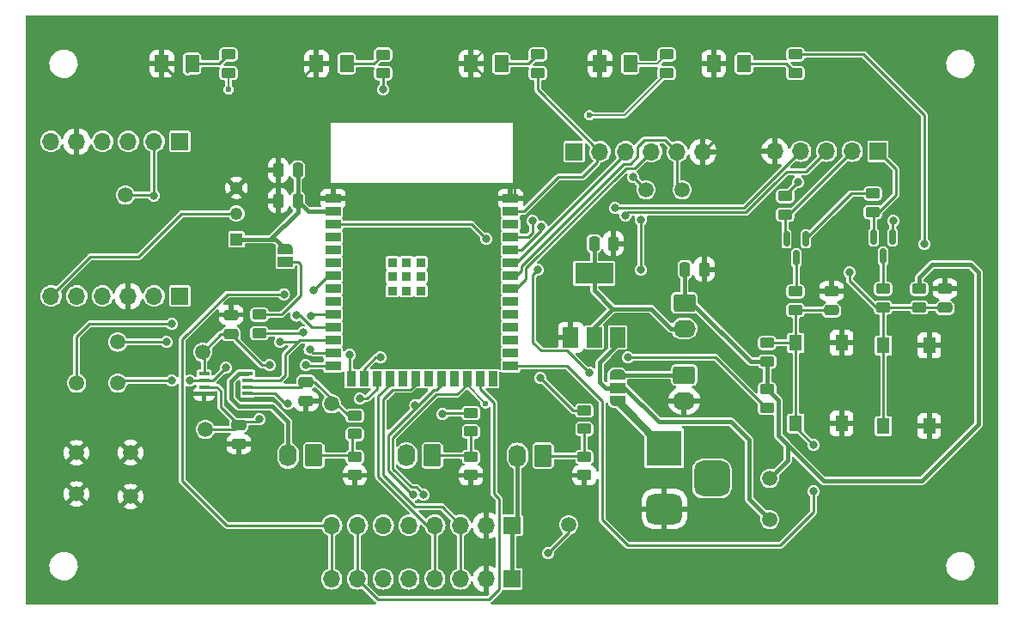
<source format=gtl>
G04 #@! TF.GenerationSoftware,KiCad,Pcbnew,7.0.10*
G04 #@! TF.CreationDate,2024-03-26T02:27:44-05:00*
G04 #@! TF.ProjectId,JargonJolt,4a617267-6f6e-44a6-9f6c-742e6b696361,rev?*
G04 #@! TF.SameCoordinates,Original*
G04 #@! TF.FileFunction,Copper,L1,Top*
G04 #@! TF.FilePolarity,Positive*
%FSLAX46Y46*%
G04 Gerber Fmt 4.6, Leading zero omitted, Abs format (unit mm)*
G04 Created by KiCad (PCBNEW 7.0.10) date 2024-03-26 02:27:44*
%MOMM*%
%LPD*%
G01*
G04 APERTURE LIST*
G04 Aperture macros list*
%AMRoundRect*
0 Rectangle with rounded corners*
0 $1 Rounding radius*
0 $2 $3 $4 $5 $6 $7 $8 $9 X,Y pos of 4 corners*
0 Add a 4 corners polygon primitive as box body*
4,1,4,$2,$3,$4,$5,$6,$7,$8,$9,$2,$3,0*
0 Add four circle primitives for the rounded corners*
1,1,$1+$1,$2,$3*
1,1,$1+$1,$4,$5*
1,1,$1+$1,$6,$7*
1,1,$1+$1,$8,$9*
0 Add four rect primitives between the rounded corners*
20,1,$1+$1,$2,$3,$4,$5,0*
20,1,$1+$1,$4,$5,$6,$7,0*
20,1,$1+$1,$6,$7,$8,$9,0*
20,1,$1+$1,$8,$9,$2,$3,0*%
%AMFreePoly0*
4,1,19,0.550000,-0.750000,0.000000,-0.750000,0.000000,-0.744911,-0.071157,-0.744911,-0.207708,-0.704816,-0.327430,-0.627875,-0.420627,-0.520320,-0.479746,-0.390866,-0.500000,-0.250000,-0.500000,0.250000,-0.479746,0.390866,-0.420627,0.520320,-0.327430,0.627875,-0.207708,0.704816,-0.071157,0.744911,0.000000,0.744911,0.000000,0.750000,0.550000,0.750000,0.550000,-0.750000,0.550000,-0.750000,
$1*%
%AMFreePoly1*
4,1,19,0.000000,0.744911,0.071157,0.744911,0.207708,0.704816,0.327430,0.627875,0.420627,0.520320,0.479746,0.390866,0.500000,0.250000,0.500000,-0.250000,0.479746,-0.390866,0.420627,-0.520320,0.327430,-0.627875,0.207708,-0.704816,0.071157,-0.744911,0.000000,-0.744911,0.000000,-0.750000,-0.550000,-0.750000,-0.550000,0.750000,0.000000,0.750000,0.000000,0.744911,0.000000,0.744911,
$1*%
G04 Aperture macros list end*
G04 #@! TA.AperFunction,SMDPad,CuDef*
%ADD10C,1.500000*%
G04 #@! TD*
G04 #@! TA.AperFunction,SMDPad,CuDef*
%ADD11RoundRect,0.250000X-0.450000X0.262500X-0.450000X-0.262500X0.450000X-0.262500X0.450000X0.262500X0*%
G04 #@! TD*
G04 #@! TA.AperFunction,SMDPad,CuDef*
%ADD12RoundRect,0.250000X0.475000X-0.250000X0.475000X0.250000X-0.475000X0.250000X-0.475000X-0.250000X0*%
G04 #@! TD*
G04 #@! TA.AperFunction,SMDPad,CuDef*
%ADD13FreePoly0,270.000000*%
G04 #@! TD*
G04 #@! TA.AperFunction,SMDPad,CuDef*
%ADD14R,1.500000X1.000000*%
G04 #@! TD*
G04 #@! TA.AperFunction,SMDPad,CuDef*
%ADD15FreePoly1,270.000000*%
G04 #@! TD*
G04 #@! TA.AperFunction,ComponentPad*
%ADD16R,1.700000X1.700000*%
G04 #@! TD*
G04 #@! TA.AperFunction,ComponentPad*
%ADD17O,1.700000X1.700000*%
G04 #@! TD*
G04 #@! TA.AperFunction,ComponentPad*
%ADD18R,3.500000X3.500000*%
G04 #@! TD*
G04 #@! TA.AperFunction,ComponentPad*
%ADD19RoundRect,0.750000X1.000000X-0.750000X1.000000X0.750000X-1.000000X0.750000X-1.000000X-0.750000X0*%
G04 #@! TD*
G04 #@! TA.AperFunction,ComponentPad*
%ADD20RoundRect,0.875000X0.875000X-0.875000X0.875000X0.875000X-0.875000X0.875000X-0.875000X-0.875000X0*%
G04 #@! TD*
G04 #@! TA.AperFunction,SMDPad,CuDef*
%ADD21RoundRect,0.250001X-0.462499X-0.624999X0.462499X-0.624999X0.462499X0.624999X-0.462499X0.624999X0*%
G04 #@! TD*
G04 #@! TA.AperFunction,SMDPad,CuDef*
%ADD22RoundRect,0.250000X0.250000X0.475000X-0.250000X0.475000X-0.250000X-0.475000X0.250000X-0.475000X0*%
G04 #@! TD*
G04 #@! TA.AperFunction,SMDPad,CuDef*
%ADD23RoundRect,0.150000X-0.150000X0.587500X-0.150000X-0.587500X0.150000X-0.587500X0.150000X0.587500X0*%
G04 #@! TD*
G04 #@! TA.AperFunction,SMDPad,CuDef*
%ADD24R,1.500000X0.900000*%
G04 #@! TD*
G04 #@! TA.AperFunction,SMDPad,CuDef*
%ADD25R,0.900000X1.500000*%
G04 #@! TD*
G04 #@! TA.AperFunction,SMDPad,CuDef*
%ADD26R,0.900000X0.900000*%
G04 #@! TD*
G04 #@! TA.AperFunction,SMDPad,CuDef*
%ADD27RoundRect,0.250000X0.450000X-0.262500X0.450000X0.262500X-0.450000X0.262500X-0.450000X-0.262500X0*%
G04 #@! TD*
G04 #@! TA.AperFunction,SMDPad,CuDef*
%ADD28R,1.300000X1.550000*%
G04 #@! TD*
G04 #@! TA.AperFunction,SMDPad,CuDef*
%ADD29R,1.500000X2.000000*%
G04 #@! TD*
G04 #@! TA.AperFunction,SMDPad,CuDef*
%ADD30R,3.800000X2.000000*%
G04 #@! TD*
G04 #@! TA.AperFunction,ComponentPad*
%ADD31RoundRect,0.250000X0.620000X0.845000X-0.620000X0.845000X-0.620000X-0.845000X0.620000X-0.845000X0*%
G04 #@! TD*
G04 #@! TA.AperFunction,ComponentPad*
%ADD32O,1.740000X2.190000*%
G04 #@! TD*
G04 #@! TA.AperFunction,SMDPad,CuDef*
%ADD33RoundRect,0.250000X-0.475000X0.250000X-0.475000X-0.250000X0.475000X-0.250000X0.475000X0.250000X0*%
G04 #@! TD*
G04 #@! TA.AperFunction,ComponentPad*
%ADD34RoundRect,0.250000X-0.845000X0.620000X-0.845000X-0.620000X0.845000X-0.620000X0.845000X0.620000X0*%
G04 #@! TD*
G04 #@! TA.AperFunction,ComponentPad*
%ADD35O,2.190000X1.740000*%
G04 #@! TD*
G04 #@! TA.AperFunction,SMDPad,CuDef*
%ADD36R,1.100000X0.400000*%
G04 #@! TD*
G04 #@! TA.AperFunction,SMDPad,CuDef*
%ADD37RoundRect,0.250000X-0.250000X-0.475000X0.250000X-0.475000X0.250000X0.475000X-0.250000X0.475000X0*%
G04 #@! TD*
G04 #@! TA.AperFunction,ComponentPad*
%ADD38R,1.218000X1.218000*%
G04 #@! TD*
G04 #@! TA.AperFunction,ComponentPad*
%ADD39C,1.218000*%
G04 #@! TD*
G04 #@! TA.AperFunction,ViaPad*
%ADD40C,0.600000*%
G04 #@! TD*
G04 #@! TA.AperFunction,ViaPad*
%ADD41C,0.800000*%
G04 #@! TD*
G04 #@! TA.AperFunction,Conductor*
%ADD42C,0.800000*%
G04 #@! TD*
G04 #@! TA.AperFunction,Conductor*
%ADD43C,0.200000*%
G04 #@! TD*
G04 #@! TA.AperFunction,Conductor*
%ADD44C,0.400000*%
G04 #@! TD*
G04 #@! TA.AperFunction,Conductor*
%ADD45C,0.250000*%
G04 #@! TD*
G04 APERTURE END LIST*
D10*
X121158000Y-88406000D03*
D11*
X155980000Y-99719500D03*
X155980000Y-101544500D03*
D10*
X129540000Y-89408000D03*
X117108000Y-92456000D03*
X165608000Y-106426000D03*
D12*
X132334000Y-87612000D03*
X132334000Y-85712000D03*
D10*
X122428000Y-103632000D03*
D13*
X170399500Y-91616000D03*
D14*
X170399500Y-92916000D03*
D15*
X170399500Y-94216000D03*
D10*
X117094000Y-103378000D03*
D16*
X127278000Y-83868000D03*
D17*
X124738000Y-83868000D03*
X122198000Y-83868000D03*
X119658000Y-83868000D03*
X117118000Y-83868000D03*
X114578000Y-83868000D03*
D13*
X137668000Y-79218000D03*
D14*
X137668000Y-80518000D03*
D15*
X137668000Y-81818000D03*
D11*
X147320000Y-60067558D03*
X147320000Y-61892558D03*
D10*
X173228000Y-73406000D03*
D11*
X132080000Y-60047500D03*
X132080000Y-61872500D03*
X195580000Y-73763500D03*
X195580000Y-75588500D03*
D18*
X175030000Y-98854000D03*
D19*
X175030000Y-104854000D03*
D20*
X179730000Y-101854000D03*
D21*
X125512500Y-60960000D03*
X128487500Y-60960000D03*
D12*
X191516000Y-85278000D03*
X191516000Y-83378000D03*
D10*
X142240000Y-94488000D03*
D22*
X138896000Y-71460000D03*
X136996000Y-71460000D03*
D10*
X185420000Y-105918000D03*
D23*
X197546000Y-78056500D03*
X195646000Y-78056500D03*
X196596000Y-79931500D03*
D24*
X142380000Y-74246000D03*
X142380000Y-75516000D03*
X142380000Y-76786000D03*
X142380000Y-78056000D03*
X142380000Y-79326000D03*
X142380000Y-80596000D03*
X142380000Y-81866000D03*
X142380000Y-83136000D03*
X142380000Y-84406000D03*
X142380000Y-85676000D03*
X142380000Y-86946000D03*
X142380000Y-88216000D03*
X142380000Y-89486000D03*
X142380000Y-90756000D03*
D25*
X144145000Y-92006000D03*
X145415000Y-92006000D03*
X146685000Y-92006000D03*
X147955000Y-92006000D03*
X149225000Y-92006000D03*
X150495000Y-92006000D03*
X151765000Y-92006000D03*
X153035000Y-92006000D03*
X154305000Y-92006000D03*
X155575000Y-92006000D03*
X156845000Y-92006000D03*
X158115000Y-92006000D03*
D24*
X159880000Y-90756000D03*
X159880000Y-89486000D03*
X159880000Y-88216000D03*
X159880000Y-86946000D03*
X159880000Y-85676000D03*
X159880000Y-84406000D03*
X159880000Y-83136000D03*
X159880000Y-81866000D03*
X159880000Y-80596000D03*
X159880000Y-79326000D03*
X159880000Y-78056000D03*
X159880000Y-76786000D03*
X159880000Y-75516000D03*
X159880000Y-74246000D03*
D26*
X148230000Y-80566000D03*
X148230000Y-81966000D03*
X148230000Y-83366000D03*
X148230000Y-83366000D03*
X149630000Y-80566000D03*
X149630000Y-80566000D03*
X149630000Y-81966000D03*
X149630000Y-83366000D03*
X151030000Y-80566000D03*
X151030000Y-81966000D03*
X151030000Y-83366000D03*
D16*
X166140000Y-69644000D03*
D17*
X168680000Y-69644000D03*
X171220000Y-69644000D03*
X173760000Y-69644000D03*
X176300000Y-69644000D03*
X178840000Y-69644000D03*
D11*
X186944000Y-74017500D03*
X186944000Y-75842500D03*
D27*
X187960000Y-61872500D03*
X187960000Y-60047500D03*
D11*
X200152000Y-83161500D03*
X200152000Y-84986500D03*
D28*
X201132000Y-88735000D03*
X201132000Y-96685000D03*
X196632000Y-88735000D03*
X196632000Y-96685000D03*
D11*
X175260000Y-60047500D03*
X175260000Y-61872500D03*
D29*
X165813500Y-87938000D03*
X168113500Y-87938000D03*
D30*
X168113500Y-81638000D03*
D29*
X170413500Y-87938000D03*
D27*
X196596000Y-84986500D03*
X196596000Y-83161500D03*
D28*
X192496000Y-88481000D03*
X192496000Y-96431000D03*
X187996000Y-88481000D03*
X187996000Y-96431000D03*
D31*
X152170000Y-99596000D03*
D32*
X149630000Y-99596000D03*
D33*
X133096000Y-96586000D03*
X133096000Y-98486000D03*
D21*
X155992500Y-60960000D03*
X158967500Y-60960000D03*
D10*
X176784000Y-73406000D03*
D33*
X139724000Y-92316000D03*
X139724000Y-94216000D03*
D16*
X127278000Y-68628000D03*
D17*
X124738000Y-68628000D03*
X122198000Y-68628000D03*
X119658000Y-68628000D03*
X117118000Y-68628000D03*
X114578000Y-68628000D03*
D12*
X202692000Y-85024000D03*
X202692000Y-83124000D03*
D11*
X167156000Y-95147500D03*
X167156000Y-96972500D03*
D16*
X160020000Y-111760000D03*
D17*
X157480000Y-111760000D03*
X154940000Y-111760000D03*
X152400000Y-111760000D03*
X149860000Y-111760000D03*
X147320000Y-111760000D03*
X144780000Y-111760000D03*
X142240000Y-111760000D03*
D27*
X187960000Y-85240500D03*
X187960000Y-83415500D03*
D23*
X188976000Y-78232000D03*
X187076000Y-78232000D03*
X188026000Y-80107000D03*
D16*
X196088000Y-69596000D03*
D17*
X193548000Y-69596000D03*
X191008000Y-69596000D03*
X188468000Y-69596000D03*
X185928000Y-69596000D03*
D11*
X167156000Y-99719500D03*
X167156000Y-101544500D03*
D27*
X185166000Y-90320500D03*
X185166000Y-88495500D03*
D11*
X144526000Y-99719500D03*
X144526000Y-101544500D03*
D31*
X163092000Y-99616000D03*
D32*
X160552000Y-99616000D03*
D10*
X121920000Y-73914000D03*
D31*
X140486000Y-99596000D03*
D32*
X137946000Y-99596000D03*
D10*
X185420000Y-101854000D03*
D21*
X179905000Y-60960000D03*
X182880000Y-60960000D03*
D11*
X185166000Y-93067500D03*
X185166000Y-94892500D03*
D10*
X121158000Y-92456000D03*
D34*
X177003500Y-84534000D03*
D35*
X177003500Y-87074000D03*
D36*
X129676000Y-91529000D03*
X129676000Y-92179000D03*
X129676000Y-92829000D03*
X129676000Y-93479000D03*
X133976000Y-93479000D03*
X133976000Y-92829000D03*
X133976000Y-92179000D03*
X133976000Y-91529000D03*
D10*
X117094000Y-99328000D03*
D34*
X176983500Y-91646000D03*
D35*
X176983500Y-94186000D03*
D21*
X143727500Y-60960000D03*
X140752500Y-60960000D03*
D37*
X168113500Y-78692000D03*
X170013500Y-78692000D03*
D10*
X122428000Y-99300000D03*
D16*
X160029000Y-106474000D03*
D17*
X157489000Y-106474000D03*
X154949000Y-106474000D03*
X152409000Y-106474000D03*
X149869000Y-106474000D03*
X147329000Y-106474000D03*
X144789000Y-106474000D03*
X142249000Y-106474000D03*
D22*
X138896000Y-74470000D03*
X136996000Y-74470000D03*
D11*
X135128000Y-85701500D03*
X135128000Y-87526500D03*
X162560000Y-60047500D03*
X162560000Y-61872500D03*
D38*
X132866000Y-78280000D03*
D39*
X132866000Y-75740000D03*
X132866000Y-73200000D03*
D37*
X177069500Y-81232000D03*
X178969500Y-81232000D03*
D21*
X168692500Y-60960000D03*
X171667500Y-60960000D03*
D11*
X155980000Y-95401500D03*
X155980000Y-97226500D03*
D10*
X129794000Y-97028000D03*
D11*
X144526000Y-95655500D03*
X144526000Y-97480500D03*
D40*
X157411558Y-94456442D03*
X132080000Y-63500000D03*
X167640000Y-66040000D03*
D41*
X183134000Y-82042000D03*
X151638000Y-85852000D03*
X195580000Y-106934000D03*
X127000000Y-105664000D03*
X161290000Y-94488000D03*
X148844000Y-94234000D03*
X150876000Y-74422000D03*
X134366000Y-81280000D03*
X162814000Y-87630000D03*
X202692000Y-76200000D03*
X200660000Y-78740000D03*
X193294000Y-81534000D03*
X157480000Y-78232000D03*
X189738000Y-103124000D03*
X189738000Y-98552000D03*
X197612000Y-76454000D03*
X188214000Y-72644000D03*
X144018000Y-89662000D03*
X139446000Y-87471000D03*
X171450000Y-89916000D03*
X147066000Y-89916000D03*
X137160000Y-88392000D03*
X126492000Y-86614000D03*
X137922000Y-94488000D03*
X145034000Y-93980000D03*
X125984000Y-88392000D03*
X128270000Y-92202000D03*
X131826000Y-90932000D03*
X139700000Y-90678000D03*
X126492000Y-92202000D03*
X140218236Y-85837111D03*
X138751455Y-85784545D03*
X124738000Y-73962000D03*
X140081000Y-89154000D03*
X163576000Y-109220000D03*
X172720000Y-76359000D03*
X167640000Y-91440000D03*
X172720000Y-81280000D03*
X150297851Y-103448149D03*
X162560000Y-81280000D03*
X150490347Y-94610347D03*
X147320000Y-63500000D03*
X151297732Y-103463731D03*
X171196000Y-75909000D03*
X162884052Y-77008701D03*
X162052000Y-76454000D03*
X170180000Y-75184000D03*
X171958000Y-72136000D03*
X137541000Y-83693000D03*
X140462000Y-83312000D03*
X136144000Y-90678000D03*
X162814000Y-91948000D03*
X153162000Y-95504000D03*
X135128000Y-96012000D03*
D42*
X175030000Y-98846500D02*
X170399500Y-94216000D01*
D43*
X168692500Y-60960000D02*
X167640000Y-60960000D01*
X167640000Y-60960000D02*
X165100000Y-58420000D01*
X165100000Y-58420000D02*
X158532500Y-58420000D01*
X158532500Y-58420000D02*
X155992500Y-60960000D01*
X157411558Y-94456442D02*
X155575000Y-92619884D01*
X155575000Y-92619884D02*
X155575000Y-92006000D01*
X132080000Y-61872500D02*
X132080000Y-63500000D01*
D44*
X136730000Y-78280000D02*
X137668000Y-79218000D01*
X183538500Y-90320500D02*
X185166000Y-90320500D01*
X132334000Y-93980000D02*
X133096000Y-94742000D01*
X187192417Y-98557583D02*
X186266000Y-97631166D01*
X133976000Y-91529000D02*
X133076000Y-91529000D01*
X201422000Y-80772000D02*
X205232000Y-80772000D01*
X139942000Y-75516000D02*
X138896000Y-74470000D01*
X138896000Y-71460000D02*
X138896000Y-74470000D01*
X160552000Y-99616000D02*
X160552000Y-105951000D01*
X186266000Y-94167500D02*
X185166000Y-93067500D01*
X185420000Y-101854000D02*
X187192417Y-100081583D01*
X177752000Y-84534000D02*
X183538500Y-90320500D01*
X138896000Y-75552000D02*
X138896000Y-74470000D01*
X160044000Y-111736000D02*
X160044000Y-106489000D01*
X205232000Y-80772000D02*
X205994000Y-81534000D01*
X136168000Y-78280000D02*
X136730000Y-78280000D01*
X160044000Y-106489000D02*
X160029000Y-106474000D01*
X200406000Y-102108000D02*
X190742834Y-102108000D01*
D43*
X171092500Y-66040000D02*
X167640000Y-66040000D01*
D44*
X136398000Y-94742000D02*
X137946000Y-96290000D01*
X136168000Y-78280000D02*
X138896000Y-75552000D01*
X177003500Y-84534000D02*
X177003500Y-81298000D01*
X187192417Y-100081583D02*
X187192417Y-98557583D01*
X205994000Y-81534000D02*
X205994000Y-96520000D01*
X177003500Y-81298000D02*
X177069500Y-81232000D01*
X200152000Y-83161500D02*
X200152000Y-82042000D01*
X186266000Y-97631166D02*
X186266000Y-94167500D01*
D43*
X175260000Y-61872500D02*
X171092500Y-66040000D01*
D44*
X132334000Y-92271000D02*
X132334000Y-93980000D01*
X132866000Y-78280000D02*
X136168000Y-78280000D01*
X137946000Y-96290000D02*
X137946000Y-99596000D01*
X133096000Y-94742000D02*
X136398000Y-94742000D01*
X185166000Y-90320500D02*
X185166000Y-93067500D01*
X190742834Y-102108000D02*
X187192417Y-98557583D01*
X200152000Y-82042000D02*
X201422000Y-80772000D01*
X133076000Y-91529000D02*
X132334000Y-92271000D01*
X177003500Y-84534000D02*
X177752000Y-84534000D01*
X160552000Y-105951000D02*
X160029000Y-106474000D01*
X138834500Y-71398500D02*
X138896000Y-71460000D01*
X142380000Y-75516000D02*
X139942000Y-75516000D01*
X205994000Y-96520000D02*
X200406000Y-102108000D01*
X160020000Y-111760000D02*
X160044000Y-111736000D01*
D45*
X140752500Y-60960000D02*
X136996000Y-64716500D01*
X157117659Y-62085159D02*
X157117659Y-63566881D01*
X179977659Y-68506341D02*
X178840000Y-69644000D01*
X136996000Y-64716500D02*
X136996000Y-71460000D01*
X155992500Y-60960000D02*
X157117659Y-62085159D01*
X160255000Y-66704222D02*
X160255000Y-73871000D01*
X179905000Y-60960000D02*
X179977659Y-61032659D01*
X125512500Y-60960000D02*
X127074219Y-62521719D01*
X160255000Y-73871000D02*
X159880000Y-74246000D01*
X127074219Y-62521719D02*
X127074219Y-63590739D01*
X179977659Y-61032659D02*
X179977659Y-68506341D01*
X128199980Y-64716500D02*
X136996000Y-64716500D01*
X127074219Y-63590739D02*
X128199980Y-64716500D01*
X157117659Y-63566881D02*
X160255000Y-66704222D01*
X196596000Y-88699000D02*
X196632000Y-88735000D01*
X194667500Y-60047500D02*
X200660000Y-66040000D01*
X193294000Y-81534000D02*
X193294000Y-82371250D01*
X196596000Y-84986500D02*
X202654500Y-84986500D01*
X200660000Y-66040000D02*
X200660000Y-78740000D01*
X156034000Y-76786000D02*
X142380000Y-76786000D01*
X196596000Y-84986500D02*
X196596000Y-88699000D01*
X157480000Y-78232000D02*
X156034000Y-76786000D01*
X202654500Y-84986500D02*
X202692000Y-85024000D01*
X193294000Y-82371250D02*
X195909250Y-84986500D01*
X187960000Y-60047500D02*
X194667500Y-60047500D01*
X196632000Y-88735000D02*
X196632000Y-96685000D01*
X195909250Y-84986500D02*
X196596000Y-84986500D01*
X187996000Y-85276500D02*
X187960000Y-85240500D01*
X168402000Y-93726000D02*
X168910000Y-94234000D01*
X185180500Y-88481000D02*
X185166000Y-88495500D01*
X187996000Y-88481000D02*
X187996000Y-85276500D01*
X159880000Y-90756000D02*
X165432000Y-90756000D01*
X165432000Y-90756000D02*
X168402000Y-93726000D01*
X168910000Y-104902000D02*
X168910000Y-105918000D01*
X187996000Y-88481000D02*
X185180500Y-88481000D01*
X171450000Y-108458000D02*
X186436000Y-108458000D01*
X189738000Y-98552000D02*
X187996000Y-96810000D01*
X187996000Y-96431000D02*
X187996000Y-88481000D01*
X186436000Y-108458000D02*
X189738000Y-105156000D01*
X168910000Y-94234000D02*
X168910000Y-104902000D01*
X189738000Y-105156000D02*
X189738000Y-103124000D01*
X187996000Y-96810000D02*
X187996000Y-96431000D01*
X191478500Y-85240500D02*
X191516000Y-85278000D01*
X187960000Y-85240500D02*
X191478500Y-85240500D01*
X168910000Y-105918000D02*
X171450000Y-108458000D01*
X197546000Y-76520000D02*
X197546000Y-78056500D01*
X186944000Y-74017500D02*
X186944000Y-73914000D01*
X197612000Y-76454000D02*
X197546000Y-76520000D01*
X186944000Y-73914000D02*
X188214000Y-72644000D01*
X197866000Y-73862250D02*
X197866000Y-71374000D01*
X195646000Y-75654500D02*
X195580000Y-75588500D01*
X197866000Y-71374000D02*
X196088000Y-69596000D01*
X195646000Y-78056500D02*
X195646000Y-75654500D01*
X195580000Y-75588500D02*
X196139750Y-75588500D01*
X196139750Y-75588500D02*
X197866000Y-73862250D01*
X196596000Y-79931500D02*
X196596000Y-83161500D01*
X193444500Y-73763500D02*
X195580000Y-73763500D01*
X188976000Y-78232000D02*
X193444500Y-73763500D01*
X187301500Y-75842500D02*
X193548000Y-69596000D01*
X186944000Y-75842500D02*
X187301500Y-75842500D01*
X186944000Y-75842500D02*
X186944000Y-78100000D01*
X186944000Y-78100000D02*
X187076000Y-78232000D01*
X188026000Y-83349500D02*
X187960000Y-83415500D01*
X188026000Y-80107000D02*
X188026000Y-83349500D01*
X138938000Y-80518000D02*
X137668000Y-80518000D01*
X137310500Y-85701500D02*
X139216000Y-83796000D01*
X139216000Y-83796000D02*
X139216000Y-80796000D01*
X135128000Y-85701500D02*
X137310500Y-85701500D01*
X139216000Y-80796000D02*
X138938000Y-80518000D01*
X139390500Y-87526500D02*
X135128000Y-87526500D01*
X144018000Y-91879000D02*
X144145000Y-92006000D01*
X144018000Y-89662000D02*
X144018000Y-91879000D01*
X139446000Y-87471000D02*
X139390500Y-87526500D01*
X147066000Y-89916000D02*
X146558000Y-89916000D01*
X185062500Y-94892500D02*
X180086000Y-89916000D01*
X146558000Y-89916000D02*
X145415000Y-91059000D01*
X145415000Y-91059000D02*
X145415000Y-92006000D01*
X180086000Y-89916000D02*
X172466000Y-89916000D01*
X185166000Y-94892500D02*
X185062500Y-94892500D01*
X172466000Y-89916000D02*
X171450000Y-89916000D01*
D44*
X168113500Y-87938000D02*
X168113500Y-86974500D01*
X175696000Y-87074000D02*
X177003500Y-87074000D01*
X173760000Y-85138000D02*
X175696000Y-87074000D01*
X168113500Y-83301500D02*
X168113500Y-81638000D01*
X168113500Y-81638000D02*
X168113500Y-78692000D01*
X169950000Y-85138000D02*
X173760000Y-85138000D01*
X169950000Y-85138000D02*
X168113500Y-83301500D01*
X168113500Y-86974500D02*
X169950000Y-85138000D01*
D45*
X133976000Y-92179000D02*
X137183000Y-92179000D01*
X137668000Y-91694000D02*
X137668000Y-89662000D01*
X126492000Y-86614000D02*
X118364000Y-86614000D01*
X139114000Y-88216000D02*
X138938000Y-88392000D01*
X117108000Y-87870000D02*
X117108000Y-92456000D01*
X139114000Y-88216000D02*
X142380000Y-88216000D01*
X137183000Y-92179000D02*
X137668000Y-91694000D01*
X118364000Y-86614000D02*
X117108000Y-87870000D01*
X137668000Y-89662000D02*
X139114000Y-88216000D01*
X138938000Y-88392000D02*
X137160000Y-88392000D01*
X146685000Y-93006000D02*
X145711000Y-93980000D01*
X145711000Y-93980000D02*
X145034000Y-93980000D01*
X137668000Y-94488000D02*
X137414000Y-94234000D01*
X133976000Y-93479000D02*
X136659000Y-93479000D01*
X146685000Y-92006000D02*
X146685000Y-93006000D01*
X136659000Y-93479000D02*
X137414000Y-94234000D01*
X137922000Y-94488000D02*
X137668000Y-94488000D01*
X125970000Y-88406000D02*
X121158000Y-88406000D01*
X125984000Y-88392000D02*
X125970000Y-88406000D01*
X131826000Y-90932000D02*
X130579000Y-92179000D01*
X129653000Y-92202000D02*
X129676000Y-92179000D01*
X139778000Y-90756000D02*
X142380000Y-90756000D01*
X128270000Y-92202000D02*
X129653000Y-92202000D01*
X139700000Y-90678000D02*
X139778000Y-90756000D01*
X121412000Y-92202000D02*
X126492000Y-92202000D01*
X130579000Y-92179000D02*
X129676000Y-92179000D01*
X121158000Y-92456000D02*
X121412000Y-92202000D01*
X140218236Y-85837111D02*
X140379347Y-85676000D01*
X140379347Y-85676000D02*
X142380000Y-85676000D01*
X139140364Y-85784545D02*
X140301819Y-86946000D01*
X140301819Y-86946000D02*
X142380000Y-86946000D01*
X138751455Y-85784545D02*
X139140364Y-85784545D01*
X124738000Y-73962000D02*
X124738000Y-68628000D01*
X124690000Y-73914000D02*
X121920000Y-73914000D01*
X140081000Y-89154000D02*
X140413000Y-89486000D01*
X124738000Y-73962000D02*
X124690000Y-73914000D01*
X140413000Y-89486000D02*
X142380000Y-89486000D01*
X152424000Y-106489000D02*
X152409000Y-106474000D01*
X152424000Y-111736000D02*
X152424000Y-106489000D01*
X151662000Y-106474000D02*
X146836000Y-101648000D01*
X152400000Y-111760000D02*
X152424000Y-111736000D01*
X147955000Y-92586000D02*
X147955000Y-92006000D01*
X146836000Y-93705000D02*
X147955000Y-92586000D01*
X146836000Y-101648000D02*
X146836000Y-93705000D01*
X152409000Y-106474000D02*
X151662000Y-106474000D01*
X153123000Y-104648000D02*
X150472396Y-104648000D01*
X147344000Y-101519604D02*
X147344000Y-94028000D01*
X154949000Y-111751000D02*
X154940000Y-111760000D01*
X154949000Y-106474000D02*
X153123000Y-104648000D01*
X154949000Y-106474000D02*
X154949000Y-111751000D01*
X150000000Y-93081000D02*
X150495000Y-92586000D01*
X165608000Y-107188000D02*
X165608000Y-106426000D01*
X150495000Y-92586000D02*
X150495000Y-92006000D01*
X148291000Y-93081000D02*
X150000000Y-93081000D01*
X163576000Y-109220000D02*
X165608000Y-107188000D01*
X147344000Y-94028000D02*
X148291000Y-93081000D01*
X150472396Y-104648000D02*
X147344000Y-101519604D01*
X161212000Y-75516000D02*
X159880000Y-75516000D01*
X168680000Y-69644000D02*
X168402000Y-69922000D01*
X162560000Y-63524000D02*
X168680000Y-69644000D01*
X162560000Y-61872500D02*
X162560000Y-63524000D01*
X164592000Y-72136000D02*
X161212000Y-75516000D01*
X168402000Y-69922000D02*
X168402000Y-70684000D01*
X168402000Y-70684000D02*
X166950000Y-72136000D01*
X166950000Y-72136000D02*
X164592000Y-72136000D01*
X153035000Y-92586000D02*
X153035000Y-92006000D01*
X150297851Y-103448149D02*
X150227702Y-103378000D01*
X165463000Y-89263000D02*
X167640000Y-91440000D01*
X152283000Y-93081000D02*
X152540000Y-93081000D01*
X152540000Y-93081000D02*
X153035000Y-92586000D01*
X162089000Y-88429000D02*
X162923000Y-89263000D01*
X162923000Y-89263000D02*
X165463000Y-89263000D01*
X162089000Y-81751000D02*
X162089000Y-88429000D01*
X162560000Y-81280000D02*
X162089000Y-81751000D01*
X147794000Y-97570000D02*
X152283000Y-93081000D01*
X147320000Y-61892558D02*
X147320000Y-63500000D01*
X150114000Y-103378000D02*
X147794000Y-101058000D01*
X150227702Y-103378000D02*
X150114000Y-103378000D01*
X172720000Y-76359000D02*
X172720000Y-81280000D01*
X147794000Y-101058000D02*
X147794000Y-97570000D01*
X151297732Y-103463731D02*
X151297732Y-103422725D01*
X148244000Y-100871604D02*
X148244000Y-97882000D01*
X155575000Y-92586000D02*
X155575000Y-92006000D01*
X150598156Y-102723149D02*
X150095545Y-102723149D01*
X152595000Y-93531000D02*
X154630000Y-93531000D01*
X151297732Y-103422725D02*
X150598156Y-102723149D01*
X150095545Y-102723149D02*
X148244000Y-100871604D01*
X148244000Y-97882000D02*
X152595000Y-93531000D01*
X154630000Y-93531000D02*
X155575000Y-92586000D01*
X173760000Y-69644000D02*
X172135000Y-71269000D01*
X172135000Y-71269000D02*
X171247396Y-71269000D01*
X161405000Y-82191000D02*
X160460000Y-83136000D01*
X171247396Y-71269000D02*
X161405000Y-81111396D01*
X160460000Y-83136000D02*
X159880000Y-83136000D01*
X161405000Y-81111396D02*
X161405000Y-82191000D01*
X172395000Y-70130701D02*
X171706701Y-70819000D01*
X172395000Y-69157299D02*
X172395000Y-70130701D01*
X173083299Y-68469000D02*
X172395000Y-69157299D01*
X176300000Y-69644000D02*
X176300000Y-72922000D01*
X160955000Y-81371000D02*
X160460000Y-81866000D01*
X171706701Y-70819000D02*
X171061000Y-70819000D01*
X171061000Y-70819000D02*
X160955000Y-80925000D01*
X160460000Y-81866000D02*
X159880000Y-81866000D01*
X160955000Y-80925000D02*
X160955000Y-81371000D01*
X175125000Y-68469000D02*
X173083299Y-68469000D01*
X176300000Y-69644000D02*
X175125000Y-68469000D01*
X176300000Y-72922000D02*
X176784000Y-73406000D01*
X162884052Y-77008701D02*
X162884052Y-77399948D01*
X183066396Y-75634000D02*
X174498000Y-75634000D01*
X171471000Y-75634000D02*
X171196000Y-75909000D01*
X162884052Y-77399948D02*
X160958000Y-79326000D01*
X187072396Y-71628000D02*
X185865198Y-72835198D01*
X191008000Y-69596000D02*
X188976000Y-71628000D01*
X174498000Y-75634000D02*
X171471000Y-75634000D01*
X160958000Y-79326000D02*
X159880000Y-79326000D01*
X188976000Y-71628000D02*
X187072396Y-71628000D01*
X185865198Y-72835198D02*
X183066396Y-75634000D01*
X161591604Y-78056000D02*
X159880000Y-78056000D01*
X162052000Y-76454000D02*
X162052000Y-77595604D01*
X188468000Y-69596000D02*
X182880000Y-75184000D01*
X162052000Y-77595604D02*
X161591604Y-78056000D01*
X182880000Y-75184000D02*
X170180000Y-75184000D01*
X171958000Y-72136000D02*
X173228000Y-73406000D01*
X160460000Y-80596000D02*
X159880000Y-80596000D01*
X171220000Y-69644000D02*
X171220000Y-69836000D01*
X171220000Y-69836000D02*
X160460000Y-80596000D01*
X158242000Y-94403000D02*
X158242000Y-103378000D01*
X144789000Y-111751000D02*
X144789000Y-110998000D01*
X144789000Y-111497000D02*
X144789000Y-110998000D01*
X156845000Y-93006000D02*
X158242000Y-94403000D01*
X146812000Y-113792000D02*
X144780000Y-111760000D01*
X144780000Y-111506000D02*
X144789000Y-111497000D01*
X158750000Y-112776000D02*
X157734000Y-113792000D01*
X158750000Y-103886000D02*
X158750000Y-112776000D01*
X157734000Y-113792000D02*
X146812000Y-113792000D01*
X144780000Y-111760000D02*
X144789000Y-111751000D01*
X156845000Y-92006000D02*
X156845000Y-93006000D01*
X144789000Y-110998000D02*
X144789000Y-106474000D01*
X158242000Y-103378000D02*
X158750000Y-103886000D01*
X142249000Y-106474000D02*
X142249000Y-111751000D01*
X131874000Y-106474000D02*
X142249000Y-106474000D01*
X142240000Y-111760000D02*
X142240000Y-111506000D01*
X142380000Y-81866000D02*
X141908000Y-81866000D01*
X142264000Y-106489000D02*
X142249000Y-106474000D01*
X137541000Y-83693000D02*
X131953000Y-83693000D01*
X131953000Y-83693000D02*
X127508000Y-88138000D01*
X142249000Y-111751000D02*
X142240000Y-111760000D01*
X127508000Y-88138000D02*
X127508000Y-102108000D01*
X127508000Y-102108000D02*
X131874000Y-106474000D01*
X141908000Y-81866000D02*
X140462000Y-83312000D01*
X129676000Y-89272000D02*
X129676000Y-91529000D01*
X131336000Y-87612000D02*
X129676000Y-89272000D01*
X132334000Y-87612000D02*
X131336000Y-87612000D01*
X167156000Y-95147500D02*
X166013500Y-95147500D01*
X136144000Y-90678000D02*
X135400000Y-90678000D01*
X135400000Y-90678000D02*
X132334000Y-87612000D01*
X166013500Y-95147500D02*
X162814000Y-91948000D01*
X153264500Y-95401500D02*
X153162000Y-95504000D01*
X133416000Y-96266000D02*
X133096000Y-96586000D01*
X131318000Y-94808000D02*
X131318000Y-93218000D01*
X129794000Y-97028000D02*
X132654000Y-97028000D01*
X131318000Y-93218000D02*
X130929000Y-92829000D01*
X130929000Y-92829000D02*
X129676000Y-92829000D01*
X133096000Y-96586000D02*
X131318000Y-94808000D01*
X155980000Y-95401500D02*
X153264500Y-95401500D01*
X134874000Y-96266000D02*
X133416000Y-96266000D01*
X132654000Y-97028000D02*
X133096000Y-96586000D01*
X135128000Y-96012000D02*
X134874000Y-96266000D01*
X133976000Y-92829000D02*
X139211000Y-92829000D01*
X143891500Y-95655500D02*
X140552000Y-92316000D01*
X139211000Y-92829000D02*
X139724000Y-92316000D01*
X140552000Y-92316000D02*
X139724000Y-92316000D01*
X144296000Y-95655500D02*
X143891500Y-95655500D01*
X163092000Y-99616000D02*
X167052500Y-99616000D01*
X167156000Y-96972500D02*
X167156000Y-99719500D01*
X167052500Y-99616000D02*
X167156000Y-99719500D01*
X155856500Y-99596000D02*
X155980000Y-99719500D01*
X155980000Y-97226500D02*
X155980000Y-99719500D01*
X152170000Y-99596000D02*
X155856500Y-99596000D01*
X140486000Y-99596000D02*
X144172500Y-99596000D01*
X144296000Y-99719500D02*
X144296000Y-97480500D01*
X144172500Y-99596000D02*
X144296000Y-99719500D01*
D44*
X176983500Y-91646000D02*
X170429500Y-91646000D01*
X170429500Y-91646000D02*
X170399500Y-91616000D01*
X175030000Y-104854000D02*
X174196000Y-104854000D01*
X175030000Y-98854000D02*
X175030000Y-98846500D01*
X168656000Y-92322500D02*
X169249500Y-92916000D01*
X170413500Y-87938000D02*
X170413500Y-88666500D01*
X183388000Y-103886000D02*
X185420000Y-105918000D01*
X183388000Y-98044000D02*
X183388000Y-103886000D01*
X170399500Y-92916000D02*
X171148000Y-92916000D01*
X174498000Y-96266000D02*
X181610000Y-96266000D01*
X170413500Y-88666500D02*
X168656000Y-90424000D01*
X181610000Y-96266000D02*
X183388000Y-98044000D01*
X168656000Y-90424000D02*
X168656000Y-92322500D01*
X169249500Y-92916000D02*
X170399500Y-92916000D01*
X171148000Y-92916000D02*
X174498000Y-96266000D01*
D45*
X123190000Y-80010000D02*
X118436000Y-80010000D01*
X127460000Y-75740000D02*
X123190000Y-80010000D01*
X118436000Y-80010000D02*
X114578000Y-83868000D01*
X132866000Y-75740000D02*
X127460000Y-75740000D01*
X161647500Y-60960000D02*
X162560000Y-60047500D01*
X158967500Y-60960000D02*
X161647500Y-60960000D01*
X146427558Y-60960000D02*
X147320000Y-60067558D01*
X143727500Y-60960000D02*
X146427558Y-60960000D01*
X131167500Y-60960000D02*
X132080000Y-60047500D01*
X128487500Y-60960000D02*
X131167500Y-60960000D01*
X128052500Y-60960000D02*
X128052500Y-61834999D01*
X187047500Y-60960000D02*
X182880000Y-60960000D01*
X187960000Y-61872500D02*
X187047500Y-60960000D01*
D43*
X174347500Y-60960000D02*
X175260000Y-60047500D01*
X171667500Y-60960000D02*
X174347500Y-60960000D01*
G04 #@! TA.AperFunction,Conductor*
G36*
X207922539Y-56200185D02*
G01*
X207968294Y-56252989D01*
X207979500Y-56304500D01*
X207979500Y-114129500D01*
X207959815Y-114196539D01*
X207907011Y-114242294D01*
X207855500Y-114253500D01*
X158037585Y-114253500D01*
X157970546Y-114233815D01*
X157924791Y-114181011D01*
X157914847Y-114111853D01*
X157942593Y-114049798D01*
X157970736Y-114016256D01*
X157978036Y-114008288D01*
X158966290Y-113020034D01*
X158974243Y-113012746D01*
X159003194Y-112988455D01*
X159022082Y-112955739D01*
X159027887Y-112946625D01*
X159049554Y-112915684D01*
X159049554Y-112915681D01*
X159051819Y-112910824D01*
X159058743Y-112894108D01*
X159059478Y-112892092D01*
X159059709Y-112891777D01*
X159061489Y-112887482D01*
X159066018Y-112879640D01*
X159067861Y-112880704D01*
X159100903Y-112835827D01*
X159166171Y-112810890D01*
X159176001Y-112810500D01*
X160889750Y-112810500D01*
X160889751Y-112810499D01*
X160904568Y-112807552D01*
X160948229Y-112798868D01*
X160948229Y-112798867D01*
X160948231Y-112798867D01*
X161014552Y-112754552D01*
X161058867Y-112688231D01*
X161058867Y-112688229D01*
X161058868Y-112688229D01*
X161068922Y-112637682D01*
X161070500Y-112629748D01*
X161070500Y-110890252D01*
X161070500Y-110890249D01*
X161070499Y-110890247D01*
X161058868Y-110831770D01*
X161058867Y-110831769D01*
X161014552Y-110765447D01*
X160948230Y-110721132D01*
X160948229Y-110721131D01*
X160889752Y-110709500D01*
X160889748Y-110709500D01*
X160568500Y-110709500D01*
X160501461Y-110689815D01*
X160455706Y-110637011D01*
X160444500Y-110585500D01*
X160444500Y-110430346D01*
X202811702Y-110430346D01*
X202821819Y-110668528D01*
X202821819Y-110668532D01*
X202872045Y-110901580D01*
X202960935Y-111122788D01*
X202960936Y-111122790D01*
X203085931Y-111325795D01*
X203243436Y-111504755D01*
X203428920Y-111654523D01*
X203637046Y-111770790D01*
X203762951Y-111815275D01*
X203861829Y-111850211D01*
X204096790Y-111890499D01*
X204096798Y-111890499D01*
X204096800Y-111890500D01*
X204096801Y-111890500D01*
X204275496Y-111890500D01*
X204275497Y-111890500D01*
X204275498Y-111890499D01*
X204275515Y-111890499D01*
X204453536Y-111875347D01*
X204453539Y-111875346D01*
X204453541Y-111875346D01*
X204684249Y-111815275D01*
X204816973Y-111755279D01*
X204901480Y-111717080D01*
X204901481Y-111717078D01*
X204901486Y-111717077D01*
X205099003Y-111583579D01*
X205271118Y-111418621D01*
X205412879Y-111226947D01*
X205520207Y-111014074D01*
X205590016Y-110786123D01*
X205620298Y-110549654D01*
X205610180Y-110311468D01*
X205559954Y-110078419D01*
X205471064Y-109857210D01*
X205346069Y-109654205D01*
X205188564Y-109475245D01*
X205003080Y-109325477D01*
X204814271Y-109220001D01*
X204794955Y-109209210D01*
X204570170Y-109129788D01*
X204335209Y-109089500D01*
X204335200Y-109089500D01*
X204156503Y-109089500D01*
X204156484Y-109089500D01*
X203978463Y-109104652D01*
X203747751Y-109164724D01*
X203530519Y-109262919D01*
X203530511Y-109262924D01*
X203333006Y-109396413D01*
X203332997Y-109396421D01*
X203160881Y-109561379D01*
X203019123Y-109753050D01*
X203019120Y-109753054D01*
X202911796Y-109965920D01*
X202911793Y-109965926D01*
X202841983Y-110193878D01*
X202811702Y-110430346D01*
X160444500Y-110430346D01*
X160444500Y-109220001D01*
X162970318Y-109220001D01*
X162990955Y-109376760D01*
X162990956Y-109376762D01*
X163051464Y-109522841D01*
X163147718Y-109648282D01*
X163273159Y-109744536D01*
X163419238Y-109805044D01*
X163497619Y-109815363D01*
X163575999Y-109825682D01*
X163576000Y-109825682D01*
X163576001Y-109825682D01*
X163628254Y-109818802D01*
X163732762Y-109805044D01*
X163878841Y-109744536D01*
X164004282Y-109648282D01*
X164100536Y-109522841D01*
X164161044Y-109376762D01*
X164181682Y-109220000D01*
X164180261Y-109209210D01*
X164172753Y-109152180D01*
X164183518Y-109083145D01*
X164208008Y-109048316D01*
X165824290Y-107432034D01*
X165832243Y-107424746D01*
X165861194Y-107400455D01*
X165877282Y-107372588D01*
X165927848Y-107324372D01*
X165948667Y-107315929D01*
X165973501Y-107308396D01*
X166138625Y-107220136D01*
X166283357Y-107101357D01*
X166402136Y-106956625D01*
X166490396Y-106791501D01*
X166544747Y-106612331D01*
X166563099Y-106426000D01*
X166544747Y-106239669D01*
X166490396Y-106060499D01*
X166488891Y-106057684D01*
X166402137Y-105895376D01*
X166402135Y-105895373D01*
X166283357Y-105750642D01*
X166138626Y-105631864D01*
X166138623Y-105631862D01*
X165973502Y-105543604D01*
X165794333Y-105489253D01*
X165794331Y-105489252D01*
X165608000Y-105470901D01*
X165421668Y-105489252D01*
X165421666Y-105489253D01*
X165242497Y-105543604D01*
X165077376Y-105631862D01*
X165077373Y-105631864D01*
X164932642Y-105750642D01*
X164813864Y-105895373D01*
X164813862Y-105895376D01*
X164725604Y-106060497D01*
X164671253Y-106239666D01*
X164671252Y-106239668D01*
X164652901Y-106426000D01*
X164671252Y-106612331D01*
X164671253Y-106612333D01*
X164725604Y-106791502D01*
X164813862Y-106956623D01*
X164813864Y-106956626D01*
X164932640Y-107101354D01*
X164932641Y-107101355D01*
X164932643Y-107101357D01*
X164966926Y-107129492D01*
X164992578Y-107150545D01*
X165031912Y-107208291D01*
X165033781Y-107278136D01*
X165001593Y-107334079D01*
X163747684Y-108587988D01*
X163686361Y-108621473D01*
X163643818Y-108623246D01*
X163576001Y-108614318D01*
X163575999Y-108614318D01*
X163419239Y-108634955D01*
X163419237Y-108634956D01*
X163273160Y-108695463D01*
X163147718Y-108791718D01*
X163051463Y-108917160D01*
X162990956Y-109063237D01*
X162990955Y-109063239D01*
X162970318Y-109219998D01*
X162970318Y-109220001D01*
X160444500Y-109220001D01*
X160444500Y-107648500D01*
X160464185Y-107581461D01*
X160516989Y-107535706D01*
X160568500Y-107524500D01*
X160898750Y-107524500D01*
X160898751Y-107524499D01*
X160913568Y-107521552D01*
X160957229Y-107512868D01*
X160957229Y-107512867D01*
X160957231Y-107512867D01*
X161023552Y-107468552D01*
X161067867Y-107402231D01*
X161067867Y-107402229D01*
X161067868Y-107402229D01*
X161077922Y-107351682D01*
X161079500Y-107343748D01*
X161079500Y-105604252D01*
X161079500Y-105604249D01*
X161079499Y-105604247D01*
X161067868Y-105545770D01*
X161067867Y-105545769D01*
X161023552Y-105479447D01*
X161007607Y-105468793D01*
X160962803Y-105415179D01*
X160952500Y-105365692D01*
X160952500Y-101794500D01*
X165956001Y-101794500D01*
X165956001Y-101856986D01*
X165966494Y-101959697D01*
X166021641Y-102126119D01*
X166021643Y-102126124D01*
X166113684Y-102275345D01*
X166237654Y-102399315D01*
X166386875Y-102491356D01*
X166386880Y-102491358D01*
X166553302Y-102546505D01*
X166553309Y-102546506D01*
X166656019Y-102556999D01*
X166905999Y-102556999D01*
X166906000Y-102556998D01*
X166906000Y-101794500D01*
X165956001Y-101794500D01*
X160952500Y-101794500D01*
X160952500Y-100915079D01*
X160972185Y-100848040D01*
X161018047Y-100805721D01*
X161125001Y-100748552D01*
X161149616Y-100735395D01*
X161312621Y-100601621D01*
X161446395Y-100438616D01*
X161446396Y-100438612D01*
X161446399Y-100438610D01*
X161545797Y-100252649D01*
X161545797Y-100252648D01*
X161545799Y-100252645D01*
X161607011Y-100050855D01*
X161622500Y-99893593D01*
X161622500Y-99338407D01*
X161607011Y-99181145D01*
X161545799Y-98979355D01*
X161545797Y-98979352D01*
X161545797Y-98979350D01*
X161446399Y-98793389D01*
X161446394Y-98793383D01*
X161429981Y-98773384D01*
X161408513Y-98747224D01*
X161312621Y-98630378D01*
X161149616Y-98496605D01*
X161149610Y-98496600D01*
X160963649Y-98397202D01*
X160832158Y-98357315D01*
X160761855Y-98335989D01*
X160761853Y-98335988D01*
X160761855Y-98335988D01*
X160552000Y-98315320D01*
X160342146Y-98335988D01*
X160140350Y-98397202D01*
X159954389Y-98496600D01*
X159954383Y-98496605D01*
X159791378Y-98630378D01*
X159657605Y-98793383D01*
X159657600Y-98793389D01*
X159558202Y-98979350D01*
X159496988Y-99181146D01*
X159488188Y-99270500D01*
X159481500Y-99338407D01*
X159481500Y-99893593D01*
X159485220Y-99931366D01*
X159496988Y-100050853D01*
X159558202Y-100252649D01*
X159657600Y-100438610D01*
X159657605Y-100438616D01*
X159791378Y-100601621D01*
X159925152Y-100711405D01*
X159954384Y-100735395D01*
X159954386Y-100735396D01*
X159954389Y-100735398D01*
X160085953Y-100805721D01*
X160135797Y-100854683D01*
X160151500Y-100915079D01*
X160151500Y-105299500D01*
X160131815Y-105366539D01*
X160079011Y-105412294D01*
X160027500Y-105423500D01*
X159199500Y-105423500D01*
X159132461Y-105403815D01*
X159086706Y-105351011D01*
X159075500Y-105299500D01*
X159075500Y-103905615D01*
X159075972Y-103894806D01*
X159076216Y-103892013D01*
X159079263Y-103857193D01*
X159079262Y-103857192D01*
X159079263Y-103857191D01*
X159069487Y-103820707D01*
X159067148Y-103810161D01*
X159060588Y-103772955D01*
X159060587Y-103772954D01*
X159060587Y-103772951D01*
X159058765Y-103767947D01*
X159051815Y-103751168D01*
X159049554Y-103746319D01*
X159049553Y-103746318D01*
X159049553Y-103746316D01*
X159027882Y-103715366D01*
X159022082Y-103706261D01*
X159003194Y-103673545D01*
X159003190Y-103673541D01*
X158974262Y-103649268D01*
X158966286Y-103641959D01*
X158603819Y-103279492D01*
X158570334Y-103218169D01*
X158567500Y-103191811D01*
X158567500Y-94422615D01*
X158567972Y-94411806D01*
X158568280Y-94408282D01*
X158571263Y-94374193D01*
X158571262Y-94374192D01*
X158571263Y-94374191D01*
X158561486Y-94337704D01*
X158559144Y-94327139D01*
X158558205Y-94321815D01*
X158552588Y-94289955D01*
X158552586Y-94289952D01*
X158550760Y-94284933D01*
X158543820Y-94268176D01*
X158541554Y-94263319D01*
X158541554Y-94263316D01*
X158541552Y-94263313D01*
X158519890Y-94232376D01*
X158514078Y-94223253D01*
X158500716Y-94200110D01*
X158495194Y-94190545D01*
X158485432Y-94182354D01*
X158466262Y-94166268D01*
X158458286Y-94158959D01*
X157951477Y-93652150D01*
X157442757Y-93143431D01*
X157409273Y-93082109D01*
X157414257Y-93012417D01*
X157456129Y-92956484D01*
X157521593Y-92932067D01*
X157577894Y-92941191D01*
X157586770Y-92944868D01*
X157645247Y-92956499D01*
X157645250Y-92956500D01*
X157645252Y-92956500D01*
X158584750Y-92956500D01*
X158584751Y-92956499D01*
X158599870Y-92953492D01*
X158643229Y-92944868D01*
X158643229Y-92944867D01*
X158643231Y-92944867D01*
X158709552Y-92900552D01*
X158753867Y-92834231D01*
X158753867Y-92834229D01*
X158753868Y-92834229D01*
X158765499Y-92775752D01*
X158765500Y-92775750D01*
X158765500Y-91948001D01*
X162208318Y-91948001D01*
X162228955Y-92104760D01*
X162228956Y-92104762D01*
X162284758Y-92239481D01*
X162289464Y-92250841D01*
X162385718Y-92376282D01*
X162511159Y-92472536D01*
X162657238Y-92533044D01*
X162718430Y-92541100D01*
X162813999Y-92553682D01*
X162814000Y-92553682D01*
X162814001Y-92553682D01*
X162863347Y-92547185D01*
X162881818Y-92544753D01*
X162950853Y-92555518D01*
X162985684Y-92580010D01*
X164381971Y-93976298D01*
X165769455Y-95363782D01*
X165776762Y-95371756D01*
X165801041Y-95400690D01*
X165801043Y-95400691D01*
X165801045Y-95400694D01*
X165801047Y-95400695D01*
X165801048Y-95400696D01*
X165833753Y-95419578D01*
X165842876Y-95425390D01*
X165869874Y-95444294D01*
X165873816Y-95447054D01*
X165873819Y-95447054D01*
X165878676Y-95449320D01*
X165895433Y-95456260D01*
X165900452Y-95458086D01*
X165900455Y-95458088D01*
X165937641Y-95464644D01*
X165948204Y-95466986D01*
X165966433Y-95471870D01*
X165984693Y-95476763D01*
X166022311Y-95473471D01*
X166033118Y-95473000D01*
X166162778Y-95473000D01*
X166229817Y-95492685D01*
X166275572Y-95545489D01*
X166279819Y-95556044D01*
X166295563Y-95601036D01*
X166303207Y-95622882D01*
X166383850Y-95732150D01*
X166493118Y-95812793D01*
X166495159Y-95813507D01*
X166621299Y-95857646D01*
X166651730Y-95860500D01*
X166651734Y-95860500D01*
X167660270Y-95860500D01*
X167690699Y-95857646D01*
X167690701Y-95857646D01*
X167754790Y-95835219D01*
X167818882Y-95812793D01*
X167928150Y-95732150D01*
X168008793Y-95622882D01*
X168032196Y-95555999D01*
X168053646Y-95494701D01*
X168053646Y-95494699D01*
X168056500Y-95464269D01*
X168056500Y-94830730D01*
X168053646Y-94800299D01*
X168053646Y-94800298D01*
X168015524Y-94691354D01*
X168008793Y-94672118D01*
X167928150Y-94562850D01*
X167818882Y-94482207D01*
X167818880Y-94482206D01*
X167690700Y-94437353D01*
X167660270Y-94434500D01*
X167660266Y-94434500D01*
X166651734Y-94434500D01*
X166651730Y-94434500D01*
X166621300Y-94437353D01*
X166621298Y-94437353D01*
X166493119Y-94482206D01*
X166493117Y-94482207D01*
X166383850Y-94562850D01*
X166303207Y-94672117D01*
X166289387Y-94711613D01*
X166248665Y-94768389D01*
X166183712Y-94794135D01*
X166115150Y-94780678D01*
X166084665Y-94758338D01*
X163446011Y-92119685D01*
X163412526Y-92058362D01*
X163410753Y-92015818D01*
X163419682Y-91948000D01*
X163419682Y-91947998D01*
X163401790Y-91812099D01*
X163399044Y-91791238D01*
X163338536Y-91645159D01*
X163242282Y-91519718D01*
X163116841Y-91423464D01*
X163075886Y-91406500D01*
X162970762Y-91362956D01*
X162970760Y-91362955D01*
X162814001Y-91342318D01*
X162813999Y-91342318D01*
X162657239Y-91362955D01*
X162657237Y-91362956D01*
X162511160Y-91423463D01*
X162385718Y-91519718D01*
X162289463Y-91645160D01*
X162228956Y-91791237D01*
X162228955Y-91791239D01*
X162208318Y-91947998D01*
X162208318Y-91948001D01*
X158765500Y-91948001D01*
X158765500Y-91429967D01*
X158785185Y-91362928D01*
X158837989Y-91317173D01*
X158907147Y-91307229D01*
X158970703Y-91336254D01*
X158977181Y-91342286D01*
X158985446Y-91350551D01*
X159051769Y-91394867D01*
X159051770Y-91394868D01*
X159110247Y-91406499D01*
X159110250Y-91406500D01*
X159110252Y-91406500D01*
X160649750Y-91406500D01*
X160649751Y-91406499D01*
X160664568Y-91403552D01*
X160708229Y-91394868D01*
X160708229Y-91394867D01*
X160708231Y-91394867D01*
X160774552Y-91350552D01*
X160818867Y-91284231D01*
X160818867Y-91284229D01*
X160818868Y-91284229D01*
X160828800Y-91234294D01*
X160830500Y-91225748D01*
X160830500Y-91205500D01*
X160850185Y-91138461D01*
X160902989Y-91092706D01*
X160954500Y-91081500D01*
X165245812Y-91081500D01*
X165312851Y-91101185D01*
X165333493Y-91117819D01*
X168196290Y-93980618D01*
X168196312Y-93980638D01*
X168548181Y-94332507D01*
X168581666Y-94393830D01*
X168584500Y-94420188D01*
X168584500Y-101082114D01*
X168564815Y-101149153D01*
X168512011Y-101194908D01*
X168442853Y-101204852D01*
X168379297Y-101175827D01*
X168342794Y-101121118D01*
X168290358Y-100962880D01*
X168290356Y-100962875D01*
X168198315Y-100813654D01*
X168074345Y-100689684D01*
X167925124Y-100597643D01*
X167925121Y-100597642D01*
X167880026Y-100582699D01*
X167822582Y-100542926D01*
X167795759Y-100478410D01*
X167808074Y-100409634D01*
X167845394Y-100365225D01*
X167928150Y-100304150D01*
X168008793Y-100194882D01*
X168031219Y-100130790D01*
X168053646Y-100066701D01*
X168053646Y-100066699D01*
X168056500Y-100036269D01*
X168056500Y-99402730D01*
X168053646Y-99372300D01*
X168053646Y-99372298D01*
X168018024Y-99270500D01*
X168008793Y-99244118D01*
X167928150Y-99134850D01*
X167818882Y-99054207D01*
X167818880Y-99054206D01*
X167690700Y-99009353D01*
X167660270Y-99006500D01*
X167660266Y-99006500D01*
X167605500Y-99006500D01*
X167538461Y-98986815D01*
X167492706Y-98934011D01*
X167481500Y-98882500D01*
X167481500Y-97809500D01*
X167501185Y-97742461D01*
X167553989Y-97696706D01*
X167605500Y-97685500D01*
X167660270Y-97685500D01*
X167690699Y-97682646D01*
X167690701Y-97682646D01*
X167754790Y-97660219D01*
X167818882Y-97637793D01*
X167928150Y-97557150D01*
X168008793Y-97447882D01*
X168036324Y-97369203D01*
X168053646Y-97319701D01*
X168053646Y-97319699D01*
X168056500Y-97289269D01*
X168056500Y-96655730D01*
X168053646Y-96625300D01*
X168053646Y-96625298D01*
X168015524Y-96516354D01*
X168008793Y-96497118D01*
X167928150Y-96387850D01*
X167818882Y-96307207D01*
X167818880Y-96307206D01*
X167690700Y-96262353D01*
X167660270Y-96259500D01*
X167660266Y-96259500D01*
X166651734Y-96259500D01*
X166651730Y-96259500D01*
X166621300Y-96262353D01*
X166621298Y-96262353D01*
X166493119Y-96307206D01*
X166493117Y-96307207D01*
X166383850Y-96387850D01*
X166303207Y-96497117D01*
X166303206Y-96497119D01*
X166258353Y-96625298D01*
X166258353Y-96625300D01*
X166255500Y-96655730D01*
X166255500Y-97289269D01*
X166258353Y-97319699D01*
X166258353Y-97319701D01*
X166300543Y-97440269D01*
X166303207Y-97447882D01*
X166383850Y-97557150D01*
X166493118Y-97637793D01*
X166509954Y-97643684D01*
X166621299Y-97682646D01*
X166651730Y-97685500D01*
X166651734Y-97685500D01*
X166706500Y-97685500D01*
X166773539Y-97705185D01*
X166819294Y-97757989D01*
X166830500Y-97809500D01*
X166830500Y-98882500D01*
X166810815Y-98949539D01*
X166758011Y-98995294D01*
X166706500Y-99006500D01*
X166651730Y-99006500D01*
X166621300Y-99009353D01*
X166621298Y-99009353D01*
X166493119Y-99054206D01*
X166493117Y-99054207D01*
X166383848Y-99134851D01*
X166306148Y-99240133D01*
X166250501Y-99282384D01*
X166206378Y-99290500D01*
X164286500Y-99290500D01*
X164219461Y-99270815D01*
X164173706Y-99218011D01*
X164162500Y-99166500D01*
X164162500Y-98716730D01*
X164159646Y-98686300D01*
X164159646Y-98686298D01*
X164114793Y-98558119D01*
X164114792Y-98558117D01*
X164110278Y-98552001D01*
X164034150Y-98448850D01*
X163924882Y-98368207D01*
X163924880Y-98368206D01*
X163796700Y-98323353D01*
X163766270Y-98320500D01*
X163766266Y-98320500D01*
X162417734Y-98320500D01*
X162417730Y-98320500D01*
X162387300Y-98323353D01*
X162387298Y-98323353D01*
X162259119Y-98368206D01*
X162259117Y-98368207D01*
X162149850Y-98448850D01*
X162069207Y-98558117D01*
X162069206Y-98558119D01*
X162024353Y-98686298D01*
X162024353Y-98686300D01*
X162021500Y-98716730D01*
X162021500Y-100515269D01*
X162024353Y-100545699D01*
X162024353Y-100545701D01*
X162069206Y-100673880D01*
X162069207Y-100673882D01*
X162149850Y-100783150D01*
X162259118Y-100863793D01*
X162294035Y-100876011D01*
X162387299Y-100908646D01*
X162417730Y-100911500D01*
X162417734Y-100911500D01*
X163766270Y-100911500D01*
X163796699Y-100908646D01*
X163796701Y-100908646D01*
X163860790Y-100886219D01*
X163924882Y-100863793D01*
X164034150Y-100783150D01*
X164114793Y-100673882D01*
X164141470Y-100597643D01*
X164159646Y-100545701D01*
X164159646Y-100545699D01*
X164162500Y-100515269D01*
X164162500Y-100065500D01*
X164182185Y-99998461D01*
X164234989Y-99952706D01*
X164286500Y-99941500D01*
X166133697Y-99941500D01*
X166200736Y-99961185D01*
X166246491Y-100013989D01*
X166257155Y-100053920D01*
X166258353Y-100066700D01*
X166258353Y-100066701D01*
X166293129Y-100166081D01*
X166303207Y-100194882D01*
X166380927Y-100300190D01*
X166383851Y-100304151D01*
X166466601Y-100365223D01*
X166508852Y-100420870D01*
X166514311Y-100490526D01*
X166481244Y-100552076D01*
X166431974Y-100582698D01*
X166386883Y-100597640D01*
X166386875Y-100597643D01*
X166237654Y-100689684D01*
X166113684Y-100813654D01*
X166021643Y-100962875D01*
X166021641Y-100962880D01*
X165966494Y-101129302D01*
X165966493Y-101129309D01*
X165956000Y-101232013D01*
X165956000Y-101294500D01*
X167282000Y-101294500D01*
X167349039Y-101314185D01*
X167394794Y-101366989D01*
X167406000Y-101418500D01*
X167406000Y-102556999D01*
X167655972Y-102556999D01*
X167655986Y-102556998D01*
X167758697Y-102546505D01*
X167925119Y-102491358D01*
X167925124Y-102491356D01*
X168074345Y-102399315D01*
X168198315Y-102275345D01*
X168290356Y-102126124D01*
X168290358Y-102126119D01*
X168342794Y-101967879D01*
X168382567Y-101910434D01*
X168447082Y-101883611D01*
X168515858Y-101895926D01*
X168567058Y-101943469D01*
X168584500Y-102006883D01*
X168584500Y-105898372D01*
X168584028Y-105909181D01*
X168580735Y-105946808D01*
X168590512Y-105983298D01*
X168592852Y-105993852D01*
X168599411Y-106031042D01*
X168601235Y-106036055D01*
X168608197Y-106052861D01*
X168610446Y-106057684D01*
X168632104Y-106088616D01*
X168637914Y-106097734D01*
X168656806Y-106130455D01*
X168678217Y-106148421D01*
X168685743Y-106154736D01*
X168693718Y-106162044D01*
X171205955Y-108674282D01*
X171213262Y-108682256D01*
X171237542Y-108711190D01*
X171237545Y-108711194D01*
X171270261Y-108730082D01*
X171279366Y-108735882D01*
X171310316Y-108757553D01*
X171310318Y-108757553D01*
X171310319Y-108757554D01*
X171315168Y-108759815D01*
X171331947Y-108766765D01*
X171336952Y-108768587D01*
X171336953Y-108768587D01*
X171336955Y-108768588D01*
X171374162Y-108775148D01*
X171384701Y-108777484D01*
X171421193Y-108787263D01*
X171458811Y-108783971D01*
X171469618Y-108783500D01*
X186416372Y-108783500D01*
X186427180Y-108783971D01*
X186464807Y-108787264D01*
X186501319Y-108777479D01*
X186511830Y-108775149D01*
X186549045Y-108768588D01*
X186549050Y-108768584D01*
X186554099Y-108766747D01*
X186570824Y-108759819D01*
X186575681Y-108757554D01*
X186575684Y-108757554D01*
X186606625Y-108735887D01*
X186615744Y-108730079D01*
X186648455Y-108711194D01*
X186648457Y-108711192D01*
X186672736Y-108682256D01*
X186680036Y-108674288D01*
X189954296Y-105400029D01*
X189962249Y-105392741D01*
X189991194Y-105368455D01*
X190010082Y-105335738D01*
X190015881Y-105326635D01*
X190037554Y-105295684D01*
X190037554Y-105295681D01*
X190039819Y-105290824D01*
X190046747Y-105274099D01*
X190048587Y-105269046D01*
X190048588Y-105269045D01*
X190055150Y-105231822D01*
X190057479Y-105221316D01*
X190067263Y-105184807D01*
X190063972Y-105147188D01*
X190063500Y-105136380D01*
X190063500Y-103692298D01*
X190083185Y-103625259D01*
X190112010Y-103593925D01*
X190166282Y-103552282D01*
X190262536Y-103426841D01*
X190323044Y-103280762D01*
X190343682Y-103124000D01*
X190323044Y-102967238D01*
X190262536Y-102821159D01*
X190166282Y-102695718D01*
X190040841Y-102599464D01*
X189894762Y-102538956D01*
X189894760Y-102538955D01*
X189738001Y-102518318D01*
X189737999Y-102518318D01*
X189581239Y-102538955D01*
X189581237Y-102538956D01*
X189435160Y-102599463D01*
X189309718Y-102695718D01*
X189213463Y-102821160D01*
X189152956Y-102967237D01*
X189152955Y-102967239D01*
X189132318Y-103123998D01*
X189132318Y-103124001D01*
X189152955Y-103280760D01*
X189152956Y-103280762D01*
X189208188Y-103414105D01*
X189213464Y-103426841D01*
X189309718Y-103552282D01*
X189363987Y-103593924D01*
X189405189Y-103650349D01*
X189412500Y-103692298D01*
X189412500Y-104969811D01*
X189392815Y-105036850D01*
X189376181Y-105057492D01*
X186337493Y-108096181D01*
X186276170Y-108129666D01*
X186249812Y-108132500D01*
X171636189Y-108132500D01*
X171569150Y-108112815D01*
X171548508Y-108096181D01*
X169271819Y-105819492D01*
X169238334Y-105758169D01*
X169235500Y-105731811D01*
X169235500Y-104604000D01*
X172780000Y-104604000D01*
X173596314Y-104604000D01*
X173570507Y-104644156D01*
X173530000Y-104782111D01*
X173530000Y-104925889D01*
X173570507Y-105063844D01*
X173596314Y-105104000D01*
X172780001Y-105104000D01*
X172780001Y-105668197D01*
X172790400Y-105800332D01*
X172845377Y-106018519D01*
X172938428Y-106223374D01*
X172938431Y-106223380D01*
X173066559Y-106408323D01*
X173066569Y-106408335D01*
X173225664Y-106567430D01*
X173225676Y-106567440D01*
X173410619Y-106695568D01*
X173410625Y-106695571D01*
X173615480Y-106788622D01*
X173833667Y-106843599D01*
X173965810Y-106853999D01*
X174779999Y-106853999D01*
X174780000Y-106853998D01*
X174780000Y-105354000D01*
X175280000Y-105354000D01*
X175280000Y-106853999D01*
X176094182Y-106853999D01*
X176094197Y-106853998D01*
X176226332Y-106843599D01*
X176444519Y-106788622D01*
X176649374Y-106695571D01*
X176649380Y-106695568D01*
X176834323Y-106567440D01*
X176834335Y-106567430D01*
X176993430Y-106408335D01*
X176993440Y-106408323D01*
X177121568Y-106223380D01*
X177121571Y-106223374D01*
X177214622Y-106018519D01*
X177269599Y-105800332D01*
X177279999Y-105668196D01*
X177280000Y-105668184D01*
X177280000Y-105104000D01*
X176463686Y-105104000D01*
X176489493Y-105063844D01*
X176530000Y-104925889D01*
X176530000Y-104782111D01*
X176489493Y-104644156D01*
X176463686Y-104604000D01*
X177279999Y-104604000D01*
X177279999Y-104039817D01*
X177279998Y-104039802D01*
X177269599Y-103907667D01*
X177214622Y-103689480D01*
X177121571Y-103484625D01*
X177121568Y-103484619D01*
X176993440Y-103299676D01*
X176993430Y-103299664D01*
X176834335Y-103140569D01*
X176834323Y-103140559D01*
X176649380Y-103012431D01*
X176649374Y-103012428D01*
X176444519Y-102919377D01*
X176226332Y-102864400D01*
X176094196Y-102854000D01*
X175280000Y-102854000D01*
X175280000Y-104354000D01*
X174780000Y-104354000D01*
X174780000Y-102854000D01*
X173965817Y-102854000D01*
X173965802Y-102854001D01*
X173833667Y-102864400D01*
X173615480Y-102919377D01*
X173410625Y-103012428D01*
X173410619Y-103012431D01*
X173225676Y-103140559D01*
X173225664Y-103140569D01*
X173066569Y-103299664D01*
X173066559Y-103299676D01*
X172938431Y-103484619D01*
X172938428Y-103484625D01*
X172845377Y-103689480D01*
X172790400Y-103907667D01*
X172780000Y-104039803D01*
X172780000Y-104604000D01*
X169235500Y-104604000D01*
X169235500Y-102811118D01*
X177779500Y-102811118D01*
X177782249Y-102857263D01*
X177782249Y-102857267D01*
X177782250Y-102857268D01*
X177825907Y-103057961D01*
X177825909Y-103057968D01*
X177906760Y-103246771D01*
X177906763Y-103246777D01*
X177906766Y-103246781D01*
X178021882Y-103416868D01*
X178021890Y-103416877D01*
X178167122Y-103562109D01*
X178167131Y-103562117D01*
X178253380Y-103620491D01*
X178337223Y-103677237D01*
X178337228Y-103677239D01*
X178526031Y-103758090D01*
X178526038Y-103758092D01*
X178571342Y-103767947D01*
X178726737Y-103801751D01*
X178772882Y-103804500D01*
X178772893Y-103804500D01*
X180687107Y-103804500D01*
X180687118Y-103804500D01*
X180733263Y-103801751D01*
X180908954Y-103763531D01*
X180933961Y-103758092D01*
X180933968Y-103758090D01*
X181044059Y-103710946D01*
X181122777Y-103677237D01*
X181292875Y-103562112D01*
X181438112Y-103416875D01*
X181553237Y-103246777D01*
X181634091Y-103057965D01*
X181677751Y-102857263D01*
X181680500Y-102811118D01*
X181680500Y-100896882D01*
X181677751Y-100850737D01*
X181648309Y-100715394D01*
X181634092Y-100650038D01*
X181634090Y-100650031D01*
X181563038Y-100484110D01*
X181553237Y-100461223D01*
X181472877Y-100342490D01*
X181438117Y-100291131D01*
X181438109Y-100291122D01*
X181292877Y-100145890D01*
X181292868Y-100145882D01*
X181130912Y-100036269D01*
X181122777Y-100030763D01*
X181122773Y-100030761D01*
X181122771Y-100030760D01*
X180933968Y-99949909D01*
X180933961Y-99949907D01*
X180733268Y-99906250D01*
X180733267Y-99906249D01*
X180733263Y-99906249D01*
X180687118Y-99903500D01*
X178772882Y-99903500D01*
X178726737Y-99906249D01*
X178726732Y-99906249D01*
X178726731Y-99906250D01*
X178526038Y-99949907D01*
X178526031Y-99949909D01*
X178337228Y-100030760D01*
X178337218Y-100030766D01*
X178167131Y-100145882D01*
X178167122Y-100145890D01*
X178021890Y-100291122D01*
X178021882Y-100291131D01*
X177906766Y-100461218D01*
X177906760Y-100461228D01*
X177825909Y-100650031D01*
X177825907Y-100650038D01*
X177782250Y-100850731D01*
X177782249Y-100850737D01*
X177779500Y-100896882D01*
X177779500Y-102811118D01*
X169235500Y-102811118D01*
X169235500Y-94465984D01*
X169255185Y-94398945D01*
X169307989Y-94353190D01*
X169377147Y-94343246D01*
X169440703Y-94372271D01*
X169478477Y-94431049D01*
X169478477Y-94431050D01*
X169493856Y-94483428D01*
X169493857Y-94483430D01*
X169493858Y-94483433D01*
X169493860Y-94483438D01*
X169518031Y-94536366D01*
X169595763Y-94657320D01*
X169633868Y-94701295D01*
X169742529Y-94795449D01*
X169742534Y-94795452D01*
X169742535Y-94795453D01*
X169791467Y-94826900D01*
X169791471Y-94826902D01*
X169791477Y-94826906D01*
X169849714Y-94853502D01*
X169922259Y-94886633D01*
X169922261Y-94886633D01*
X169922262Y-94886634D01*
X169978092Y-94903027D01*
X170120407Y-94923489D01*
X170120408Y-94923489D01*
X170178588Y-94923489D01*
X170178593Y-94923489D01*
X170186365Y-94922371D01*
X170255521Y-94932314D01*
X170291693Y-94957428D01*
X173043181Y-97708916D01*
X173076666Y-97770239D01*
X173079500Y-97796597D01*
X173079500Y-100623752D01*
X173091131Y-100682229D01*
X173091132Y-100682230D01*
X173135447Y-100748552D01*
X173201769Y-100792867D01*
X173201770Y-100792868D01*
X173260247Y-100804499D01*
X173260250Y-100804500D01*
X173260252Y-100804500D01*
X176799750Y-100804500D01*
X176799751Y-100804499D01*
X176814568Y-100801552D01*
X176858229Y-100792868D01*
X176858229Y-100792867D01*
X176858231Y-100792867D01*
X176924552Y-100748552D01*
X176968867Y-100682231D01*
X176968867Y-100682229D01*
X176968868Y-100682229D01*
X176980499Y-100623752D01*
X176980500Y-100623750D01*
X176980500Y-97084249D01*
X176980499Y-97084247D01*
X176968868Y-97025770D01*
X176968867Y-97025769D01*
X176924552Y-96959447D01*
X176858230Y-96915132D01*
X176858229Y-96915131D01*
X176843072Y-96912117D01*
X176781161Y-96879733D01*
X176746587Y-96819017D01*
X176750326Y-96749247D01*
X176791192Y-96692575D01*
X176856210Y-96666994D01*
X176867263Y-96666500D01*
X181392745Y-96666500D01*
X181459784Y-96686185D01*
X181480426Y-96702819D01*
X182951181Y-98173574D01*
X182984666Y-98234897D01*
X182987500Y-98261255D01*
X182987500Y-103949429D01*
X182987501Y-103949439D01*
X182994346Y-103970507D01*
X182998887Y-103989418D01*
X183002354Y-104011304D01*
X183002355Y-104011307D01*
X183012412Y-104031045D01*
X183019857Y-104049018D01*
X183026704Y-104070090D01*
X183039726Y-104088014D01*
X183049890Y-104104600D01*
X183059949Y-104124340D01*
X183059950Y-104124342D01*
X183079390Y-104143782D01*
X183079419Y-104143813D01*
X184473528Y-105537921D01*
X184507013Y-105599244D01*
X184504508Y-105661595D01*
X184483253Y-105731666D01*
X184464901Y-105918000D01*
X184483252Y-106104331D01*
X184483253Y-106104333D01*
X184537604Y-106283502D01*
X184625862Y-106448623D01*
X184625864Y-106448626D01*
X184744642Y-106593357D01*
X184889373Y-106712135D01*
X184889376Y-106712137D01*
X185037859Y-106791502D01*
X185054499Y-106800396D01*
X185233666Y-106854746D01*
X185233668Y-106854747D01*
X185250374Y-106856392D01*
X185420000Y-106873099D01*
X185606331Y-106854747D01*
X185785501Y-106800396D01*
X185950625Y-106712136D01*
X186095357Y-106593357D01*
X186214136Y-106448625D01*
X186302396Y-106283501D01*
X186356747Y-106104331D01*
X186375099Y-105918000D01*
X186356747Y-105731669D01*
X186302396Y-105552499D01*
X186294604Y-105537921D01*
X186214137Y-105387376D01*
X186214135Y-105387373D01*
X186095357Y-105242642D01*
X185950626Y-105123864D01*
X185950623Y-105123862D01*
X185785502Y-105035604D01*
X185606333Y-104981253D01*
X185606331Y-104981252D01*
X185420000Y-104962901D01*
X185233666Y-104981253D01*
X185163595Y-105002508D01*
X185093729Y-105003131D01*
X185039921Y-104971528D01*
X183824819Y-103756426D01*
X183791334Y-103695103D01*
X183788500Y-103668745D01*
X183788500Y-97980569D01*
X183788500Y-97980567D01*
X183781653Y-97959497D01*
X183777111Y-97940577D01*
X183773646Y-97918696D01*
X183763584Y-97898949D01*
X183756140Y-97880976D01*
X183752413Y-97869506D01*
X183749296Y-97859911D01*
X183741925Y-97849766D01*
X183736274Y-97841987D01*
X183726108Y-97825398D01*
X183716050Y-97805658D01*
X183697825Y-97787433D01*
X183697807Y-97787413D01*
X181867813Y-95957419D01*
X181867782Y-95957390D01*
X181848342Y-95937950D01*
X181848340Y-95937949D01*
X181828600Y-95927890D01*
X181812014Y-95917726D01*
X181794090Y-95904704D01*
X181794091Y-95904704D01*
X181773018Y-95897857D01*
X181755045Y-95890412D01*
X181735307Y-95880355D01*
X181735304Y-95880354D01*
X181713418Y-95876887D01*
X181694507Y-95872346D01*
X181673439Y-95865501D01*
X181673434Y-95865500D01*
X181673433Y-95865500D01*
X181673429Y-95865500D01*
X174715254Y-95865500D01*
X174648215Y-95845815D01*
X174627573Y-95829181D01*
X171405813Y-92607419D01*
X171405782Y-92607390D01*
X171386319Y-92587927D01*
X171352834Y-92526604D01*
X171350000Y-92500246D01*
X171350000Y-92396249D01*
X171349999Y-92396247D01*
X171335985Y-92325790D01*
X171337262Y-92325535D01*
X171331180Y-92268991D01*
X171338194Y-92245100D01*
X171353927Y-92166004D01*
X171353928Y-92166000D01*
X171353928Y-92165993D01*
X171354525Y-92159939D01*
X171356958Y-92160178D01*
X171373613Y-92103461D01*
X171426417Y-92057706D01*
X171477928Y-92046500D01*
X175564000Y-92046500D01*
X175631039Y-92066185D01*
X175676794Y-92118989D01*
X175688000Y-92170500D01*
X175688000Y-92320269D01*
X175690853Y-92350699D01*
X175690853Y-92350701D01*
X175735592Y-92478554D01*
X175735707Y-92478882D01*
X175816350Y-92588150D01*
X175925618Y-92668793D01*
X175968345Y-92683744D01*
X176053799Y-92713646D01*
X176084230Y-92716500D01*
X176107999Y-92716500D01*
X176175038Y-92736185D01*
X176220793Y-92788989D01*
X176230737Y-92858147D01*
X176201712Y-92921703D01*
X176159075Y-92953492D01*
X176087947Y-92985643D01*
X176087939Y-92985648D01*
X175894728Y-93116235D01*
X175726360Y-93277603D01*
X175726359Y-93277604D01*
X175587689Y-93465097D01*
X175482696Y-93673338D01*
X175414406Y-93896329D01*
X175409326Y-93935999D01*
X175409327Y-93936000D01*
X176443030Y-93936000D01*
X176403815Y-94030674D01*
X176383366Y-94186000D01*
X176403815Y-94341326D01*
X176443030Y-94436000D01*
X175410924Y-94436000D01*
X175443816Y-94588619D01*
X175443816Y-94588620D01*
X175530767Y-94805005D01*
X175653041Y-95003592D01*
X175807117Y-95178656D01*
X175807121Y-95178660D01*
X175988554Y-95325157D01*
X175988560Y-95325161D01*
X176192153Y-95438895D01*
X176412038Y-95516585D01*
X176412046Y-95516587D01*
X176641887Y-95555999D01*
X176641896Y-95556000D01*
X176733500Y-95556000D01*
X176733500Y-94726469D01*
X176828174Y-94765685D01*
X176944503Y-94781000D01*
X177022497Y-94781000D01*
X177138826Y-94765685D01*
X177233500Y-94726469D01*
X177233500Y-95556000D01*
X177266695Y-95556000D01*
X177266712Y-95555999D01*
X177440863Y-95541177D01*
X177666551Y-95482412D01*
X177879052Y-95386356D01*
X177879060Y-95386351D01*
X178072271Y-95255764D01*
X178240639Y-95094396D01*
X178240640Y-95094395D01*
X178379310Y-94906902D01*
X178484303Y-94698661D01*
X178552593Y-94475670D01*
X178557673Y-94436000D01*
X177523970Y-94436000D01*
X177563185Y-94341326D01*
X177583634Y-94186000D01*
X177563185Y-94030674D01*
X177523970Y-93936000D01*
X178556076Y-93936000D01*
X178556075Y-93935999D01*
X178523183Y-93783380D01*
X178523183Y-93783379D01*
X178436232Y-93566994D01*
X178313958Y-93368407D01*
X178159882Y-93193343D01*
X178159878Y-93193339D01*
X177978445Y-93046842D01*
X177978439Y-93046838D01*
X177802860Y-92948754D01*
X177753934Y-92898874D01*
X177739741Y-92830461D01*
X177764788Y-92765235D01*
X177821123Y-92723906D01*
X177863334Y-92716500D01*
X177882770Y-92716500D01*
X177913199Y-92713646D01*
X177913201Y-92713646D01*
X177977290Y-92691219D01*
X178041382Y-92668793D01*
X178150650Y-92588150D01*
X178231293Y-92478882D01*
X178259333Y-92398748D01*
X178276146Y-92350701D01*
X178276146Y-92350699D01*
X178279000Y-92320269D01*
X178279000Y-90971730D01*
X178276146Y-90941300D01*
X178276146Y-90941298D01*
X178241835Y-90843246D01*
X178231293Y-90813118D01*
X178150650Y-90703850D01*
X178041382Y-90623207D01*
X178041380Y-90623206D01*
X177913200Y-90578353D01*
X177882770Y-90575500D01*
X177882766Y-90575500D01*
X176084234Y-90575500D01*
X176084230Y-90575500D01*
X176053800Y-90578353D01*
X176053798Y-90578353D01*
X175925619Y-90623206D01*
X175925617Y-90623207D01*
X175816350Y-90703850D01*
X175735707Y-90813117D01*
X175735706Y-90813119D01*
X175690853Y-90941298D01*
X175690853Y-90941300D01*
X175688000Y-90971730D01*
X175688000Y-91121500D01*
X175668315Y-91188539D01*
X175615511Y-91234294D01*
X175564000Y-91245500D01*
X171316459Y-91245500D01*
X171249420Y-91225815D01*
X171212144Y-91188540D01*
X171203237Y-91174680D01*
X171165132Y-91130705D01*
X171056471Y-91036551D01*
X171056465Y-91036547D01*
X171056464Y-91036546D01*
X171007532Y-91005099D01*
X171007521Y-91005093D01*
X170876740Y-90945366D01*
X170820906Y-90928972D01*
X170702489Y-90911946D01*
X170678593Y-90908511D01*
X170620407Y-90908511D01*
X170620403Y-90908511D01*
X170607893Y-90910310D01*
X170590248Y-90911572D01*
X170208752Y-90911572D01*
X170191107Y-90910310D01*
X170178596Y-90908511D01*
X170178593Y-90908511D01*
X170120407Y-90908511D01*
X169978093Y-90928972D01*
X169922259Y-90945366D01*
X169791478Y-91005093D01*
X169791467Y-91005099D01*
X169742535Y-91036546D01*
X169742531Y-91036549D01*
X169742529Y-91036551D01*
X169644491Y-91121500D01*
X169633867Y-91130706D01*
X169595764Y-91174678D01*
X169518031Y-91295633D01*
X169518028Y-91295639D01*
X169499481Y-91336254D01*
X169496712Y-91342318D01*
X169493857Y-91348569D01*
X169493856Y-91348571D01*
X169453355Y-91486507D01*
X169453353Y-91486517D01*
X169445072Y-91544111D01*
X169445072Y-92166000D01*
X169446492Y-92173139D01*
X169459475Y-92238412D01*
X169453246Y-92308004D01*
X169410383Y-92363181D01*
X169344493Y-92386424D01*
X169276496Y-92370355D01*
X169250176Y-92350283D01*
X169092819Y-92192926D01*
X169059334Y-92131603D01*
X169056500Y-92105245D01*
X169056500Y-90641254D01*
X169076185Y-90574215D01*
X169092819Y-90553573D01*
X169730391Y-89916001D01*
X170844318Y-89916001D01*
X170864955Y-90072760D01*
X170864956Y-90072762D01*
X170918544Y-90202136D01*
X170925464Y-90218841D01*
X171021718Y-90344282D01*
X171147159Y-90440536D01*
X171293238Y-90501044D01*
X171371619Y-90511363D01*
X171449999Y-90521682D01*
X171450000Y-90521682D01*
X171450001Y-90521682D01*
X171502254Y-90514802D01*
X171606762Y-90501044D01*
X171752841Y-90440536D01*
X171878282Y-90344282D01*
X171919923Y-90290013D01*
X171976351Y-90248811D01*
X172018299Y-90241500D01*
X172437525Y-90241500D01*
X179899812Y-90241500D01*
X179966851Y-90261185D01*
X179987493Y-90277819D01*
X184229181Y-94519507D01*
X184262666Y-94580830D01*
X184265500Y-94607188D01*
X184265500Y-95209269D01*
X184268353Y-95239699D01*
X184268353Y-95239701D01*
X184313206Y-95367880D01*
X184313207Y-95367882D01*
X184393850Y-95477150D01*
X184503118Y-95557793D01*
X184545845Y-95572744D01*
X184631299Y-95602646D01*
X184661730Y-95605500D01*
X184661734Y-95605500D01*
X185670270Y-95605500D01*
X185700699Y-95602646D01*
X185708073Y-95601036D01*
X185708349Y-95602304D01*
X185770312Y-95599135D01*
X185830943Y-95633858D01*
X185863176Y-95695848D01*
X185865500Y-95719741D01*
X185865500Y-97694595D01*
X185865501Y-97694605D01*
X185872346Y-97715673D01*
X185876887Y-97734584D01*
X185880354Y-97756470D01*
X185880355Y-97756473D01*
X185890412Y-97776211D01*
X185897857Y-97794184D01*
X185904704Y-97815256D01*
X185917726Y-97833180D01*
X185927890Y-97849766D01*
X185937949Y-97869506D01*
X185937950Y-97869508D01*
X185957390Y-97888948D01*
X185957419Y-97888979D01*
X186755598Y-98687156D01*
X186789083Y-98748479D01*
X186791917Y-98774837D01*
X186791917Y-99864327D01*
X186772232Y-99931366D01*
X186755598Y-99952008D01*
X185800077Y-100907528D01*
X185738754Y-100941013D01*
X185676402Y-100938508D01*
X185606331Y-100917252D01*
X185436705Y-100900546D01*
X185420000Y-100898901D01*
X185419999Y-100898901D01*
X185233668Y-100917252D01*
X185233666Y-100917253D01*
X185054497Y-100971604D01*
X184889376Y-101059862D01*
X184889373Y-101059864D01*
X184744642Y-101178642D01*
X184625864Y-101323373D01*
X184625862Y-101323376D01*
X184537604Y-101488497D01*
X184483253Y-101667666D01*
X184483252Y-101667668D01*
X184464901Y-101854000D01*
X184483252Y-102040331D01*
X184483253Y-102040333D01*
X184537604Y-102219502D01*
X184625862Y-102384623D01*
X184625864Y-102384626D01*
X184744642Y-102529357D01*
X184889373Y-102648135D01*
X184889376Y-102648137D01*
X184978395Y-102695718D01*
X185054499Y-102736396D01*
X185233666Y-102790746D01*
X185233668Y-102790747D01*
X185250374Y-102792392D01*
X185420000Y-102809099D01*
X185606331Y-102790747D01*
X185785501Y-102736396D01*
X185950625Y-102648136D01*
X186095357Y-102529357D01*
X186214136Y-102384625D01*
X186302396Y-102219501D01*
X186356747Y-102040331D01*
X186375099Y-101854000D01*
X186356747Y-101667669D01*
X186335491Y-101597598D01*
X186334867Y-101527731D01*
X186366468Y-101473923D01*
X187497900Y-100342492D01*
X187520467Y-100319925D01*
X187530524Y-100300184D01*
X187540694Y-100283590D01*
X187553713Y-100265673D01*
X187560559Y-100244599D01*
X187568002Y-100226630D01*
X187578063Y-100206887D01*
X187581529Y-100185000D01*
X187586072Y-100166081D01*
X187592917Y-100145016D01*
X187592917Y-100018150D01*
X187592917Y-99823838D01*
X187612602Y-99756799D01*
X187665406Y-99711044D01*
X187734564Y-99701100D01*
X187798120Y-99730125D01*
X187804598Y-99736157D01*
X190486247Y-102417807D01*
X190486267Y-102417825D01*
X190504490Y-102436049D01*
X190524228Y-102446106D01*
X190540816Y-102456271D01*
X190558744Y-102469296D01*
X190579813Y-102476141D01*
X190597792Y-102483588D01*
X190617530Y-102493646D01*
X190639412Y-102497111D01*
X190658325Y-102501652D01*
X190679401Y-102508500D01*
X190679402Y-102508500D01*
X200469431Y-102508500D01*
X200469433Y-102508500D01*
X200490501Y-102501654D01*
X200509417Y-102497112D01*
X200531304Y-102493646D01*
X200551044Y-102483586D01*
X200569011Y-102476144D01*
X200590090Y-102469296D01*
X200608026Y-102456263D01*
X200624588Y-102446114D01*
X200644342Y-102436050D01*
X200659834Y-102420557D01*
X200659841Y-102420552D01*
X206299483Y-96780909D01*
X206322050Y-96758342D01*
X206332109Y-96738597D01*
X206342271Y-96722014D01*
X206355296Y-96704090D01*
X206362141Y-96683022D01*
X206369586Y-96665045D01*
X206379646Y-96645304D01*
X206383112Y-96623415D01*
X206387652Y-96604501D01*
X206394499Y-96583433D01*
X206394499Y-96556654D01*
X206394500Y-96556629D01*
X206394500Y-81470569D01*
X206394500Y-81470567D01*
X206387653Y-81449497D01*
X206383111Y-81430577D01*
X206379646Y-81408696D01*
X206369584Y-81388949D01*
X206362140Y-81370976D01*
X206361531Y-81369103D01*
X206355296Y-81349911D01*
X206354535Y-81348864D01*
X206342274Y-81331987D01*
X206332108Y-81315398D01*
X206324207Y-81299892D01*
X206322050Y-81295658D01*
X206303825Y-81277433D01*
X206303807Y-81277413D01*
X205489813Y-80463419D01*
X205489782Y-80463390D01*
X205470342Y-80443950D01*
X205470340Y-80443949D01*
X205450600Y-80433890D01*
X205434014Y-80423726D01*
X205416090Y-80410704D01*
X205416091Y-80410704D01*
X205395018Y-80403857D01*
X205377045Y-80396412D01*
X205357307Y-80386355D01*
X205357304Y-80386354D01*
X205335418Y-80382887D01*
X205316507Y-80378346D01*
X205295439Y-80371501D01*
X205295434Y-80371500D01*
X205295433Y-80371500D01*
X205263519Y-80371500D01*
X201390481Y-80371500D01*
X201385370Y-80371500D01*
X201385346Y-80371501D01*
X201358564Y-80371501D01*
X201337499Y-80378346D01*
X201318582Y-80382887D01*
X201296700Y-80386352D01*
X201296695Y-80386354D01*
X201276950Y-80396414D01*
X201258986Y-80403855D01*
X201237907Y-80410705D01*
X201219984Y-80423727D01*
X201203399Y-80433890D01*
X201183659Y-80443948D01*
X201172376Y-80455231D01*
X201161092Y-80466516D01*
X201161091Y-80466517D01*
X199846516Y-81781091D01*
X199846513Y-81781093D01*
X199846513Y-81781094D01*
X199835231Y-81792376D01*
X199823948Y-81803659D01*
X199823948Y-81803660D01*
X199813891Y-81823397D01*
X199803731Y-81839977D01*
X199790706Y-81857905D01*
X199790703Y-81857910D01*
X199783854Y-81878988D01*
X199776413Y-81896952D01*
X199766354Y-81916695D01*
X199762887Y-81938582D01*
X199758347Y-81957491D01*
X199751500Y-81978567D01*
X199751500Y-82325853D01*
X199731815Y-82392892D01*
X199679011Y-82438647D01*
X199639079Y-82449311D01*
X199617300Y-82451353D01*
X199617298Y-82451353D01*
X199489119Y-82496206D01*
X199489117Y-82496207D01*
X199379850Y-82576850D01*
X199299207Y-82686117D01*
X199299206Y-82686119D01*
X199254353Y-82814298D01*
X199254353Y-82814300D01*
X199251500Y-82844730D01*
X199251500Y-83478269D01*
X199254353Y-83508699D01*
X199254353Y-83508701D01*
X199292406Y-83617447D01*
X199299207Y-83636882D01*
X199379850Y-83746150D01*
X199489118Y-83826793D01*
X199516962Y-83836536D01*
X199617299Y-83871646D01*
X199647730Y-83874500D01*
X199647734Y-83874500D01*
X200656270Y-83874500D01*
X200686699Y-83871646D01*
X200686701Y-83871646D01*
X200750790Y-83849219D01*
X200814882Y-83826793D01*
X200924150Y-83746150D01*
X201004793Y-83636882D01*
X201031464Y-83560661D01*
X201049646Y-83508701D01*
X201049646Y-83508699D01*
X201052500Y-83478269D01*
X201052500Y-82874000D01*
X201467000Y-82874000D01*
X202442000Y-82874000D01*
X202442000Y-82124000D01*
X202942000Y-82124000D01*
X202942000Y-82874000D01*
X203916999Y-82874000D01*
X203916999Y-82824028D01*
X203916998Y-82824013D01*
X203906505Y-82721302D01*
X203851358Y-82554880D01*
X203851356Y-82554875D01*
X203759315Y-82405654D01*
X203635345Y-82281684D01*
X203486124Y-82189643D01*
X203486119Y-82189641D01*
X203319697Y-82134494D01*
X203319690Y-82134493D01*
X203216986Y-82124000D01*
X202942000Y-82124000D01*
X202442000Y-82124000D01*
X202167029Y-82124000D01*
X202167012Y-82124001D01*
X202064302Y-82134494D01*
X201897880Y-82189641D01*
X201897875Y-82189643D01*
X201748654Y-82281684D01*
X201624684Y-82405654D01*
X201532643Y-82554875D01*
X201532641Y-82554880D01*
X201477494Y-82721302D01*
X201477493Y-82721309D01*
X201467000Y-82824013D01*
X201467000Y-82874000D01*
X201052500Y-82874000D01*
X201052500Y-82844730D01*
X201049646Y-82814300D01*
X201049646Y-82814298D01*
X201011524Y-82705354D01*
X201004793Y-82686118D01*
X200924150Y-82576850D01*
X200814882Y-82496207D01*
X200814880Y-82496206D01*
X200686700Y-82451353D01*
X200664921Y-82449311D01*
X200600013Y-82423453D01*
X200559388Y-82366607D01*
X200552500Y-82325853D01*
X200552500Y-82259254D01*
X200572185Y-82192215D01*
X200588819Y-82171573D01*
X201551573Y-81208819D01*
X201612896Y-81175334D01*
X201639254Y-81172500D01*
X205014745Y-81172500D01*
X205081784Y-81192185D01*
X205102426Y-81208819D01*
X205557181Y-81663574D01*
X205590666Y-81724897D01*
X205593500Y-81751255D01*
X205593500Y-96302745D01*
X205573815Y-96369784D01*
X205557181Y-96390426D01*
X200276426Y-101671181D01*
X200215103Y-101704666D01*
X200188745Y-101707500D01*
X190960089Y-101707500D01*
X190893050Y-101687815D01*
X190872408Y-101671181D01*
X187450230Y-98249002D01*
X187450199Y-98248973D01*
X187430759Y-98229533D01*
X186702819Y-97501592D01*
X186669334Y-97440269D01*
X186666500Y-97413911D01*
X186666500Y-94104068D01*
X186666500Y-94104067D01*
X186659652Y-94082991D01*
X186655111Y-94064078D01*
X186651646Y-94042196D01*
X186641588Y-94022458D01*
X186634140Y-94004476D01*
X186631798Y-93997268D01*
X186627296Y-93983410D01*
X186614271Y-93965482D01*
X186604106Y-93948894D01*
X186594049Y-93929156D01*
X186575825Y-93910933D01*
X186575807Y-93910913D01*
X186102819Y-93437925D01*
X186069334Y-93376602D01*
X186066500Y-93350244D01*
X186066500Y-92750730D01*
X186063646Y-92720300D01*
X186063646Y-92720298D01*
X186029939Y-92623972D01*
X186018793Y-92592118D01*
X185938150Y-92482850D01*
X185828882Y-92402207D01*
X185828880Y-92402206D01*
X185700700Y-92357353D01*
X185678921Y-92355311D01*
X185614013Y-92329453D01*
X185573388Y-92272607D01*
X185566500Y-92231853D01*
X185566500Y-91156146D01*
X185586185Y-91089107D01*
X185638989Y-91043352D01*
X185678919Y-91032688D01*
X185700699Y-91030646D01*
X185700701Y-91030645D01*
X185700704Y-91030645D01*
X185773708Y-91005099D01*
X185828882Y-90985793D01*
X185938150Y-90905150D01*
X186018793Y-90795882D01*
X186048446Y-90711138D01*
X186063646Y-90667701D01*
X186063646Y-90667699D01*
X186066500Y-90637269D01*
X186066500Y-90003730D01*
X186063646Y-89973300D01*
X186063646Y-89973298D01*
X186018793Y-89845119D01*
X186018792Y-89845117D01*
X185938150Y-89735850D01*
X185828882Y-89655207D01*
X185828880Y-89655206D01*
X185700700Y-89610353D01*
X185670270Y-89607500D01*
X185670266Y-89607500D01*
X184661734Y-89607500D01*
X184661730Y-89607500D01*
X184631300Y-89610353D01*
X184631298Y-89610353D01*
X184503119Y-89655206D01*
X184503117Y-89655207D01*
X184393850Y-89735850D01*
X184313206Y-89845118D01*
X184308863Y-89853337D01*
X184305554Y-89851588D01*
X184275399Y-89893686D01*
X184210461Y-89919471D01*
X184199022Y-89920000D01*
X183755755Y-89920000D01*
X183688716Y-89900315D01*
X183668074Y-89883681D01*
X182596662Y-88812269D01*
X184265500Y-88812269D01*
X184268353Y-88842699D01*
X184268353Y-88842701D01*
X184309288Y-88959682D01*
X184313207Y-88970882D01*
X184393850Y-89080150D01*
X184503118Y-89160793D01*
X184543202Y-89174819D01*
X184631299Y-89205646D01*
X184661730Y-89208500D01*
X184661734Y-89208500D01*
X185670270Y-89208500D01*
X185700699Y-89205646D01*
X185700701Y-89205646D01*
X185764790Y-89183219D01*
X185828882Y-89160793D01*
X185938150Y-89080150D01*
X186018793Y-88970882D01*
X186047254Y-88889545D01*
X186087975Y-88832769D01*
X186152928Y-88807022D01*
X186164295Y-88806500D01*
X187021500Y-88806500D01*
X187088539Y-88826185D01*
X187134294Y-88878989D01*
X187145500Y-88930500D01*
X187145500Y-89275752D01*
X187157131Y-89334229D01*
X187157132Y-89334230D01*
X187201447Y-89400552D01*
X187267769Y-89444867D01*
X187267770Y-89444868D01*
X187326247Y-89456499D01*
X187326250Y-89456500D01*
X187326252Y-89456500D01*
X187546500Y-89456500D01*
X187613539Y-89476185D01*
X187659294Y-89528989D01*
X187670500Y-89580500D01*
X187670500Y-95331500D01*
X187650815Y-95398539D01*
X187598011Y-95444294D01*
X187546500Y-95455500D01*
X187326247Y-95455500D01*
X187267770Y-95467131D01*
X187267769Y-95467132D01*
X187201447Y-95511447D01*
X187157132Y-95577769D01*
X187157131Y-95577770D01*
X187145500Y-95636247D01*
X187145500Y-97225752D01*
X187157131Y-97284229D01*
X187157132Y-97284230D01*
X187201447Y-97350552D01*
X187267769Y-97394867D01*
X187267770Y-97394868D01*
X187326247Y-97406499D01*
X187326250Y-97406500D01*
X187326252Y-97406500D01*
X188080812Y-97406500D01*
X188147851Y-97426185D01*
X188168493Y-97442819D01*
X189105988Y-98380314D01*
X189139473Y-98441637D01*
X189141246Y-98484179D01*
X189132318Y-98551997D01*
X189132318Y-98552001D01*
X189152955Y-98708760D01*
X189152956Y-98708762D01*
X189169662Y-98749095D01*
X189213464Y-98854841D01*
X189309718Y-98980282D01*
X189435159Y-99076536D01*
X189581238Y-99137044D01*
X189653064Y-99146500D01*
X189737999Y-99157682D01*
X189738000Y-99157682D01*
X189738001Y-99157682D01*
X189822936Y-99146500D01*
X189894762Y-99137044D01*
X190040841Y-99076536D01*
X190166282Y-98980282D01*
X190262536Y-98854841D01*
X190323044Y-98708762D01*
X190336802Y-98604254D01*
X190343682Y-98552001D01*
X190343682Y-98551998D01*
X190329923Y-98447492D01*
X190323044Y-98395238D01*
X190262536Y-98249159D01*
X190166282Y-98123718D01*
X190040841Y-98027464D01*
X189894762Y-97966956D01*
X189894760Y-97966955D01*
X189738001Y-97946318D01*
X189737997Y-97946318D01*
X189670179Y-97955246D01*
X189601144Y-97944480D01*
X189566314Y-97919988D01*
X188882819Y-97236493D01*
X188849334Y-97175170D01*
X188846500Y-97148812D01*
X188846500Y-96681000D01*
X191346000Y-96681000D01*
X191346000Y-97253844D01*
X191352401Y-97313372D01*
X191352403Y-97313379D01*
X191402645Y-97448086D01*
X191402649Y-97448093D01*
X191488809Y-97563187D01*
X191488812Y-97563190D01*
X191603906Y-97649350D01*
X191603913Y-97649354D01*
X191738620Y-97699596D01*
X191738627Y-97699598D01*
X191798155Y-97705999D01*
X191798172Y-97706000D01*
X192246000Y-97706000D01*
X192246000Y-96681000D01*
X192746000Y-96681000D01*
X192746000Y-97706000D01*
X193193828Y-97706000D01*
X193193844Y-97705999D01*
X193253372Y-97699598D01*
X193253379Y-97699596D01*
X193388086Y-97649354D01*
X193388093Y-97649350D01*
X193503187Y-97563190D01*
X193503190Y-97563187D01*
X193589350Y-97448093D01*
X193589354Y-97448086D01*
X193639596Y-97313379D01*
X193639598Y-97313372D01*
X193645999Y-97253844D01*
X193646000Y-97253827D01*
X193646000Y-96681000D01*
X192746000Y-96681000D01*
X192246000Y-96681000D01*
X191346000Y-96681000D01*
X188846500Y-96681000D01*
X188846500Y-96181000D01*
X191346000Y-96181000D01*
X192246000Y-96181000D01*
X192246000Y-95156000D01*
X192746000Y-95156000D01*
X192746000Y-96181000D01*
X193646000Y-96181000D01*
X193646000Y-95608172D01*
X193645999Y-95608155D01*
X193639598Y-95548627D01*
X193639596Y-95548620D01*
X193589354Y-95413913D01*
X193589350Y-95413906D01*
X193503190Y-95298812D01*
X193503187Y-95298809D01*
X193388093Y-95212649D01*
X193388086Y-95212645D01*
X193253379Y-95162403D01*
X193253372Y-95162401D01*
X193193844Y-95156000D01*
X192746000Y-95156000D01*
X192246000Y-95156000D01*
X191798155Y-95156000D01*
X191738627Y-95162401D01*
X191738620Y-95162403D01*
X191603913Y-95212645D01*
X191603906Y-95212649D01*
X191488812Y-95298809D01*
X191488809Y-95298812D01*
X191402649Y-95413906D01*
X191402645Y-95413913D01*
X191352403Y-95548620D01*
X191352401Y-95548627D01*
X191346000Y-95608155D01*
X191346000Y-96181000D01*
X188846500Y-96181000D01*
X188846500Y-95636249D01*
X188846499Y-95636247D01*
X188834868Y-95577770D01*
X188834867Y-95577769D01*
X188790552Y-95511447D01*
X188724230Y-95467132D01*
X188724229Y-95467131D01*
X188665752Y-95455500D01*
X188665748Y-95455500D01*
X188445500Y-95455500D01*
X188378461Y-95435815D01*
X188332706Y-95383011D01*
X188321500Y-95331500D01*
X188321500Y-89580500D01*
X188341185Y-89513461D01*
X188393989Y-89467706D01*
X188445500Y-89456500D01*
X188665750Y-89456500D01*
X188665751Y-89456499D01*
X188680568Y-89453552D01*
X188724229Y-89444868D01*
X188724229Y-89444867D01*
X188724231Y-89444867D01*
X188790552Y-89400552D01*
X188834867Y-89334231D01*
X188834867Y-89334229D01*
X188834868Y-89334229D01*
X188846499Y-89275752D01*
X188846500Y-89275750D01*
X188846500Y-88731000D01*
X191346000Y-88731000D01*
X191346000Y-89303844D01*
X191352401Y-89363372D01*
X191352403Y-89363379D01*
X191402645Y-89498086D01*
X191402649Y-89498093D01*
X191488809Y-89613187D01*
X191488812Y-89613190D01*
X191603906Y-89699350D01*
X191603913Y-89699354D01*
X191738620Y-89749596D01*
X191738627Y-89749598D01*
X191798155Y-89755999D01*
X191798172Y-89756000D01*
X192246000Y-89756000D01*
X192246000Y-88731000D01*
X192746000Y-88731000D01*
X192746000Y-89756000D01*
X193193828Y-89756000D01*
X193193844Y-89755999D01*
X193253372Y-89749598D01*
X193253379Y-89749596D01*
X193388086Y-89699354D01*
X193388093Y-89699350D01*
X193503187Y-89613190D01*
X193503190Y-89613187D01*
X193589350Y-89498093D01*
X193589354Y-89498086D01*
X193639596Y-89363379D01*
X193639598Y-89363372D01*
X193645999Y-89303844D01*
X193646000Y-89303827D01*
X193646000Y-88731000D01*
X192746000Y-88731000D01*
X192246000Y-88731000D01*
X191346000Y-88731000D01*
X188846500Y-88731000D01*
X188846500Y-88231000D01*
X191346000Y-88231000D01*
X192246000Y-88231000D01*
X192246000Y-87206000D01*
X192746000Y-87206000D01*
X192746000Y-88231000D01*
X193646000Y-88231000D01*
X193646000Y-87658172D01*
X193645999Y-87658155D01*
X193639598Y-87598627D01*
X193639596Y-87598620D01*
X193589354Y-87463913D01*
X193589350Y-87463906D01*
X193503190Y-87348812D01*
X193503187Y-87348809D01*
X193388093Y-87262649D01*
X193388086Y-87262645D01*
X193253379Y-87212403D01*
X193253372Y-87212401D01*
X193193844Y-87206000D01*
X192746000Y-87206000D01*
X192246000Y-87206000D01*
X191798155Y-87206000D01*
X191738627Y-87212401D01*
X191738620Y-87212403D01*
X191603913Y-87262645D01*
X191603906Y-87262649D01*
X191488812Y-87348809D01*
X191488809Y-87348812D01*
X191402649Y-87463906D01*
X191402645Y-87463913D01*
X191352403Y-87598620D01*
X191352401Y-87598627D01*
X191346000Y-87658155D01*
X191346000Y-88231000D01*
X188846500Y-88231000D01*
X188846500Y-87686249D01*
X188846499Y-87686247D01*
X188834868Y-87627770D01*
X188834867Y-87627769D01*
X188790552Y-87561447D01*
X188724230Y-87517132D01*
X188724229Y-87517131D01*
X188665752Y-87505500D01*
X188665748Y-87505500D01*
X188445500Y-87505500D01*
X188378461Y-87485815D01*
X188332706Y-87433011D01*
X188321500Y-87381500D01*
X188321500Y-86077500D01*
X188341185Y-86010461D01*
X188393989Y-85964706D01*
X188445500Y-85953500D01*
X188464270Y-85953500D01*
X188494699Y-85950646D01*
X188494701Y-85950646D01*
X188577679Y-85921610D01*
X188622882Y-85905793D01*
X188732150Y-85825150D01*
X188812793Y-85715882D01*
X188836181Y-85649044D01*
X188876903Y-85592268D01*
X188941856Y-85566522D01*
X188953222Y-85566000D01*
X190489030Y-85566000D01*
X190556069Y-85585685D01*
X190601824Y-85638489D01*
X190606071Y-85649044D01*
X190622728Y-85696646D01*
X190638207Y-85740882D01*
X190718850Y-85850150D01*
X190828118Y-85930793D01*
X190870845Y-85945744D01*
X190956299Y-85975646D01*
X190986730Y-85978500D01*
X190986734Y-85978500D01*
X192045270Y-85978500D01*
X192075699Y-85975646D01*
X192075701Y-85975646D01*
X192147145Y-85950646D01*
X192203882Y-85930793D01*
X192313150Y-85850150D01*
X192393793Y-85740882D01*
X192422109Y-85659960D01*
X192438646Y-85612701D01*
X192438646Y-85612699D01*
X192441500Y-85582269D01*
X192441500Y-84973730D01*
X192438646Y-84943300D01*
X192438646Y-84943298D01*
X192398787Y-84829390D01*
X192393793Y-84815118D01*
X192313150Y-84705850D01*
X192203882Y-84625207D01*
X192203880Y-84625206D01*
X192139967Y-84602842D01*
X192083191Y-84562120D01*
X192057444Y-84497168D01*
X192070901Y-84428606D01*
X192119288Y-84378203D01*
X192141918Y-84368095D01*
X192310119Y-84312358D01*
X192310124Y-84312356D01*
X192459345Y-84220315D01*
X192583315Y-84096345D01*
X192675356Y-83947124D01*
X192675358Y-83947119D01*
X192730505Y-83780697D01*
X192730506Y-83780690D01*
X192740999Y-83677986D01*
X192741000Y-83677973D01*
X192741000Y-83628000D01*
X190291001Y-83628000D01*
X190291001Y-83677986D01*
X190301494Y-83780697D01*
X190356641Y-83947119D01*
X190356643Y-83947124D01*
X190448684Y-84096345D01*
X190572654Y-84220315D01*
X190721875Y-84312356D01*
X190721882Y-84312359D01*
X190890081Y-84368094D01*
X190947526Y-84407866D01*
X190974350Y-84472382D01*
X190962035Y-84541158D01*
X190914493Y-84592358D01*
X190892035Y-84602841D01*
X190858974Y-84614410D01*
X190828118Y-84625207D01*
X190828117Y-84625207D01*
X190828116Y-84625208D01*
X190718850Y-84705850D01*
X190638206Y-84815118D01*
X190638205Y-84815120D01*
X190632316Y-84831953D01*
X190591595Y-84888730D01*
X190526642Y-84914478D01*
X190515274Y-84915000D01*
X188953222Y-84915000D01*
X188886183Y-84895315D01*
X188840428Y-84842511D01*
X188836181Y-84831956D01*
X188823680Y-84796231D01*
X188812793Y-84765118D01*
X188732150Y-84655850D01*
X188622882Y-84575207D01*
X188622880Y-84575206D01*
X188494700Y-84530353D01*
X188464270Y-84527500D01*
X188464266Y-84527500D01*
X187455734Y-84527500D01*
X187455730Y-84527500D01*
X187425300Y-84530353D01*
X187425298Y-84530353D01*
X187297119Y-84575206D01*
X187297117Y-84575207D01*
X187187850Y-84655850D01*
X187107207Y-84765117D01*
X187107206Y-84765119D01*
X187062353Y-84893298D01*
X187062353Y-84893300D01*
X187059500Y-84923730D01*
X187059500Y-85557269D01*
X187062353Y-85587699D01*
X187062353Y-85587701D01*
X187107206Y-85715880D01*
X187107207Y-85715882D01*
X187187850Y-85825150D01*
X187297118Y-85905793D01*
X187339845Y-85920744D01*
X187425299Y-85950646D01*
X187455730Y-85953500D01*
X187455734Y-85953500D01*
X187546500Y-85953500D01*
X187613539Y-85973185D01*
X187659294Y-86025989D01*
X187670500Y-86077500D01*
X187670500Y-87381500D01*
X187650815Y-87448539D01*
X187598011Y-87494294D01*
X187546500Y-87505500D01*
X187326247Y-87505500D01*
X187267770Y-87517131D01*
X187267769Y-87517132D01*
X187201447Y-87561447D01*
X187157132Y-87627769D01*
X187157131Y-87627770D01*
X187145500Y-87686247D01*
X187145500Y-88031500D01*
X187125815Y-88098539D01*
X187073011Y-88144294D01*
X187021500Y-88155500D01*
X186154148Y-88155500D01*
X186087109Y-88135815D01*
X186041354Y-88083011D01*
X186037107Y-88072456D01*
X186029769Y-88051486D01*
X186018793Y-88020118D01*
X185938150Y-87910850D01*
X185828882Y-87830207D01*
X185828880Y-87830206D01*
X185700700Y-87785353D01*
X185670270Y-87782500D01*
X185670266Y-87782500D01*
X184661734Y-87782500D01*
X184661730Y-87782500D01*
X184631300Y-87785353D01*
X184631298Y-87785353D01*
X184503119Y-87830206D01*
X184503117Y-87830207D01*
X184393850Y-87910850D01*
X184313207Y-88020117D01*
X184313206Y-88020119D01*
X184268353Y-88148298D01*
X184268353Y-88148300D01*
X184265500Y-88178730D01*
X184265500Y-88812269D01*
X182596662Y-88812269D01*
X178335319Y-84550926D01*
X178301834Y-84489603D01*
X178299000Y-84463245D01*
X178299000Y-83859730D01*
X178296146Y-83829300D01*
X178296146Y-83829298D01*
X178262193Y-83732269D01*
X187059500Y-83732269D01*
X187062353Y-83762699D01*
X187062353Y-83762701D01*
X187107206Y-83890880D01*
X187107207Y-83890882D01*
X187187850Y-84000150D01*
X187297118Y-84080793D01*
X187339845Y-84095744D01*
X187425299Y-84125646D01*
X187455730Y-84128500D01*
X187455734Y-84128500D01*
X188464270Y-84128500D01*
X188494699Y-84125646D01*
X188494701Y-84125646D01*
X188558790Y-84103219D01*
X188622882Y-84080793D01*
X188732150Y-84000150D01*
X188812793Y-83890882D01*
X188845955Y-83796111D01*
X188857646Y-83762701D01*
X188857646Y-83762699D01*
X188860500Y-83732269D01*
X188860500Y-83128000D01*
X190291000Y-83128000D01*
X191266000Y-83128000D01*
X191266000Y-82378000D01*
X191766000Y-82378000D01*
X191766000Y-83128000D01*
X192740999Y-83128000D01*
X192740999Y-83078028D01*
X192740998Y-83078013D01*
X192730505Y-82975302D01*
X192675358Y-82808880D01*
X192675356Y-82808875D01*
X192583315Y-82659654D01*
X192459345Y-82535684D01*
X192310124Y-82443643D01*
X192310119Y-82443641D01*
X192143697Y-82388494D01*
X192143690Y-82388493D01*
X192040986Y-82378000D01*
X191766000Y-82378000D01*
X191266000Y-82378000D01*
X190991029Y-82378000D01*
X190991012Y-82378001D01*
X190888302Y-82388494D01*
X190721880Y-82443641D01*
X190721875Y-82443643D01*
X190572654Y-82535684D01*
X190448684Y-82659654D01*
X190356643Y-82808875D01*
X190356641Y-82808880D01*
X190301494Y-82975302D01*
X190301493Y-82975309D01*
X190291000Y-83078013D01*
X190291000Y-83128000D01*
X188860500Y-83128000D01*
X188860500Y-83098730D01*
X188857646Y-83068300D01*
X188857646Y-83068298D01*
X188812793Y-82940119D01*
X188812792Y-82940117D01*
X188806370Y-82931415D01*
X188732150Y-82830850D01*
X188622882Y-82750207D01*
X188622880Y-82750206D01*
X188494700Y-82705353D01*
X188463921Y-82702467D01*
X188399013Y-82676609D01*
X188358388Y-82619763D01*
X188351500Y-82579009D01*
X188351500Y-81534001D01*
X192688318Y-81534001D01*
X192708955Y-81690760D01*
X192708956Y-81690762D01*
X192755719Y-81803659D01*
X192769464Y-81836841D01*
X192865718Y-81962282D01*
X192919987Y-82003924D01*
X192961189Y-82060349D01*
X192968500Y-82102298D01*
X192968500Y-82351622D01*
X192968028Y-82362431D01*
X192964735Y-82400058D01*
X192974512Y-82436548D01*
X192976852Y-82447102D01*
X192983411Y-82484292D01*
X192985235Y-82489305D01*
X192992197Y-82506111D01*
X192994446Y-82510934D01*
X193016104Y-82541866D01*
X193021914Y-82550984D01*
X193040806Y-82583705D01*
X193069743Y-82607986D01*
X193077718Y-82615294D01*
X195659181Y-85196757D01*
X195692666Y-85258080D01*
X195695500Y-85284438D01*
X195695500Y-85303269D01*
X195698353Y-85333699D01*
X195698353Y-85333701D01*
X195725762Y-85412028D01*
X195743207Y-85461882D01*
X195823850Y-85571150D01*
X195933118Y-85651793D01*
X195956458Y-85659960D01*
X196061299Y-85696646D01*
X196091730Y-85699500D01*
X196091734Y-85699500D01*
X196146500Y-85699500D01*
X196213539Y-85719185D01*
X196259294Y-85771989D01*
X196270500Y-85823500D01*
X196270500Y-87635500D01*
X196250815Y-87702539D01*
X196198011Y-87748294D01*
X196146500Y-87759500D01*
X195962247Y-87759500D01*
X195903770Y-87771131D01*
X195903769Y-87771132D01*
X195837447Y-87815447D01*
X195793132Y-87881769D01*
X195793131Y-87881770D01*
X195781500Y-87940247D01*
X195781500Y-89529752D01*
X195793131Y-89588229D01*
X195793132Y-89588230D01*
X195837447Y-89654552D01*
X195903769Y-89698867D01*
X195903770Y-89698868D01*
X195962247Y-89710499D01*
X195962250Y-89710500D01*
X195962252Y-89710500D01*
X196182500Y-89710500D01*
X196249539Y-89730185D01*
X196295294Y-89782989D01*
X196306500Y-89834500D01*
X196306500Y-95585500D01*
X196286815Y-95652539D01*
X196234011Y-95698294D01*
X196182500Y-95709500D01*
X195962247Y-95709500D01*
X195903770Y-95721131D01*
X195903769Y-95721132D01*
X195837447Y-95765447D01*
X195793132Y-95831769D01*
X195793131Y-95831770D01*
X195781500Y-95890247D01*
X195781500Y-97479752D01*
X195793131Y-97538229D01*
X195793132Y-97538230D01*
X195837447Y-97604552D01*
X195903769Y-97648867D01*
X195903770Y-97648868D01*
X195962247Y-97660499D01*
X195962250Y-97660500D01*
X195962252Y-97660500D01*
X197301750Y-97660500D01*
X197301751Y-97660499D01*
X197316568Y-97657552D01*
X197360229Y-97648868D01*
X197360229Y-97648867D01*
X197360231Y-97648867D01*
X197426552Y-97604552D01*
X197470867Y-97538231D01*
X197470867Y-97538229D01*
X197470868Y-97538229D01*
X197482499Y-97479752D01*
X197482500Y-97479750D01*
X197482500Y-96935000D01*
X199982000Y-96935000D01*
X199982000Y-97507844D01*
X199988401Y-97567372D01*
X199988403Y-97567379D01*
X200038645Y-97702086D01*
X200038649Y-97702093D01*
X200124809Y-97817187D01*
X200124812Y-97817190D01*
X200239906Y-97903350D01*
X200239913Y-97903354D01*
X200374620Y-97953596D01*
X200374627Y-97953598D01*
X200434155Y-97959999D01*
X200434172Y-97960000D01*
X200882000Y-97960000D01*
X200882000Y-96935000D01*
X201382000Y-96935000D01*
X201382000Y-97960000D01*
X201829828Y-97960000D01*
X201829844Y-97959999D01*
X201889372Y-97953598D01*
X201889379Y-97953596D01*
X202024086Y-97903354D01*
X202024093Y-97903350D01*
X202139187Y-97817190D01*
X202139190Y-97817187D01*
X202225350Y-97702093D01*
X202225354Y-97702086D01*
X202275596Y-97567379D01*
X202275598Y-97567372D01*
X202281999Y-97507844D01*
X202282000Y-97507827D01*
X202282000Y-96935000D01*
X201382000Y-96935000D01*
X200882000Y-96935000D01*
X199982000Y-96935000D01*
X197482500Y-96935000D01*
X197482500Y-96435000D01*
X199982000Y-96435000D01*
X200882000Y-96435000D01*
X200882000Y-95410000D01*
X201382000Y-95410000D01*
X201382000Y-96435000D01*
X202282000Y-96435000D01*
X202282000Y-95862172D01*
X202281999Y-95862155D01*
X202275598Y-95802627D01*
X202275596Y-95802620D01*
X202225354Y-95667913D01*
X202225350Y-95667906D01*
X202139190Y-95552812D01*
X202139187Y-95552809D01*
X202024093Y-95466649D01*
X202024086Y-95466645D01*
X201889379Y-95416403D01*
X201889372Y-95416401D01*
X201829844Y-95410000D01*
X201382000Y-95410000D01*
X200882000Y-95410000D01*
X200434155Y-95410000D01*
X200374627Y-95416401D01*
X200374620Y-95416403D01*
X200239913Y-95466645D01*
X200239906Y-95466649D01*
X200124812Y-95552809D01*
X200124809Y-95552812D01*
X200038649Y-95667906D01*
X200038645Y-95667913D01*
X199988403Y-95802620D01*
X199988401Y-95802627D01*
X199982000Y-95862155D01*
X199982000Y-96435000D01*
X197482500Y-96435000D01*
X197482500Y-95890249D01*
X197482499Y-95890247D01*
X197470868Y-95831770D01*
X197470867Y-95831769D01*
X197426552Y-95765447D01*
X197360230Y-95721132D01*
X197360229Y-95721131D01*
X197301752Y-95709500D01*
X197301748Y-95709500D01*
X197081500Y-95709500D01*
X197014461Y-95689815D01*
X196968706Y-95637011D01*
X196957500Y-95585500D01*
X196957500Y-89834500D01*
X196977185Y-89767461D01*
X197029989Y-89721706D01*
X197081500Y-89710500D01*
X197301750Y-89710500D01*
X197301751Y-89710499D01*
X197316568Y-89707552D01*
X197360229Y-89698868D01*
X197360229Y-89698867D01*
X197360231Y-89698867D01*
X197426552Y-89654552D01*
X197470867Y-89588231D01*
X197470867Y-89588229D01*
X197470868Y-89588229D01*
X197482499Y-89529752D01*
X197482500Y-89529750D01*
X197482500Y-88985000D01*
X199982000Y-88985000D01*
X199982000Y-89557844D01*
X199988401Y-89617372D01*
X199988403Y-89617379D01*
X200038645Y-89752086D01*
X200038649Y-89752093D01*
X200124809Y-89867187D01*
X200124812Y-89867190D01*
X200239906Y-89953350D01*
X200239913Y-89953354D01*
X200374620Y-90003596D01*
X200374627Y-90003598D01*
X200434155Y-90009999D01*
X200434172Y-90010000D01*
X200882000Y-90010000D01*
X200882000Y-88985000D01*
X201382000Y-88985000D01*
X201382000Y-90010000D01*
X201829828Y-90010000D01*
X201829844Y-90009999D01*
X201889372Y-90003598D01*
X201889379Y-90003596D01*
X202024086Y-89953354D01*
X202024093Y-89953350D01*
X202139187Y-89867190D01*
X202139190Y-89867187D01*
X202225350Y-89752093D01*
X202225354Y-89752086D01*
X202275596Y-89617379D01*
X202275598Y-89617372D01*
X202281999Y-89557844D01*
X202282000Y-89557827D01*
X202282000Y-88985000D01*
X201382000Y-88985000D01*
X200882000Y-88985000D01*
X199982000Y-88985000D01*
X197482500Y-88985000D01*
X197482500Y-88485000D01*
X199982000Y-88485000D01*
X200882000Y-88485000D01*
X200882000Y-87460000D01*
X201382000Y-87460000D01*
X201382000Y-88485000D01*
X202282000Y-88485000D01*
X202282000Y-87912172D01*
X202281999Y-87912155D01*
X202275598Y-87852627D01*
X202275596Y-87852620D01*
X202225354Y-87717913D01*
X202225350Y-87717906D01*
X202139190Y-87602812D01*
X202139187Y-87602809D01*
X202024093Y-87516649D01*
X202024086Y-87516645D01*
X201889379Y-87466403D01*
X201889372Y-87466401D01*
X201829844Y-87460000D01*
X201382000Y-87460000D01*
X200882000Y-87460000D01*
X200434155Y-87460000D01*
X200374627Y-87466401D01*
X200374620Y-87466403D01*
X200239913Y-87516645D01*
X200239906Y-87516649D01*
X200124812Y-87602809D01*
X200124809Y-87602812D01*
X200038649Y-87717906D01*
X200038645Y-87717913D01*
X199988403Y-87852620D01*
X199988401Y-87852627D01*
X199982000Y-87912155D01*
X199982000Y-88485000D01*
X197482500Y-88485000D01*
X197482500Y-87940249D01*
X197482499Y-87940247D01*
X197470868Y-87881770D01*
X197470867Y-87881769D01*
X197426552Y-87815447D01*
X197360230Y-87771132D01*
X197360229Y-87771131D01*
X197301752Y-87759500D01*
X197301748Y-87759500D01*
X197045500Y-87759500D01*
X196978461Y-87739815D01*
X196932706Y-87687011D01*
X196921500Y-87635500D01*
X196921500Y-85823500D01*
X196941185Y-85756461D01*
X196993989Y-85710706D01*
X197045500Y-85699500D01*
X197100270Y-85699500D01*
X197130699Y-85696646D01*
X197130701Y-85696646D01*
X197194790Y-85674219D01*
X197258882Y-85651793D01*
X197368150Y-85571150D01*
X197448793Y-85461882D01*
X197472181Y-85395044D01*
X197512903Y-85338268D01*
X197577856Y-85312522D01*
X197589222Y-85312000D01*
X199158778Y-85312000D01*
X199225817Y-85331685D01*
X199271572Y-85384489D01*
X199275819Y-85395044D01*
X199299207Y-85461882D01*
X199379850Y-85571150D01*
X199489118Y-85651793D01*
X199512458Y-85659960D01*
X199617299Y-85696646D01*
X199647730Y-85699500D01*
X199647734Y-85699500D01*
X200656270Y-85699500D01*
X200686699Y-85696646D01*
X200686701Y-85696646D01*
X200750790Y-85674219D01*
X200814882Y-85651793D01*
X200924150Y-85571150D01*
X201004793Y-85461882D01*
X201028181Y-85395044D01*
X201068903Y-85338268D01*
X201133856Y-85312522D01*
X201145222Y-85312000D01*
X201665030Y-85312000D01*
X201732069Y-85331685D01*
X201777824Y-85384489D01*
X201782071Y-85395044D01*
X201805458Y-85461880D01*
X201814207Y-85486882D01*
X201894850Y-85596150D01*
X202004118Y-85676793D01*
X202046845Y-85691744D01*
X202132299Y-85721646D01*
X202162730Y-85724500D01*
X202162734Y-85724500D01*
X203221270Y-85724500D01*
X203251699Y-85721646D01*
X203251701Y-85721646D01*
X203323145Y-85696646D01*
X203379882Y-85676793D01*
X203489150Y-85596150D01*
X203569793Y-85486882D01*
X203592219Y-85422790D01*
X203614646Y-85358701D01*
X203614646Y-85358699D01*
X203617500Y-85328269D01*
X203617500Y-84719730D01*
X203614646Y-84689300D01*
X203614646Y-84689298D01*
X203574723Y-84575207D01*
X203569793Y-84561118D01*
X203489150Y-84451850D01*
X203379882Y-84371207D01*
X203379880Y-84371206D01*
X203315967Y-84348842D01*
X203259191Y-84308120D01*
X203233444Y-84243168D01*
X203246901Y-84174606D01*
X203295288Y-84124203D01*
X203317918Y-84114095D01*
X203486119Y-84058358D01*
X203486124Y-84058356D01*
X203635345Y-83966315D01*
X203759315Y-83842345D01*
X203851356Y-83693124D01*
X203851358Y-83693119D01*
X203906505Y-83526697D01*
X203906506Y-83526690D01*
X203916999Y-83423986D01*
X203917000Y-83423973D01*
X203917000Y-83374000D01*
X201467001Y-83374000D01*
X201467001Y-83423986D01*
X201477494Y-83526697D01*
X201532641Y-83693119D01*
X201532643Y-83693124D01*
X201624684Y-83842345D01*
X201748654Y-83966315D01*
X201897875Y-84058356D01*
X201897882Y-84058359D01*
X202066081Y-84114094D01*
X202123526Y-84153866D01*
X202150350Y-84218382D01*
X202138035Y-84287158D01*
X202090493Y-84338358D01*
X202068035Y-84348841D01*
X202026422Y-84363402D01*
X202004118Y-84371207D01*
X202004117Y-84371207D01*
X202004116Y-84371208D01*
X201894850Y-84451850D01*
X201814206Y-84561118D01*
X201814205Y-84561120D01*
X201808316Y-84577953D01*
X201767595Y-84634730D01*
X201702642Y-84660478D01*
X201691274Y-84661000D01*
X201145222Y-84661000D01*
X201078183Y-84641315D01*
X201032428Y-84588511D01*
X201028181Y-84577956D01*
X201011524Y-84530354D01*
X201004793Y-84511118D01*
X200924150Y-84401850D01*
X200814882Y-84321207D01*
X200814880Y-84321206D01*
X200686700Y-84276353D01*
X200656270Y-84273500D01*
X200656266Y-84273500D01*
X199647734Y-84273500D01*
X199647730Y-84273500D01*
X199617300Y-84276353D01*
X199617298Y-84276353D01*
X199489119Y-84321206D01*
X199489117Y-84321207D01*
X199379850Y-84401850D01*
X199299207Y-84511117D01*
X199275819Y-84577956D01*
X199235097Y-84634732D01*
X199170144Y-84660478D01*
X199158778Y-84661000D01*
X197589222Y-84661000D01*
X197522183Y-84641315D01*
X197476428Y-84588511D01*
X197472181Y-84577956D01*
X197455524Y-84530354D01*
X197448793Y-84511118D01*
X197368150Y-84401850D01*
X197258882Y-84321207D01*
X197258880Y-84321206D01*
X197130700Y-84276353D01*
X197100270Y-84273500D01*
X197100266Y-84273500D01*
X196091734Y-84273500D01*
X196091730Y-84273500D01*
X196061300Y-84276353D01*
X196061298Y-84276353D01*
X195933119Y-84321206D01*
X195933115Y-84321208D01*
X195887310Y-84355013D01*
X195821681Y-84378983D01*
X195753511Y-84363665D01*
X195725998Y-84342922D01*
X194861345Y-83478269D01*
X195695500Y-83478269D01*
X195698353Y-83508699D01*
X195698353Y-83508701D01*
X195736406Y-83617447D01*
X195743207Y-83636882D01*
X195823850Y-83746150D01*
X195933118Y-83826793D01*
X195960962Y-83836536D01*
X196061299Y-83871646D01*
X196091730Y-83874500D01*
X196091734Y-83874500D01*
X197100270Y-83874500D01*
X197130699Y-83871646D01*
X197130701Y-83871646D01*
X197194790Y-83849219D01*
X197258882Y-83826793D01*
X197368150Y-83746150D01*
X197448793Y-83636882D01*
X197475464Y-83560661D01*
X197493646Y-83508701D01*
X197493646Y-83508699D01*
X197496500Y-83478269D01*
X197496500Y-82844730D01*
X197493646Y-82814300D01*
X197493646Y-82814298D01*
X197455524Y-82705354D01*
X197448793Y-82686118D01*
X197368150Y-82576850D01*
X197258882Y-82496207D01*
X197258880Y-82496206D01*
X197130700Y-82451353D01*
X197100270Y-82448500D01*
X197100266Y-82448500D01*
X197045500Y-82448500D01*
X196978461Y-82428815D01*
X196932706Y-82376011D01*
X196921500Y-82324500D01*
X196921500Y-80890543D01*
X196941185Y-80823504D01*
X196957814Y-80802866D01*
X197035198Y-80725483D01*
X197086573Y-80620393D01*
X197096500Y-80552260D01*
X197096500Y-79310740D01*
X197094248Y-79295287D01*
X197086573Y-79242608D01*
X197086573Y-79242607D01*
X197035198Y-79137517D01*
X197035196Y-79137515D01*
X197035196Y-79137514D01*
X196952485Y-79054803D01*
X196847391Y-79003426D01*
X196779261Y-78993500D01*
X196779260Y-78993500D01*
X196412740Y-78993500D01*
X196412739Y-78993500D01*
X196344608Y-79003426D01*
X196239514Y-79054803D01*
X196156803Y-79137514D01*
X196105426Y-79242608D01*
X196095500Y-79310739D01*
X196095500Y-80552260D01*
X196105426Y-80620391D01*
X196105427Y-80620393D01*
X196156802Y-80725483D01*
X196234182Y-80802863D01*
X196267666Y-80864184D01*
X196270500Y-80890543D01*
X196270500Y-82324500D01*
X196250815Y-82391539D01*
X196198011Y-82437294D01*
X196146500Y-82448500D01*
X196091730Y-82448500D01*
X196061300Y-82451353D01*
X196061298Y-82451353D01*
X195933119Y-82496206D01*
X195933117Y-82496207D01*
X195823850Y-82576850D01*
X195743207Y-82686117D01*
X195743206Y-82686119D01*
X195698353Y-82814298D01*
X195698353Y-82814300D01*
X195695500Y-82844730D01*
X195695500Y-83478269D01*
X194861345Y-83478269D01*
X193655819Y-82272743D01*
X193622334Y-82211420D01*
X193619500Y-82185062D01*
X193619500Y-82102298D01*
X193639185Y-82035259D01*
X193668010Y-82003925D01*
X193722282Y-81962282D01*
X193818536Y-81836841D01*
X193879044Y-81690762D01*
X193899682Y-81534000D01*
X193895532Y-81502481D01*
X193885923Y-81429492D01*
X193879044Y-81377238D01*
X193818536Y-81231159D01*
X193722282Y-81105718D01*
X193596841Y-81009464D01*
X193571588Y-80999004D01*
X193450762Y-80948956D01*
X193450760Y-80948955D01*
X193294001Y-80928318D01*
X193293999Y-80928318D01*
X193137239Y-80948955D01*
X193137237Y-80948956D01*
X192991160Y-81009463D01*
X192865718Y-81105718D01*
X192769463Y-81231160D01*
X192708956Y-81377237D01*
X192708955Y-81377239D01*
X192688318Y-81533998D01*
X192688318Y-81534001D01*
X188351500Y-81534001D01*
X188351500Y-81066043D01*
X188371185Y-80999004D01*
X188387814Y-80978366D01*
X188465198Y-80900983D01*
X188516573Y-80795893D01*
X188526500Y-80727760D01*
X188526500Y-79486240D01*
X188526482Y-79486119D01*
X188516573Y-79418108D01*
X188516573Y-79418107D01*
X188465198Y-79313017D01*
X188465196Y-79313015D01*
X188465196Y-79313014D01*
X188382485Y-79230303D01*
X188277391Y-79178926D01*
X188209261Y-79169000D01*
X188209260Y-79169000D01*
X187842740Y-79169000D01*
X187842739Y-79169000D01*
X187774608Y-79178926D01*
X187669514Y-79230303D01*
X187586803Y-79313014D01*
X187535426Y-79418108D01*
X187525500Y-79486239D01*
X187525500Y-80727760D01*
X187535426Y-80795891D01*
X187542360Y-80810074D01*
X187586802Y-80900983D01*
X187664182Y-80978363D01*
X187697666Y-81039684D01*
X187700500Y-81066043D01*
X187700500Y-82578500D01*
X187680815Y-82645539D01*
X187628011Y-82691294D01*
X187576500Y-82702500D01*
X187455730Y-82702500D01*
X187425300Y-82705353D01*
X187425298Y-82705353D01*
X187297119Y-82750206D01*
X187297117Y-82750207D01*
X187187850Y-82830850D01*
X187107207Y-82940117D01*
X187107206Y-82940119D01*
X187062353Y-83068298D01*
X187062353Y-83068300D01*
X187059500Y-83098730D01*
X187059500Y-83732269D01*
X178262193Y-83732269D01*
X178261592Y-83730552D01*
X178251293Y-83701118D01*
X178170650Y-83591850D01*
X178061382Y-83511207D01*
X178061380Y-83511206D01*
X177933200Y-83466353D01*
X177902770Y-83463500D01*
X177902766Y-83463500D01*
X177528000Y-83463500D01*
X177460961Y-83443815D01*
X177415206Y-83391011D01*
X177404000Y-83339500D01*
X177404000Y-82242697D01*
X177423685Y-82175658D01*
X177476489Y-82129903D01*
X177487021Y-82125665D01*
X177532382Y-82109793D01*
X177641650Y-82029150D01*
X177722293Y-81919882D01*
X177744658Y-81855964D01*
X177785377Y-81799192D01*
X177850330Y-81773444D01*
X177918892Y-81786900D01*
X177969295Y-81835287D01*
X177979404Y-81857917D01*
X178035142Y-82026121D01*
X178035143Y-82026124D01*
X178127184Y-82175345D01*
X178251154Y-82299315D01*
X178400375Y-82391356D01*
X178400380Y-82391358D01*
X178566802Y-82446505D01*
X178566809Y-82446506D01*
X178669519Y-82456999D01*
X178719499Y-82456998D01*
X178719500Y-82456998D01*
X178719500Y-81482000D01*
X179219500Y-81482000D01*
X179219500Y-82456999D01*
X179269472Y-82456999D01*
X179269486Y-82456998D01*
X179372197Y-82446505D01*
X179538619Y-82391358D01*
X179538624Y-82391356D01*
X179687845Y-82299315D01*
X179811815Y-82175345D01*
X179903856Y-82026124D01*
X179903858Y-82026119D01*
X179959005Y-81859697D01*
X179959006Y-81859690D01*
X179969499Y-81756986D01*
X179969500Y-81756973D01*
X179969500Y-81482000D01*
X179219500Y-81482000D01*
X178719500Y-81482000D01*
X178719500Y-80007000D01*
X179219500Y-80007000D01*
X179219500Y-80982000D01*
X179969499Y-80982000D01*
X179969499Y-80707028D01*
X179969498Y-80707013D01*
X179959005Y-80604302D01*
X179903858Y-80437880D01*
X179903856Y-80437875D01*
X179811815Y-80288654D01*
X179687845Y-80164684D01*
X179538624Y-80072643D01*
X179538619Y-80072641D01*
X179372197Y-80017494D01*
X179372190Y-80017493D01*
X179269486Y-80007000D01*
X179219500Y-80007000D01*
X178719500Y-80007000D01*
X178719499Y-80006999D01*
X178669529Y-80007000D01*
X178669511Y-80007001D01*
X178566802Y-80017494D01*
X178400380Y-80072641D01*
X178400375Y-80072643D01*
X178251154Y-80164684D01*
X178127184Y-80288654D01*
X178035143Y-80437875D01*
X178035141Y-80437880D01*
X177979405Y-80606082D01*
X177939632Y-80663527D01*
X177875117Y-80690350D01*
X177806341Y-80678035D01*
X177755141Y-80630492D01*
X177744658Y-80608033D01*
X177727770Y-80559770D01*
X177722293Y-80544118D01*
X177641650Y-80434850D01*
X177532382Y-80354207D01*
X177532380Y-80354206D01*
X177404200Y-80309353D01*
X177373770Y-80306500D01*
X177373766Y-80306500D01*
X176765234Y-80306500D01*
X176765230Y-80306500D01*
X176734800Y-80309353D01*
X176734798Y-80309353D01*
X176606619Y-80354206D01*
X176606617Y-80354207D01*
X176497350Y-80434850D01*
X176416707Y-80544117D01*
X176416706Y-80544119D01*
X176371853Y-80672298D01*
X176371853Y-80672300D01*
X176369000Y-80702730D01*
X176369000Y-81761269D01*
X176371853Y-81791699D01*
X176371853Y-81791701D01*
X176415592Y-81916696D01*
X176416707Y-81919882D01*
X176497350Y-82029150D01*
X176552634Y-82069951D01*
X176594884Y-82125596D01*
X176603000Y-82169720D01*
X176603000Y-83339500D01*
X176583315Y-83406539D01*
X176530511Y-83452294D01*
X176479000Y-83463500D01*
X176104230Y-83463500D01*
X176073800Y-83466353D01*
X176073798Y-83466353D01*
X175945619Y-83511206D01*
X175945617Y-83511207D01*
X175836350Y-83591850D01*
X175755707Y-83701117D01*
X175755706Y-83701119D01*
X175710853Y-83829298D01*
X175710853Y-83829300D01*
X175708000Y-83859730D01*
X175708000Y-85208269D01*
X175710853Y-85238699D01*
X175710853Y-85238701D01*
X175752844Y-85358701D01*
X175755707Y-85366882D01*
X175836350Y-85476150D01*
X175945618Y-85556793D01*
X175982844Y-85569819D01*
X176073799Y-85601646D01*
X176104230Y-85604500D01*
X176104234Y-85604500D01*
X177902770Y-85604500D01*
X177933199Y-85601646D01*
X177933201Y-85601646D01*
X178024156Y-85569819D01*
X178061382Y-85556793D01*
X178061384Y-85556791D01*
X178069602Y-85552449D01*
X178070407Y-85553972D01*
X178125721Y-85533760D01*
X178193894Y-85549065D01*
X178221426Y-85569819D01*
X183281913Y-90630307D01*
X183281933Y-90630325D01*
X183300158Y-90648550D01*
X183319898Y-90658608D01*
X183336487Y-90668774D01*
X183354409Y-90681795D01*
X183354410Y-90681795D01*
X183354411Y-90681796D01*
X183375480Y-90688642D01*
X183393449Y-90696084D01*
X183413196Y-90706146D01*
X183435082Y-90709612D01*
X183453997Y-90714153D01*
X183475067Y-90721000D01*
X183506981Y-90721000D01*
X184199022Y-90721000D01*
X184266061Y-90740685D01*
X184307425Y-90788422D01*
X184308863Y-90787663D01*
X184313206Y-90795881D01*
X184325927Y-90813117D01*
X184393850Y-90905150D01*
X184503118Y-90985793D01*
X184511106Y-90988588D01*
X184631295Y-91030645D01*
X184631299Y-91030645D01*
X184631301Y-91030646D01*
X184653078Y-91032688D01*
X184717984Y-91058544D01*
X184758610Y-91115388D01*
X184765500Y-91156146D01*
X184765500Y-92231853D01*
X184745815Y-92298892D01*
X184693011Y-92344647D01*
X184653079Y-92355311D01*
X184631300Y-92357353D01*
X184631298Y-92357353D01*
X184503119Y-92402206D01*
X184503117Y-92402207D01*
X184393850Y-92482850D01*
X184313207Y-92592117D01*
X184313206Y-92592119D01*
X184268353Y-92720298D01*
X184268353Y-92720300D01*
X184265500Y-92750730D01*
X184265500Y-93335812D01*
X184245815Y-93402851D01*
X184193011Y-93448606D01*
X184123853Y-93458550D01*
X184060297Y-93429525D01*
X184053819Y-93423493D01*
X180330044Y-89699718D01*
X180322734Y-89691741D01*
X180298456Y-89662807D01*
X180298455Y-89662806D01*
X180265734Y-89643914D01*
X180256616Y-89638104D01*
X180225684Y-89616446D01*
X180220861Y-89614197D01*
X180204055Y-89607235D01*
X180199042Y-89605411D01*
X180161852Y-89598852D01*
X180151298Y-89596512D01*
X180114808Y-89586735D01*
X180077181Y-89590028D01*
X180066372Y-89590500D01*
X172018299Y-89590500D01*
X171951260Y-89570815D01*
X171919923Y-89541986D01*
X171878283Y-89487719D01*
X171877672Y-89487250D01*
X171752841Y-89391464D01*
X171728433Y-89381354D01*
X171606762Y-89330956D01*
X171606760Y-89330955D01*
X171450001Y-89310318D01*
X171449997Y-89310318D01*
X171375957Y-89320065D01*
X171306922Y-89309299D01*
X171254749Y-89262992D01*
X171257216Y-89280147D01*
X171228191Y-89343703D01*
X171181931Y-89377061D01*
X171147160Y-89391463D01*
X171021718Y-89487718D01*
X170925463Y-89613160D01*
X170864956Y-89759237D01*
X170864955Y-89759239D01*
X170844318Y-89915998D01*
X170844318Y-89916001D01*
X169730391Y-89916001D01*
X170471573Y-89174819D01*
X170532896Y-89141334D01*
X170559254Y-89138500D01*
X171134478Y-89138500D01*
X171201517Y-89158185D01*
X171236645Y-89198725D01*
X171235782Y-89195649D01*
X171256263Y-89128849D01*
X171290882Y-89094024D01*
X171308052Y-89082552D01*
X171352367Y-89016231D01*
X171352367Y-89016229D01*
X171352368Y-89016229D01*
X171361524Y-88970194D01*
X171364000Y-88957748D01*
X171364000Y-86918252D01*
X171364000Y-86918249D01*
X171363999Y-86918247D01*
X171352368Y-86859770D01*
X171352367Y-86859769D01*
X171308052Y-86793447D01*
X171241730Y-86749132D01*
X171241729Y-86749131D01*
X171183252Y-86737500D01*
X171183248Y-86737500D01*
X169643752Y-86737500D01*
X169643747Y-86737500D01*
X169585270Y-86749131D01*
X169585269Y-86749132D01*
X169518947Y-86793447D01*
X169474632Y-86859769D01*
X169474631Y-86859770D01*
X169463000Y-86918247D01*
X169463000Y-88957752D01*
X169465475Y-88970194D01*
X169459248Y-89039785D01*
X169431539Y-89082066D01*
X168350516Y-90163091D01*
X168350513Y-90163093D01*
X168350513Y-90163094D01*
X168339231Y-90174376D01*
X168327948Y-90185659D01*
X168327948Y-90185660D01*
X168317891Y-90205397D01*
X168307731Y-90221977D01*
X168294706Y-90239905D01*
X168294703Y-90239910D01*
X168287854Y-90260988D01*
X168280413Y-90278952D01*
X168270354Y-90298695D01*
X168266887Y-90320582D01*
X168262347Y-90339491D01*
X168255500Y-90360567D01*
X168255500Y-90903928D01*
X168235815Y-90970967D01*
X168183011Y-91016722D01*
X168113853Y-91026666D01*
X168056014Y-91002304D01*
X167942842Y-90915464D01*
X167796762Y-90854956D01*
X167796760Y-90854955D01*
X167640001Y-90834318D01*
X167639997Y-90834318D01*
X167572179Y-90843246D01*
X167503144Y-90832480D01*
X167468314Y-90807988D01*
X166310007Y-89649681D01*
X166276522Y-89588358D01*
X166281506Y-89518666D01*
X166323378Y-89462733D01*
X166388842Y-89438316D01*
X166397688Y-89438000D01*
X166611328Y-89438000D01*
X166611344Y-89437999D01*
X166670872Y-89431598D01*
X166670879Y-89431596D01*
X166805586Y-89381354D01*
X166805593Y-89381350D01*
X166920687Y-89295190D01*
X166920690Y-89295187D01*
X167006850Y-89180093D01*
X167006855Y-89180084D01*
X167023538Y-89135355D01*
X167065408Y-89079421D01*
X167130872Y-89055003D01*
X167199146Y-89069854D01*
X167208210Y-89076639D01*
X167208793Y-89075767D01*
X167285269Y-89126867D01*
X167285270Y-89126868D01*
X167343747Y-89138499D01*
X167343750Y-89138500D01*
X167343752Y-89138500D01*
X168883250Y-89138500D01*
X168883251Y-89138499D01*
X168899059Y-89135355D01*
X168941729Y-89126868D01*
X168941729Y-89126867D01*
X168941731Y-89126867D01*
X169008052Y-89082552D01*
X169052367Y-89016231D01*
X169052367Y-89016229D01*
X169052368Y-89016229D01*
X169061524Y-88970194D01*
X169064000Y-88957748D01*
X169064000Y-86918252D01*
X169064000Y-86918249D01*
X169063999Y-86918247D01*
X169052368Y-86859770D01*
X169052367Y-86859769D01*
X169005666Y-86789876D01*
X168984788Y-86723199D01*
X169003272Y-86655818D01*
X169021083Y-86633308D01*
X170079573Y-85574819D01*
X170140896Y-85541334D01*
X170167254Y-85538500D01*
X173542745Y-85538500D01*
X173609784Y-85558185D01*
X173630426Y-85574819D01*
X174500009Y-86444401D01*
X175367950Y-87312342D01*
X175457658Y-87402050D01*
X175477395Y-87412106D01*
X175493981Y-87422269D01*
X175511910Y-87435296D01*
X175511912Y-87435296D01*
X175511913Y-87435297D01*
X175532974Y-87442140D01*
X175550953Y-87449586D01*
X175570696Y-87459646D01*
X175592585Y-87463112D01*
X175611501Y-87467653D01*
X175632567Y-87474499D01*
X175659346Y-87474499D01*
X175659370Y-87474500D01*
X175664481Y-87474500D01*
X175704421Y-87474500D01*
X175771460Y-87494185D01*
X175813779Y-87540047D01*
X175884101Y-87671610D01*
X175884105Y-87671616D01*
X176017878Y-87834621D01*
X176127384Y-87924489D01*
X176179648Y-87967381D01*
X176180883Y-87968394D01*
X176180889Y-87968399D01*
X176366850Y-88067797D01*
X176366852Y-88067797D01*
X176366855Y-88067799D01*
X176568645Y-88129011D01*
X176568644Y-88129011D01*
X176607960Y-88132883D01*
X176725907Y-88144500D01*
X176725910Y-88144500D01*
X177281090Y-88144500D01*
X177281093Y-88144500D01*
X177438355Y-88129011D01*
X177640145Y-88067799D01*
X177640753Y-88067474D01*
X177826110Y-87968399D01*
X177826112Y-87968396D01*
X177826116Y-87968395D01*
X177989121Y-87834621D01*
X178122895Y-87671616D01*
X178122896Y-87671612D01*
X178122899Y-87671610D01*
X178222297Y-87485649D01*
X178222297Y-87485648D01*
X178222299Y-87485645D01*
X178283511Y-87283855D01*
X178304180Y-87074000D01*
X178283511Y-86864145D01*
X178222299Y-86662355D01*
X178222297Y-86662352D01*
X178222297Y-86662350D01*
X178122899Y-86476389D01*
X178122894Y-86476383D01*
X178122786Y-86476252D01*
X178074791Y-86417769D01*
X177989121Y-86313378D01*
X177826116Y-86179605D01*
X177826110Y-86179600D01*
X177640149Y-86080202D01*
X177477172Y-86030764D01*
X177438355Y-86018989D01*
X177438353Y-86018988D01*
X177438355Y-86018988D01*
X177316959Y-86007032D01*
X177281093Y-86003500D01*
X176725907Y-86003500D01*
X176687089Y-86007323D01*
X176568646Y-86018988D01*
X176366850Y-86080202D01*
X176180889Y-86179600D01*
X176180883Y-86179605D01*
X176017878Y-86313378D01*
X175884104Y-86476384D01*
X175880724Y-86481444D01*
X175878562Y-86479999D01*
X175837447Y-86521769D01*
X175769293Y-86537159D01*
X175703638Y-86513259D01*
X175689482Y-86501090D01*
X174017813Y-84829419D01*
X174017782Y-84829390D01*
X173998342Y-84809950D01*
X173998340Y-84809949D01*
X173978600Y-84799890D01*
X173962014Y-84789726D01*
X173944090Y-84776704D01*
X173944091Y-84776704D01*
X173923018Y-84769857D01*
X173905045Y-84762412D01*
X173885307Y-84752355D01*
X173885304Y-84752354D01*
X173863418Y-84748887D01*
X173844507Y-84744346D01*
X173823439Y-84737501D01*
X173823434Y-84737500D01*
X173823433Y-84737500D01*
X173823429Y-84737500D01*
X170167254Y-84737500D01*
X170100215Y-84717815D01*
X170079573Y-84701181D01*
X168550319Y-83171926D01*
X168516834Y-83110603D01*
X168514000Y-83084245D01*
X168514000Y-82962500D01*
X168533685Y-82895461D01*
X168586489Y-82849706D01*
X168638000Y-82838500D01*
X170033250Y-82838500D01*
X170033251Y-82838499D01*
X170048068Y-82835552D01*
X170091729Y-82826868D01*
X170091729Y-82826867D01*
X170091731Y-82826867D01*
X170158052Y-82782552D01*
X170202367Y-82716231D01*
X170202367Y-82716229D01*
X170202368Y-82716229D01*
X170213999Y-82657752D01*
X170214000Y-82657750D01*
X170214000Y-80618249D01*
X170213999Y-80618247D01*
X170202368Y-80559770D01*
X170202367Y-80559769D01*
X170158052Y-80493447D01*
X170091730Y-80449132D01*
X170091729Y-80449131D01*
X170033252Y-80437500D01*
X170033248Y-80437500D01*
X168638000Y-80437500D01*
X168570961Y-80417815D01*
X168525206Y-80365011D01*
X168514000Y-80313500D01*
X168514000Y-79677480D01*
X168533685Y-79610441D01*
X168570128Y-79576968D01*
X168568905Y-79575311D01*
X168576382Y-79569793D01*
X168685650Y-79489150D01*
X168766293Y-79379882D01*
X168788658Y-79315964D01*
X168829377Y-79259192D01*
X168894330Y-79233444D01*
X168962892Y-79246900D01*
X169013295Y-79295287D01*
X169023404Y-79317917D01*
X169079142Y-79486121D01*
X169079143Y-79486124D01*
X169171184Y-79635345D01*
X169295154Y-79759315D01*
X169444375Y-79851356D01*
X169444380Y-79851358D01*
X169610802Y-79906505D01*
X169610809Y-79906506D01*
X169713519Y-79916999D01*
X169763499Y-79916998D01*
X169763500Y-79916998D01*
X169763500Y-78942000D01*
X170263500Y-78942000D01*
X170263500Y-79916999D01*
X170313472Y-79916999D01*
X170313486Y-79916998D01*
X170416197Y-79906505D01*
X170582619Y-79851358D01*
X170582624Y-79851356D01*
X170731845Y-79759315D01*
X170855815Y-79635345D01*
X170947856Y-79486124D01*
X170947858Y-79486119D01*
X171003005Y-79319697D01*
X171003006Y-79319690D01*
X171013499Y-79216986D01*
X171013500Y-79216973D01*
X171013500Y-78942000D01*
X170263500Y-78942000D01*
X169763500Y-78942000D01*
X169763500Y-77467000D01*
X170263500Y-77467000D01*
X170263500Y-78442000D01*
X171013499Y-78442000D01*
X171013499Y-78167028D01*
X171013498Y-78167013D01*
X171003005Y-78064302D01*
X170947858Y-77897880D01*
X170947856Y-77897875D01*
X170855815Y-77748654D01*
X170731845Y-77624684D01*
X170582624Y-77532643D01*
X170582619Y-77532641D01*
X170416197Y-77477494D01*
X170416190Y-77477493D01*
X170313486Y-77467000D01*
X170263500Y-77467000D01*
X169763500Y-77467000D01*
X169763499Y-77466999D01*
X169713529Y-77467000D01*
X169713511Y-77467001D01*
X169610802Y-77477494D01*
X169444380Y-77532641D01*
X169444375Y-77532643D01*
X169295154Y-77624684D01*
X169171184Y-77748654D01*
X169079143Y-77897875D01*
X169079141Y-77897880D01*
X169023405Y-78066082D01*
X168983632Y-78123527D01*
X168919117Y-78150350D01*
X168850341Y-78138035D01*
X168799141Y-78090492D01*
X168788658Y-78068033D01*
X168766293Y-78004119D01*
X168766292Y-78004117D01*
X168685650Y-77894850D01*
X168576382Y-77814207D01*
X168576380Y-77814206D01*
X168448200Y-77769353D01*
X168417770Y-77766500D01*
X168417766Y-77766500D01*
X167809234Y-77766500D01*
X167809230Y-77766500D01*
X167778800Y-77769353D01*
X167778798Y-77769353D01*
X167650619Y-77814206D01*
X167650617Y-77814207D01*
X167541350Y-77894850D01*
X167460707Y-78004117D01*
X167460706Y-78004119D01*
X167415853Y-78132298D01*
X167415853Y-78132300D01*
X167413000Y-78162730D01*
X167413000Y-79221269D01*
X167415853Y-79251699D01*
X167415853Y-79251701D01*
X167460706Y-79379880D01*
X167460707Y-79379882D01*
X167541350Y-79489150D01*
X167650618Y-79569793D01*
X167658095Y-79575311D01*
X167656637Y-79577285D01*
X167697015Y-79616580D01*
X167713000Y-79677480D01*
X167713000Y-80313500D01*
X167693315Y-80380539D01*
X167640511Y-80426294D01*
X167589000Y-80437500D01*
X166193747Y-80437500D01*
X166135270Y-80449131D01*
X166135269Y-80449132D01*
X166068947Y-80493447D01*
X166024632Y-80559769D01*
X166024631Y-80559770D01*
X166013000Y-80618247D01*
X166013000Y-82657752D01*
X166024631Y-82716229D01*
X166024632Y-82716230D01*
X166068947Y-82782552D01*
X166135269Y-82826867D01*
X166135270Y-82826868D01*
X166193747Y-82838499D01*
X166193750Y-82838500D01*
X166193752Y-82838500D01*
X167589000Y-82838500D01*
X167656039Y-82858185D01*
X167701794Y-82910989D01*
X167713000Y-82962500D01*
X167713000Y-83364929D01*
X167713001Y-83364939D01*
X167719846Y-83386007D01*
X167724387Y-83404918D01*
X167727854Y-83426804D01*
X167727855Y-83426807D01*
X167737912Y-83446545D01*
X167745357Y-83464518D01*
X167752204Y-83485590D01*
X167765226Y-83503514D01*
X167775390Y-83520100D01*
X167785449Y-83539840D01*
X167785450Y-83539842D01*
X167804890Y-83559282D01*
X167804919Y-83559313D01*
X169295925Y-85050319D01*
X169329410Y-85111642D01*
X169324426Y-85181334D01*
X169295925Y-85225681D01*
X167820426Y-86701181D01*
X167759103Y-86734666D01*
X167732745Y-86737500D01*
X167343747Y-86737500D01*
X167285270Y-86749131D01*
X167285269Y-86749132D01*
X167208793Y-86800233D01*
X167206323Y-86796536D01*
X167165744Y-86818550D01*
X167096067Y-86813374D01*
X167040249Y-86771349D01*
X167023538Y-86740645D01*
X167006854Y-86695913D01*
X167006850Y-86695906D01*
X166920690Y-86580812D01*
X166920687Y-86580809D01*
X166805593Y-86494649D01*
X166805586Y-86494645D01*
X166670879Y-86444403D01*
X166670872Y-86444401D01*
X166611344Y-86438000D01*
X166063500Y-86438000D01*
X166063500Y-88064000D01*
X166043815Y-88131039D01*
X165991011Y-88176794D01*
X165939500Y-88188000D01*
X164563500Y-88188000D01*
X164563500Y-88813500D01*
X164543815Y-88880539D01*
X164491011Y-88926294D01*
X164439500Y-88937500D01*
X163109188Y-88937500D01*
X163042149Y-88917815D01*
X163021507Y-88901181D01*
X162450819Y-88330493D01*
X162417334Y-88269170D01*
X162414500Y-88242812D01*
X162414500Y-87688000D01*
X164563500Y-87688000D01*
X165563500Y-87688000D01*
X165563500Y-86438000D01*
X165015655Y-86438000D01*
X164956127Y-86444401D01*
X164956120Y-86444403D01*
X164821413Y-86494645D01*
X164821406Y-86494649D01*
X164706312Y-86580809D01*
X164706309Y-86580812D01*
X164620149Y-86695906D01*
X164620145Y-86695913D01*
X164569903Y-86830620D01*
X164569901Y-86830627D01*
X164563500Y-86890155D01*
X164563500Y-87688000D01*
X162414500Y-87688000D01*
X162414500Y-82007921D01*
X162434185Y-81940882D01*
X162486989Y-81895127D01*
X162554686Y-81884982D01*
X162560000Y-81885682D01*
X162716762Y-81865044D01*
X162862841Y-81804536D01*
X162988282Y-81708282D01*
X163084536Y-81582841D01*
X163145044Y-81436762D01*
X163165682Y-81280000D01*
X163165341Y-81277413D01*
X163145175Y-81124231D01*
X163145044Y-81123238D01*
X163084536Y-80977159D01*
X162988282Y-80851718D01*
X162862841Y-80755464D01*
X162716762Y-80694956D01*
X162681163Y-80690269D01*
X162581666Y-80677170D01*
X162517770Y-80648903D01*
X162479299Y-80590579D01*
X162478468Y-80520714D01*
X162510169Y-80466552D01*
X167792720Y-75184001D01*
X169574318Y-75184001D01*
X169594955Y-75340760D01*
X169594956Y-75340762D01*
X169655449Y-75486806D01*
X169655464Y-75486841D01*
X169751718Y-75612282D01*
X169877159Y-75708536D01*
X170023238Y-75769044D01*
X170035103Y-75770606D01*
X170179999Y-75789682D01*
X170180000Y-75789682D01*
X170180001Y-75789682D01*
X170232254Y-75782802D01*
X170336762Y-75769044D01*
X170426005Y-75732077D01*
X170495475Y-75724609D01*
X170557954Y-75755884D01*
X170593606Y-75815973D01*
X170596397Y-75862824D01*
X170590318Y-75908998D01*
X170590318Y-75909001D01*
X170610955Y-76065760D01*
X170610956Y-76065762D01*
X170667484Y-76202234D01*
X170671464Y-76211841D01*
X170767718Y-76337282D01*
X170893159Y-76433536D01*
X171039238Y-76494044D01*
X171117619Y-76504363D01*
X171195999Y-76514682D01*
X171196000Y-76514682D01*
X171196001Y-76514682D01*
X171248335Y-76507792D01*
X171352762Y-76494044D01*
X171498841Y-76433536D01*
X171624282Y-76337282D01*
X171720536Y-76211841D01*
X171781044Y-76065762D01*
X171781044Y-76065754D01*
X171783147Y-76057912D01*
X171784803Y-76058355D01*
X171809101Y-76003424D01*
X171867423Y-75964949D01*
X171903778Y-75959500D01*
X172049922Y-75959500D01*
X172116961Y-75979185D01*
X172162716Y-76031989D01*
X172172660Y-76101147D01*
X172164483Y-76130952D01*
X172134957Y-76202234D01*
X172134955Y-76202239D01*
X172114318Y-76358998D01*
X172114318Y-76359001D01*
X172134955Y-76515760D01*
X172134956Y-76515762D01*
X172174305Y-76610760D01*
X172195464Y-76661841D01*
X172291718Y-76787282D01*
X172345987Y-76828924D01*
X172387189Y-76885349D01*
X172394500Y-76927298D01*
X172394500Y-80711699D01*
X172374815Y-80778738D01*
X172345988Y-80810074D01*
X172291720Y-80851715D01*
X172195463Y-80977160D01*
X172134956Y-81123237D01*
X172134955Y-81123239D01*
X172114318Y-81279998D01*
X172114318Y-81280001D01*
X172134955Y-81436760D01*
X172134956Y-81436762D01*
X172192607Y-81575945D01*
X172195464Y-81582841D01*
X172291718Y-81708282D01*
X172417159Y-81804536D01*
X172563238Y-81865044D01*
X172591548Y-81868771D01*
X172719999Y-81885682D01*
X172720000Y-81885682D01*
X172720001Y-81885682D01*
X172772254Y-81878802D01*
X172876762Y-81865044D01*
X173022841Y-81804536D01*
X173148282Y-81708282D01*
X173244536Y-81582841D01*
X173305044Y-81436762D01*
X173325682Y-81280000D01*
X173325341Y-81277413D01*
X173305175Y-81124231D01*
X173305044Y-81123238D01*
X173244536Y-80977159D01*
X173148282Y-80851718D01*
X173148280Y-80851716D01*
X173148279Y-80851715D01*
X173094012Y-80810074D01*
X173052810Y-80753646D01*
X173045500Y-80711699D01*
X173045500Y-76927298D01*
X173065185Y-76860259D01*
X173094010Y-76828925D01*
X173148282Y-76787282D01*
X173244536Y-76661841D01*
X173305044Y-76515762D01*
X173325682Y-76359000D01*
X173320268Y-76317880D01*
X173305044Y-76202239D01*
X173305042Y-76202234D01*
X173300574Y-76191448D01*
X173287246Y-76159269D01*
X186043500Y-76159269D01*
X186046353Y-76189699D01*
X186046353Y-76189701D01*
X186091206Y-76317880D01*
X186091207Y-76317882D01*
X186171850Y-76427150D01*
X186281118Y-76507793D01*
X186323845Y-76522744D01*
X186409299Y-76552646D01*
X186439730Y-76555500D01*
X186439734Y-76555500D01*
X186494500Y-76555500D01*
X186561539Y-76575185D01*
X186607294Y-76627989D01*
X186618500Y-76679500D01*
X186618500Y-77446766D01*
X186605901Y-77501224D01*
X186585429Y-77543101D01*
X186585425Y-77543111D01*
X186575500Y-77611239D01*
X186575500Y-78852760D01*
X186585426Y-78920891D01*
X186636803Y-79025985D01*
X186719514Y-79108696D01*
X186719515Y-79108696D01*
X186719517Y-79108698D01*
X186824607Y-79160073D01*
X186858673Y-79165036D01*
X186892739Y-79170000D01*
X186892740Y-79170000D01*
X187259261Y-79170000D01*
X187281971Y-79166691D01*
X187327393Y-79160073D01*
X187432483Y-79108698D01*
X187515198Y-79025983D01*
X187566573Y-78920893D01*
X187576500Y-78852760D01*
X188475500Y-78852760D01*
X188485426Y-78920891D01*
X188536803Y-79025985D01*
X188619514Y-79108696D01*
X188619515Y-79108696D01*
X188619517Y-79108698D01*
X188724607Y-79160073D01*
X188758673Y-79165036D01*
X188792739Y-79170000D01*
X188792740Y-79170000D01*
X189159261Y-79170000D01*
X189181971Y-79166691D01*
X189227393Y-79160073D01*
X189332483Y-79108698D01*
X189415198Y-79025983D01*
X189466573Y-78920893D01*
X189476500Y-78852760D01*
X189476500Y-78243188D01*
X189496185Y-78176149D01*
X189512819Y-78155507D01*
X191763058Y-75905269D01*
X194679500Y-75905269D01*
X194682353Y-75935699D01*
X194682353Y-75935701D01*
X194727206Y-76063880D01*
X194727207Y-76063882D01*
X194807850Y-76173150D01*
X194917118Y-76253793D01*
X194928484Y-76257770D01*
X195045299Y-76298646D01*
X195075730Y-76301500D01*
X195075734Y-76301500D01*
X195196500Y-76301500D01*
X195263539Y-76321185D01*
X195309294Y-76373989D01*
X195320500Y-76425500D01*
X195320500Y-77097456D01*
X195300815Y-77164495D01*
X195284181Y-77185137D01*
X195206803Y-77262514D01*
X195155426Y-77367608D01*
X195145500Y-77435739D01*
X195145500Y-78677260D01*
X195155426Y-78745391D01*
X195155427Y-78745393D01*
X195203157Y-78843028D01*
X195206803Y-78850485D01*
X195289514Y-78933196D01*
X195289515Y-78933196D01*
X195289517Y-78933198D01*
X195394607Y-78984573D01*
X195428673Y-78989536D01*
X195462739Y-78994500D01*
X195462740Y-78994500D01*
X195829261Y-78994500D01*
X195851971Y-78991191D01*
X195897393Y-78984573D01*
X196002483Y-78933198D01*
X196085198Y-78850483D01*
X196136573Y-78745393D01*
X196146500Y-78677260D01*
X196146500Y-77435740D01*
X196136573Y-77367607D01*
X196085198Y-77262517D01*
X196085196Y-77262515D01*
X196085196Y-77262514D01*
X196007819Y-77185137D01*
X195974334Y-77123814D01*
X195971500Y-77097456D01*
X195971500Y-76454001D01*
X197006318Y-76454001D01*
X197026955Y-76610760D01*
X197026956Y-76610762D01*
X197087464Y-76756842D01*
X197183716Y-76882280D01*
X197184174Y-76882738D01*
X197184437Y-76883219D01*
X197188666Y-76888731D01*
X197187807Y-76889390D01*
X197217664Y-76944058D01*
X197220500Y-76970426D01*
X197220500Y-77097456D01*
X197200815Y-77164495D01*
X197184181Y-77185137D01*
X197106803Y-77262514D01*
X197055426Y-77367608D01*
X197045500Y-77435739D01*
X197045500Y-78677260D01*
X197055426Y-78745391D01*
X197055427Y-78745393D01*
X197103157Y-78843028D01*
X197106803Y-78850485D01*
X197189514Y-78933196D01*
X197189515Y-78933196D01*
X197189517Y-78933198D01*
X197294607Y-78984573D01*
X197328673Y-78989536D01*
X197362739Y-78994500D01*
X197362740Y-78994500D01*
X197729261Y-78994500D01*
X197751971Y-78991191D01*
X197797393Y-78984573D01*
X197902483Y-78933198D01*
X197985198Y-78850483D01*
X198036573Y-78745393D01*
X198046500Y-78677260D01*
X198046500Y-77435740D01*
X198036573Y-77367607D01*
X197985198Y-77262517D01*
X197985196Y-77262515D01*
X197985196Y-77262514D01*
X197907819Y-77185137D01*
X197874334Y-77123814D01*
X197871500Y-77097456D01*
X197871500Y-77072942D01*
X197891185Y-77005903D01*
X197920012Y-76974568D01*
X198040282Y-76882282D01*
X198136536Y-76756841D01*
X198197044Y-76610762D01*
X198216826Y-76460500D01*
X198217682Y-76454001D01*
X198217682Y-76453998D01*
X198199762Y-76317882D01*
X198197044Y-76297238D01*
X198136536Y-76151159D01*
X198040282Y-76025718D01*
X197914841Y-75929464D01*
X197895037Y-75921261D01*
X197768762Y-75868956D01*
X197768760Y-75868955D01*
X197612001Y-75848318D01*
X197611999Y-75848318D01*
X197455239Y-75868955D01*
X197455237Y-75868956D01*
X197309160Y-75929463D01*
X197183718Y-76025718D01*
X197087463Y-76151160D01*
X197026956Y-76297237D01*
X197026955Y-76297239D01*
X197006318Y-76453998D01*
X197006318Y-76454001D01*
X195971500Y-76454001D01*
X195971500Y-76424990D01*
X195991185Y-76357951D01*
X196043989Y-76312196D01*
X196083924Y-76301531D01*
X196084255Y-76301500D01*
X196084266Y-76301500D01*
X196114699Y-76298646D01*
X196114701Y-76298645D01*
X196114704Y-76298645D01*
X196180991Y-76275449D01*
X196242882Y-76253793D01*
X196352150Y-76173150D01*
X196432793Y-76063882D01*
X196460132Y-75985752D01*
X196477646Y-75935701D01*
X196477646Y-75935699D01*
X196480500Y-75905269D01*
X196480500Y-75759438D01*
X196500185Y-75692399D01*
X196516819Y-75671757D01*
X197294067Y-74894509D01*
X198082296Y-74106279D01*
X198090249Y-74098991D01*
X198119194Y-74074705D01*
X198138082Y-74041988D01*
X198143881Y-74032885D01*
X198165554Y-74001934D01*
X198165554Y-74001931D01*
X198167819Y-73997074D01*
X198174747Y-73980349D01*
X198176587Y-73975296D01*
X198176588Y-73975295D01*
X198183150Y-73938072D01*
X198185479Y-73927566D01*
X198195263Y-73891057D01*
X198191972Y-73853438D01*
X198191500Y-73842630D01*
X198191500Y-71393626D01*
X198191972Y-71382817D01*
X198195264Y-71345193D01*
X198185478Y-71308675D01*
X198183150Y-71298173D01*
X198176588Y-71260955D01*
X198176585Y-71260949D01*
X198174760Y-71255933D01*
X198167820Y-71239176D01*
X198165554Y-71234319D01*
X198165554Y-71234316D01*
X198143892Y-71203379D01*
X198138080Y-71194256D01*
X198119196Y-71161548D01*
X198119191Y-71161542D01*
X198090255Y-71137262D01*
X198082280Y-71129954D01*
X197174819Y-70222493D01*
X197141334Y-70161170D01*
X197138500Y-70134812D01*
X197138500Y-68726249D01*
X197138499Y-68726247D01*
X197126868Y-68667770D01*
X197126867Y-68667769D01*
X197082552Y-68601447D01*
X197016230Y-68557132D01*
X197016229Y-68557131D01*
X196957752Y-68545500D01*
X196957748Y-68545500D01*
X195218252Y-68545500D01*
X195218247Y-68545500D01*
X195159770Y-68557131D01*
X195159769Y-68557132D01*
X195093447Y-68601447D01*
X195049132Y-68667769D01*
X195049131Y-68667770D01*
X195037500Y-68726247D01*
X195037500Y-70465752D01*
X195049131Y-70524229D01*
X195049132Y-70524230D01*
X195093447Y-70590552D01*
X195159769Y-70634867D01*
X195159770Y-70634868D01*
X195218247Y-70646499D01*
X195218250Y-70646500D01*
X195218252Y-70646500D01*
X196626812Y-70646500D01*
X196693851Y-70666185D01*
X196714493Y-70682819D01*
X197504181Y-71472507D01*
X197537666Y-71533830D01*
X197540500Y-71560188D01*
X197540500Y-73676061D01*
X197520815Y-73743100D01*
X197504181Y-73763742D01*
X196373413Y-74894509D01*
X196312090Y-74927994D01*
X196244778Y-74923870D01*
X196114696Y-74878353D01*
X196114699Y-74878353D01*
X196084270Y-74875500D01*
X196084266Y-74875500D01*
X195075734Y-74875500D01*
X195075730Y-74875500D01*
X195045300Y-74878353D01*
X195045298Y-74878353D01*
X194917119Y-74923206D01*
X194917117Y-74923207D01*
X194807850Y-75003850D01*
X194727207Y-75113117D01*
X194727206Y-75113119D01*
X194682353Y-75241298D01*
X194682353Y-75241300D01*
X194679500Y-75271730D01*
X194679500Y-75905269D01*
X191763058Y-75905269D01*
X193543008Y-74125319D01*
X193604331Y-74091834D01*
X193630689Y-74089000D01*
X194586778Y-74089000D01*
X194653817Y-74108685D01*
X194699572Y-74161489D01*
X194703819Y-74172044D01*
X194720600Y-74220000D01*
X194727207Y-74238882D01*
X194807850Y-74348150D01*
X194917118Y-74428793D01*
X194959845Y-74443744D01*
X195045299Y-74473646D01*
X195075730Y-74476500D01*
X195075734Y-74476500D01*
X196084270Y-74476500D01*
X196114699Y-74473646D01*
X196114701Y-74473646D01*
X196178790Y-74451219D01*
X196242882Y-74428793D01*
X196352150Y-74348150D01*
X196432793Y-74238882D01*
X196467121Y-74140778D01*
X196477646Y-74110701D01*
X196477646Y-74110699D01*
X196480500Y-74080269D01*
X196480500Y-73446730D01*
X196477646Y-73416300D01*
X196477646Y-73416298D01*
X196439524Y-73307354D01*
X196432793Y-73288118D01*
X196352150Y-73178850D01*
X196242882Y-73098207D01*
X196242880Y-73098206D01*
X196114700Y-73053353D01*
X196084270Y-73050500D01*
X196084266Y-73050500D01*
X195075734Y-73050500D01*
X195075730Y-73050500D01*
X195045300Y-73053353D01*
X195045298Y-73053353D01*
X194917119Y-73098206D01*
X194917117Y-73098207D01*
X194807850Y-73178850D01*
X194727207Y-73288117D01*
X194703819Y-73354956D01*
X194663097Y-73411732D01*
X194598144Y-73437478D01*
X194586778Y-73438000D01*
X193464117Y-73438000D01*
X193453308Y-73437528D01*
X193415692Y-73434236D01*
X193415691Y-73434236D01*
X193379211Y-73444011D01*
X193368656Y-73446352D01*
X193331454Y-73452912D01*
X193326462Y-73454729D01*
X193309617Y-73461706D01*
X193304813Y-73463946D01*
X193273878Y-73485607D01*
X193264761Y-73491416D01*
X193232048Y-73510304D01*
X193232045Y-73510306D01*
X193232043Y-73510307D01*
X193232042Y-73510309D01*
X193207761Y-73539244D01*
X193200456Y-73547215D01*
X189435310Y-77312362D01*
X189373987Y-77345847D01*
X189304295Y-77340863D01*
X189293170Y-77336082D01*
X189227393Y-77303926D01*
X189159261Y-77294000D01*
X189159260Y-77294000D01*
X188792740Y-77294000D01*
X188792739Y-77294000D01*
X188724608Y-77303926D01*
X188619514Y-77355303D01*
X188536803Y-77438014D01*
X188485426Y-77543108D01*
X188475500Y-77611239D01*
X188475500Y-78852760D01*
X187576500Y-78852760D01*
X187576500Y-77611240D01*
X187575809Y-77606500D01*
X187571536Y-77577173D01*
X187566573Y-77543107D01*
X187515198Y-77438017D01*
X187515196Y-77438015D01*
X187515196Y-77438014D01*
X187432485Y-77355303D01*
X187425952Y-77352109D01*
X187339039Y-77309620D01*
X187287457Y-77262493D01*
X187269500Y-77198220D01*
X187269500Y-76679500D01*
X187289185Y-76612461D01*
X187341989Y-76566706D01*
X187393500Y-76555500D01*
X187448270Y-76555500D01*
X187478699Y-76552646D01*
X187478701Y-76552646D01*
X187542790Y-76530219D01*
X187606882Y-76507793D01*
X187716150Y-76427150D01*
X187796793Y-76317882D01*
X187831081Y-76219892D01*
X187841646Y-76189701D01*
X187841646Y-76189699D01*
X187844500Y-76159269D01*
X187844500Y-75811187D01*
X187864185Y-75744148D01*
X187880814Y-75723511D01*
X193007005Y-70597319D01*
X193068326Y-70563836D01*
X193138018Y-70568820D01*
X193142132Y-70570439D01*
X193144038Y-70571227D01*
X193144046Y-70571232D01*
X193342066Y-70631300D01*
X193342065Y-70631300D01*
X193360529Y-70633118D01*
X193548000Y-70651583D01*
X193753934Y-70631300D01*
X193951954Y-70571232D01*
X194134450Y-70473685D01*
X194294410Y-70342410D01*
X194425685Y-70182450D01*
X194523232Y-69999954D01*
X194583300Y-69801934D01*
X194603583Y-69596000D01*
X194583300Y-69390066D01*
X194523232Y-69192046D01*
X194425685Y-69009550D01*
X194364780Y-68935336D01*
X194294410Y-68849589D01*
X194144121Y-68726252D01*
X194134450Y-68718315D01*
X193951954Y-68620768D01*
X193753934Y-68560700D01*
X193753932Y-68560699D01*
X193753934Y-68560699D01*
X193548000Y-68540417D01*
X193342067Y-68560699D01*
X193144043Y-68620769D01*
X193038799Y-68677024D01*
X192961550Y-68718315D01*
X192961548Y-68718316D01*
X192961547Y-68718317D01*
X192801589Y-68849589D01*
X192670317Y-69009547D01*
X192670315Y-69009550D01*
X192644660Y-69057547D01*
X192572769Y-69192043D01*
X192512699Y-69390067D01*
X192492417Y-69596000D01*
X192512699Y-69801932D01*
X192512700Y-69801934D01*
X192572768Y-69999954D01*
X192572772Y-69999962D01*
X192573559Y-70001862D01*
X192573675Y-70002941D01*
X192574537Y-70005783D01*
X192573998Y-70005946D01*
X192581027Y-70071331D01*
X192549751Y-70133810D01*
X192546678Y-70136994D01*
X187586226Y-75097446D01*
X187524903Y-75130931D01*
X187486412Y-75130917D01*
X187486212Y-75133058D01*
X187448270Y-75129500D01*
X187448266Y-75129500D01*
X186439734Y-75129500D01*
X186439730Y-75129500D01*
X186409300Y-75132353D01*
X186409298Y-75132353D01*
X186281119Y-75177206D01*
X186281117Y-75177207D01*
X186171850Y-75257850D01*
X186091207Y-75367117D01*
X186091206Y-75367119D01*
X186046353Y-75495298D01*
X186046353Y-75495300D01*
X186043500Y-75525730D01*
X186043500Y-76159269D01*
X173287246Y-76159269D01*
X173275517Y-76130952D01*
X173268048Y-76061483D01*
X173299324Y-75999004D01*
X173359413Y-75963352D01*
X173390078Y-75959500D01*
X174469525Y-75959500D01*
X183046768Y-75959500D01*
X183057576Y-75959971D01*
X183095203Y-75963264D01*
X183131715Y-75953479D01*
X183142226Y-75951149D01*
X183179441Y-75944588D01*
X183179446Y-75944584D01*
X183184495Y-75942747D01*
X183201220Y-75935819D01*
X183206077Y-75933554D01*
X183206080Y-75933554D01*
X183237021Y-75911887D01*
X183246140Y-75906079D01*
X183247549Y-75905266D01*
X183278851Y-75887194D01*
X183303134Y-75858253D01*
X183310432Y-75850288D01*
X186115496Y-73045226D01*
X187170903Y-71989819D01*
X187232226Y-71956334D01*
X187258584Y-71953500D01*
X187762155Y-71953500D01*
X187829194Y-71973185D01*
X187874949Y-72025989D01*
X187884893Y-72095147D01*
X187855868Y-72158703D01*
X187837645Y-72175872D01*
X187785718Y-72215718D01*
X187689463Y-72341160D01*
X187628956Y-72487237D01*
X187628955Y-72487239D01*
X187608318Y-72643998D01*
X187608318Y-72644001D01*
X187617246Y-72711818D01*
X187606480Y-72780853D01*
X187581988Y-72815684D01*
X187129493Y-73268181D01*
X187068170Y-73301666D01*
X187041812Y-73304500D01*
X186439730Y-73304500D01*
X186409300Y-73307353D01*
X186409298Y-73307353D01*
X186281119Y-73352206D01*
X186281117Y-73352207D01*
X186171850Y-73432850D01*
X186091207Y-73542117D01*
X186091206Y-73542119D01*
X186046353Y-73670298D01*
X186046353Y-73670300D01*
X186043500Y-73700730D01*
X186043500Y-74334269D01*
X186046353Y-74364699D01*
X186046353Y-74364701D01*
X186088986Y-74486536D01*
X186091207Y-74492882D01*
X186171850Y-74602150D01*
X186281118Y-74682793D01*
X186323845Y-74697744D01*
X186409299Y-74727646D01*
X186439730Y-74730500D01*
X186439734Y-74730500D01*
X187448270Y-74730500D01*
X187478699Y-74727646D01*
X187478701Y-74727646D01*
X187542790Y-74705219D01*
X187606882Y-74682793D01*
X187716150Y-74602150D01*
X187796793Y-74492882D01*
X187819219Y-74428790D01*
X187841646Y-74364701D01*
X187841646Y-74364699D01*
X187844500Y-74334269D01*
X187844500Y-73700730D01*
X187841646Y-73670303D01*
X187841646Y-73670301D01*
X187817189Y-73600409D01*
X187813629Y-73530631D01*
X187846549Y-73471775D01*
X188042314Y-73276010D01*
X188103637Y-73242526D01*
X188146181Y-73240753D01*
X188213999Y-73249682D01*
X188214000Y-73249682D01*
X188214001Y-73249682D01*
X188266254Y-73242802D01*
X188370762Y-73229044D01*
X188516841Y-73168536D01*
X188642282Y-73072282D01*
X188738536Y-72946841D01*
X188799044Y-72800762D01*
X188819682Y-72644000D01*
X188815691Y-72613688D01*
X188799044Y-72487239D01*
X188799044Y-72487238D01*
X188738536Y-72341159D01*
X188642282Y-72215718D01*
X188590357Y-72175874D01*
X188549156Y-72119448D01*
X188545001Y-72049701D01*
X188579214Y-71988781D01*
X188640931Y-71956029D01*
X188665845Y-71953500D01*
X188956372Y-71953500D01*
X188967180Y-71953971D01*
X189004807Y-71957264D01*
X189041319Y-71947479D01*
X189051830Y-71945149D01*
X189089045Y-71938588D01*
X189089050Y-71938584D01*
X189094099Y-71936747D01*
X189110824Y-71929819D01*
X189115681Y-71927554D01*
X189115684Y-71927554D01*
X189146625Y-71905887D01*
X189155744Y-71900079D01*
X189188455Y-71881194D01*
X189188457Y-71881192D01*
X189212736Y-71852256D01*
X189220036Y-71844288D01*
X190467005Y-70597319D01*
X190528326Y-70563836D01*
X190598018Y-70568820D01*
X190602132Y-70570439D01*
X190604038Y-70571227D01*
X190604046Y-70571232D01*
X190802066Y-70631300D01*
X190802065Y-70631300D01*
X190820529Y-70633118D01*
X191008000Y-70651583D01*
X191213934Y-70631300D01*
X191411954Y-70571232D01*
X191594450Y-70473685D01*
X191754410Y-70342410D01*
X191885685Y-70182450D01*
X191983232Y-69999954D01*
X192043300Y-69801934D01*
X192063583Y-69596000D01*
X192043300Y-69390066D01*
X191983232Y-69192046D01*
X191885685Y-69009550D01*
X191824780Y-68935336D01*
X191754410Y-68849589D01*
X191604121Y-68726252D01*
X191594450Y-68718315D01*
X191411954Y-68620768D01*
X191213934Y-68560700D01*
X191213932Y-68560699D01*
X191213934Y-68560699D01*
X191008000Y-68540417D01*
X190802067Y-68560699D01*
X190604043Y-68620769D01*
X190498799Y-68677024D01*
X190421550Y-68718315D01*
X190421548Y-68718316D01*
X190421547Y-68718317D01*
X190261589Y-68849589D01*
X190130317Y-69009547D01*
X190130315Y-69009550D01*
X190104660Y-69057547D01*
X190032769Y-69192043D01*
X189972699Y-69390067D01*
X189952417Y-69596000D01*
X189972699Y-69801932D01*
X189972700Y-69801934D01*
X190032768Y-69999954D01*
X190032772Y-69999962D01*
X190033559Y-70001862D01*
X190033675Y-70002941D01*
X190034537Y-70005783D01*
X190033998Y-70005946D01*
X190041027Y-70071331D01*
X190009751Y-70133810D01*
X190006678Y-70136994D01*
X188877493Y-71266181D01*
X188816170Y-71299666D01*
X188789812Y-71302500D01*
X187521189Y-71302500D01*
X187454150Y-71282815D01*
X187408395Y-71230011D01*
X187398451Y-71160853D01*
X187427476Y-71097297D01*
X187433508Y-71090819D01*
X187549694Y-70974633D01*
X187927006Y-70597319D01*
X187988327Y-70563836D01*
X188058018Y-70568820D01*
X188062144Y-70570444D01*
X188064041Y-70571230D01*
X188064043Y-70571230D01*
X188064046Y-70571232D01*
X188262066Y-70631300D01*
X188262065Y-70631300D01*
X188280529Y-70633118D01*
X188468000Y-70651583D01*
X188673934Y-70631300D01*
X188871954Y-70571232D01*
X189054450Y-70473685D01*
X189214410Y-70342410D01*
X189345685Y-70182450D01*
X189443232Y-69999954D01*
X189503300Y-69801934D01*
X189523583Y-69596000D01*
X189503300Y-69390066D01*
X189443232Y-69192046D01*
X189345685Y-69009550D01*
X189284780Y-68935336D01*
X189214410Y-68849589D01*
X189064121Y-68726252D01*
X189054450Y-68718315D01*
X188871954Y-68620768D01*
X188673934Y-68560700D01*
X188673932Y-68560699D01*
X188673934Y-68560699D01*
X188468000Y-68540417D01*
X188262067Y-68560699D01*
X188064043Y-68620769D01*
X187958799Y-68677024D01*
X187881550Y-68718315D01*
X187881548Y-68718316D01*
X187881547Y-68718317D01*
X187721589Y-68849589D01*
X187590317Y-69009547D01*
X187590315Y-69009550D01*
X187567116Y-69052952D01*
X187492767Y-69192046D01*
X187472593Y-69258552D01*
X187434296Y-69316990D01*
X187370483Y-69345447D01*
X187301416Y-69334886D01*
X187249023Y-69288661D01*
X187234158Y-69254649D01*
X187201433Y-69132516D01*
X187201429Y-69132507D01*
X187101600Y-68918422D01*
X187101599Y-68918420D01*
X186966113Y-68724926D01*
X186966108Y-68724920D01*
X186799082Y-68557894D01*
X186605578Y-68422399D01*
X186391492Y-68322570D01*
X186391486Y-68322567D01*
X186178000Y-68265364D01*
X186178000Y-69160498D01*
X186070315Y-69111320D01*
X185963763Y-69096000D01*
X185892237Y-69096000D01*
X185785685Y-69111320D01*
X185678000Y-69160498D01*
X185678000Y-68265364D01*
X185677999Y-68265364D01*
X185464513Y-68322567D01*
X185464507Y-68322570D01*
X185250422Y-68422399D01*
X185250420Y-68422400D01*
X185056926Y-68557886D01*
X185056920Y-68557891D01*
X184889891Y-68724920D01*
X184889886Y-68724926D01*
X184754400Y-68918420D01*
X184754399Y-68918422D01*
X184654570Y-69132507D01*
X184654567Y-69132513D01*
X184597364Y-69345999D01*
X184597364Y-69346000D01*
X185494314Y-69346000D01*
X185468507Y-69386156D01*
X185428000Y-69524111D01*
X185428000Y-69667889D01*
X185468507Y-69805844D01*
X185494314Y-69846000D01*
X184597364Y-69846000D01*
X184654567Y-70059486D01*
X184654570Y-70059492D01*
X184754399Y-70273578D01*
X184889894Y-70467082D01*
X185056917Y-70634105D01*
X185250421Y-70769600D01*
X185464507Y-70869429D01*
X185464516Y-70869433D01*
X185678000Y-70926634D01*
X185678000Y-70031501D01*
X185785685Y-70080680D01*
X185892237Y-70096000D01*
X185963763Y-70096000D01*
X186070315Y-70080680D01*
X186178000Y-70031501D01*
X186178000Y-70926633D01*
X186391482Y-70869433D01*
X186396355Y-70867161D01*
X186465432Y-70856664D01*
X186529218Y-70885178D01*
X186567463Y-70943651D01*
X186568024Y-71013518D01*
X186536451Y-71067220D01*
X182781493Y-74822181D01*
X182720170Y-74855666D01*
X182693812Y-74858500D01*
X170748299Y-74858500D01*
X170681260Y-74838815D01*
X170649923Y-74809986D01*
X170608283Y-74755719D01*
X170575417Y-74730500D01*
X170482841Y-74659464D01*
X170436879Y-74640426D01*
X170336762Y-74598956D01*
X170336760Y-74598955D01*
X170180001Y-74578318D01*
X170179999Y-74578318D01*
X170023239Y-74598955D01*
X170023237Y-74598956D01*
X169877160Y-74659463D01*
X169751718Y-74755718D01*
X169655463Y-74881160D01*
X169594956Y-75027237D01*
X169594955Y-75027239D01*
X169574318Y-75183998D01*
X169574318Y-75184001D01*
X167792720Y-75184001D01*
X171197654Y-71779067D01*
X171258975Y-71745584D01*
X171328667Y-71750568D01*
X171384600Y-71792440D01*
X171409017Y-71857904D01*
X171399894Y-71914202D01*
X171372957Y-71979234D01*
X171372955Y-71979239D01*
X171352318Y-72135998D01*
X171352318Y-72136001D01*
X171372955Y-72292760D01*
X171372956Y-72292762D01*
X171423130Y-72413894D01*
X171433464Y-72438841D01*
X171529718Y-72564282D01*
X171655159Y-72660536D01*
X171801238Y-72721044D01*
X171874150Y-72730643D01*
X171957999Y-72741682D01*
X171958000Y-72741682D01*
X171958001Y-72741682D01*
X171993708Y-72736980D01*
X172025818Y-72732753D01*
X172094853Y-72743518D01*
X172129685Y-72768011D01*
X172306216Y-72944542D01*
X172339701Y-73005865D01*
X172337195Y-73068219D01*
X172291253Y-73219666D01*
X172291252Y-73219668D01*
X172272901Y-73406000D01*
X172291252Y-73592331D01*
X172291253Y-73592333D01*
X172345604Y-73771502D01*
X172433862Y-73936623D01*
X172433864Y-73936626D01*
X172552642Y-74081357D01*
X172697373Y-74200135D01*
X172697376Y-74200137D01*
X172845859Y-74279502D01*
X172862499Y-74288396D01*
X173013721Y-74334269D01*
X173041666Y-74342746D01*
X173041668Y-74342747D01*
X173058374Y-74344392D01*
X173228000Y-74361099D01*
X173414331Y-74342747D01*
X173593501Y-74288396D01*
X173758625Y-74200136D01*
X173903357Y-74081357D01*
X174022136Y-73936625D01*
X174110396Y-73771501D01*
X174164747Y-73592331D01*
X174183099Y-73406000D01*
X174164747Y-73219669D01*
X174110396Y-73040499D01*
X174091884Y-73005865D01*
X174022137Y-72875376D01*
X174022135Y-72875373D01*
X173903357Y-72730642D01*
X173758626Y-72611864D01*
X173758623Y-72611862D01*
X173593502Y-72523604D01*
X173414333Y-72469253D01*
X173414331Y-72469252D01*
X173228000Y-72450901D01*
X173041668Y-72469252D01*
X173041666Y-72469253D01*
X172890219Y-72515195D01*
X172820352Y-72515819D01*
X172766542Y-72484216D01*
X172590011Y-72307685D01*
X172556526Y-72246362D01*
X172554753Y-72203818D01*
X172563682Y-72136000D01*
X172563682Y-72135998D01*
X172544437Y-71989819D01*
X172543044Y-71979238D01*
X172482536Y-71833159D01*
X172386282Y-71707718D01*
X172386280Y-71707716D01*
X172386279Y-71707715D01*
X172370727Y-71695782D01*
X172329524Y-71639354D01*
X172325370Y-71569608D01*
X172351222Y-71517704D01*
X172371748Y-71493241D01*
X172379036Y-71485288D01*
X173219005Y-70645319D01*
X173280326Y-70611836D01*
X173350018Y-70616820D01*
X173354132Y-70618439D01*
X173356038Y-70619227D01*
X173356046Y-70619232D01*
X173554066Y-70679300D01*
X173554065Y-70679300D01*
X173572529Y-70681118D01*
X173760000Y-70699583D01*
X173965934Y-70679300D01*
X174163954Y-70619232D01*
X174346450Y-70521685D01*
X174506410Y-70390410D01*
X174637685Y-70230450D01*
X174735232Y-70047954D01*
X174795300Y-69849934D01*
X174815583Y-69644000D01*
X174795300Y-69438066D01*
X174735232Y-69240046D01*
X174637685Y-69057550D01*
X174633912Y-69052952D01*
X174588129Y-68997165D01*
X174560816Y-68932855D01*
X174572607Y-68863987D01*
X174619760Y-68812427D01*
X174683982Y-68794500D01*
X174938812Y-68794500D01*
X175005851Y-68814185D01*
X175026493Y-68830819D01*
X175298678Y-69103004D01*
X175332163Y-69164327D01*
X175327179Y-69234019D01*
X175325563Y-69238126D01*
X175324771Y-69240038D01*
X175324769Y-69240043D01*
X175324768Y-69240046D01*
X175302577Y-69313202D01*
X175264699Y-69438067D01*
X175244417Y-69644000D01*
X175264699Y-69849932D01*
X175280322Y-69901433D01*
X175324768Y-70047954D01*
X175422315Y-70230450D01*
X175434661Y-70245494D01*
X175553589Y-70390410D01*
X175645390Y-70465748D01*
X175713550Y-70521685D01*
X175896046Y-70619232D01*
X175896051Y-70619233D01*
X175897951Y-70620021D01*
X175898796Y-70620701D01*
X175901419Y-70622104D01*
X175901153Y-70622601D01*
X175952355Y-70663862D01*
X175974421Y-70730156D01*
X175974500Y-70734583D01*
X175974500Y-72873059D01*
X175959858Y-72931512D01*
X175901604Y-73040497D01*
X175847253Y-73219666D01*
X175847252Y-73219668D01*
X175828901Y-73406000D01*
X175847252Y-73592331D01*
X175847253Y-73592333D01*
X175901604Y-73771502D01*
X175989862Y-73936623D01*
X175989864Y-73936626D01*
X176108642Y-74081357D01*
X176253373Y-74200135D01*
X176253376Y-74200137D01*
X176401859Y-74279502D01*
X176418499Y-74288396D01*
X176569721Y-74334269D01*
X176597666Y-74342746D01*
X176597668Y-74342747D01*
X176614374Y-74344392D01*
X176784000Y-74361099D01*
X176970331Y-74342747D01*
X177149501Y-74288396D01*
X177314625Y-74200136D01*
X177459357Y-74081357D01*
X177578136Y-73936625D01*
X177666396Y-73771501D01*
X177720747Y-73592331D01*
X177739099Y-73406000D01*
X177720747Y-73219669D01*
X177666396Y-73040499D01*
X177647884Y-73005865D01*
X177578137Y-72875376D01*
X177578135Y-72875373D01*
X177459357Y-72730642D01*
X177314626Y-72611864D01*
X177314623Y-72611862D01*
X177149502Y-72523604D01*
X176970333Y-72469253D01*
X176970331Y-72469252D01*
X176784000Y-72450901D01*
X176783995Y-72450901D01*
X176761650Y-72453101D01*
X176693004Y-72440080D01*
X176642296Y-72392013D01*
X176625500Y-72329698D01*
X176625500Y-70734583D01*
X176645185Y-70667544D01*
X176697989Y-70621789D01*
X176702049Y-70620021D01*
X176703945Y-70619234D01*
X176703954Y-70619232D01*
X176886450Y-70521685D01*
X177046410Y-70390410D01*
X177177685Y-70230450D01*
X177275232Y-70047954D01*
X177295406Y-69981446D01*
X177333702Y-69923010D01*
X177397514Y-69894553D01*
X177466581Y-69905112D01*
X177518975Y-69951336D01*
X177533841Y-69985349D01*
X177566567Y-70107486D01*
X177566570Y-70107492D01*
X177666399Y-70321578D01*
X177801894Y-70515082D01*
X177968917Y-70682105D01*
X178162421Y-70817600D01*
X178376507Y-70917429D01*
X178376516Y-70917433D01*
X178590000Y-70974634D01*
X178590000Y-70079501D01*
X178697685Y-70128680D01*
X178804237Y-70144000D01*
X178875763Y-70144000D01*
X178982315Y-70128680D01*
X179090000Y-70079501D01*
X179090000Y-70974633D01*
X179303483Y-70917433D01*
X179303492Y-70917429D01*
X179517578Y-70817600D01*
X179711082Y-70682105D01*
X179878105Y-70515082D01*
X180013600Y-70321578D01*
X180113429Y-70107492D01*
X180113432Y-70107486D01*
X180170636Y-69894000D01*
X179273686Y-69894000D01*
X179299493Y-69853844D01*
X179340000Y-69715889D01*
X179340000Y-69572111D01*
X179299493Y-69434156D01*
X179273686Y-69394000D01*
X180170636Y-69394000D01*
X180170635Y-69393999D01*
X180113432Y-69180513D01*
X180113429Y-69180507D01*
X180013600Y-68966422D01*
X180013599Y-68966420D01*
X179878113Y-68772926D01*
X179878108Y-68772920D01*
X179711082Y-68605894D01*
X179517578Y-68470399D01*
X179303492Y-68370570D01*
X179303486Y-68370567D01*
X179090000Y-68313364D01*
X179090000Y-69208498D01*
X178982315Y-69159320D01*
X178875763Y-69144000D01*
X178804237Y-69144000D01*
X178697685Y-69159320D01*
X178590000Y-69208498D01*
X178590000Y-68313364D01*
X178589999Y-68313364D01*
X178376513Y-68370567D01*
X178376507Y-68370570D01*
X178162422Y-68470399D01*
X178162420Y-68470400D01*
X177968926Y-68605886D01*
X177968920Y-68605891D01*
X177801891Y-68772920D01*
X177801886Y-68772926D01*
X177666400Y-68966420D01*
X177666399Y-68966422D01*
X177566570Y-69180507D01*
X177566567Y-69180514D01*
X177533841Y-69302650D01*
X177497476Y-69362310D01*
X177434629Y-69392839D01*
X177365253Y-69384544D01*
X177311375Y-69340059D01*
X177295406Y-69306553D01*
X177275232Y-69240046D01*
X177177685Y-69057550D01*
X177102100Y-68965449D01*
X177046410Y-68897589D01*
X176896115Y-68774247D01*
X176886450Y-68766315D01*
X176703954Y-68668768D01*
X176505934Y-68608700D01*
X176505932Y-68608699D01*
X176505934Y-68608699D01*
X176300000Y-68588417D01*
X176094067Y-68608699D01*
X175985430Y-68641653D01*
X175896046Y-68668768D01*
X175896043Y-68668769D01*
X175896038Y-68668771D01*
X175894126Y-68669563D01*
X175893045Y-68669679D01*
X175890217Y-68670537D01*
X175890054Y-68670000D01*
X175824656Y-68677024D01*
X175762180Y-68645743D01*
X175759004Y-68642678D01*
X175369044Y-68252718D01*
X175361734Y-68244741D01*
X175337456Y-68215807D01*
X175337455Y-68215806D01*
X175304734Y-68196914D01*
X175295616Y-68191104D01*
X175264684Y-68169446D01*
X175259861Y-68167197D01*
X175243055Y-68160235D01*
X175238042Y-68158411D01*
X175200852Y-68151852D01*
X175190298Y-68149512D01*
X175153808Y-68139735D01*
X175116181Y-68143028D01*
X175105372Y-68143500D01*
X173102927Y-68143500D01*
X173092118Y-68143028D01*
X173054491Y-68139735D01*
X173054490Y-68139735D01*
X173018002Y-68149512D01*
X173007447Y-68151852D01*
X172970259Y-68158410D01*
X172965260Y-68160229D01*
X172948416Y-68167206D01*
X172943612Y-68169446D01*
X172912680Y-68191105D01*
X172903563Y-68196914D01*
X172870847Y-68215804D01*
X172870839Y-68215810D01*
X172846561Y-68244743D01*
X172839255Y-68252716D01*
X172178715Y-68913256D01*
X172170741Y-68920563D01*
X172156935Y-68932148D01*
X172092928Y-68960162D01*
X172023935Y-68949124D01*
X171981373Y-68915823D01*
X171980031Y-68914188D01*
X171966410Y-68897590D01*
X171956079Y-68889112D01*
X171885049Y-68830819D01*
X171806450Y-68766315D01*
X171623954Y-68668768D01*
X171425934Y-68608700D01*
X171425932Y-68608699D01*
X171425934Y-68608699D01*
X171220000Y-68588417D01*
X171014067Y-68608699D01*
X170879736Y-68649448D01*
X170819340Y-68667769D01*
X170816043Y-68668769D01*
X170757823Y-68699889D01*
X170633550Y-68766315D01*
X170633548Y-68766316D01*
X170633547Y-68766317D01*
X170473589Y-68897589D01*
X170346088Y-69052952D01*
X170342315Y-69057550D01*
X170321763Y-69096000D01*
X170244769Y-69240043D01*
X170184699Y-69438067D01*
X170164417Y-69644000D01*
X170184699Y-69849932D01*
X170200322Y-69901433D01*
X170244768Y-70047954D01*
X170304395Y-70159508D01*
X170306942Y-70164272D01*
X170321184Y-70232675D01*
X170296184Y-70297919D01*
X170285265Y-70310407D01*
X163678845Y-76916827D01*
X163617522Y-76950312D01*
X163547830Y-76945328D01*
X163491897Y-76903456D01*
X163473840Y-76859081D01*
X163471199Y-76859789D01*
X163469096Y-76851944D01*
X163469096Y-76851939D01*
X163408588Y-76705860D01*
X163312334Y-76580419D01*
X163186893Y-76484165D01*
X163165761Y-76475412D01*
X163040814Y-76423657D01*
X163040812Y-76423656D01*
X162884053Y-76403019D01*
X162884049Y-76403019D01*
X162777878Y-76416996D01*
X162708843Y-76406230D01*
X162656588Y-76359850D01*
X162638756Y-76310242D01*
X162637044Y-76297238D01*
X162576536Y-76151159D01*
X162480282Y-76025718D01*
X162354841Y-75929464D01*
X162335037Y-75921261D01*
X162208762Y-75868956D01*
X162208760Y-75868955D01*
X162052001Y-75848318D01*
X162051999Y-75848318D01*
X161895239Y-75868955D01*
X161895237Y-75868956D01*
X161749160Y-75929463D01*
X161623718Y-76025718D01*
X161527463Y-76151160D01*
X161466956Y-76297237D01*
X161466955Y-76297239D01*
X161446318Y-76453998D01*
X161446318Y-76454001D01*
X161466955Y-76610760D01*
X161466956Y-76610762D01*
X161527464Y-76756841D01*
X161623718Y-76882282D01*
X161677987Y-76923924D01*
X161719189Y-76980349D01*
X161726500Y-77022298D01*
X161726500Y-77409415D01*
X161706815Y-77476454D01*
X161690181Y-77497096D01*
X161493097Y-77694181D01*
X161431774Y-77727666D01*
X161405416Y-77730500D01*
X160954500Y-77730500D01*
X160887461Y-77710815D01*
X160841706Y-77658011D01*
X160830500Y-77606500D01*
X160830500Y-77586249D01*
X160830499Y-77586247D01*
X160818868Y-77527770D01*
X160818867Y-77527768D01*
X160793558Y-77489892D01*
X160772679Y-77423215D01*
X160791163Y-77355835D01*
X160793558Y-77352108D01*
X160818867Y-77314231D01*
X160818868Y-77314229D01*
X160827552Y-77270568D01*
X160830500Y-77255748D01*
X160830500Y-76316252D01*
X160830500Y-76316249D01*
X160830499Y-76316247D01*
X160818868Y-76257770D01*
X160818867Y-76257768D01*
X160793558Y-76219892D01*
X160772679Y-76153215D01*
X160791163Y-76085835D01*
X160793558Y-76082108D01*
X160818867Y-76044231D01*
X160818868Y-76044229D01*
X160830499Y-75985752D01*
X160830500Y-75985750D01*
X160830500Y-75965500D01*
X160850185Y-75898461D01*
X160902989Y-75852706D01*
X160954500Y-75841500D01*
X161192372Y-75841500D01*
X161203180Y-75841971D01*
X161240807Y-75845264D01*
X161277319Y-75835479D01*
X161287830Y-75833149D01*
X161325045Y-75826588D01*
X161325050Y-75826584D01*
X161330099Y-75824747D01*
X161346824Y-75817819D01*
X161351681Y-75815554D01*
X161351684Y-75815554D01*
X161382625Y-75793887D01*
X161391744Y-75788079D01*
X161424455Y-75769194D01*
X161424457Y-75769192D01*
X161439732Y-75750986D01*
X161448738Y-75740253D01*
X161456036Y-75732288D01*
X164690507Y-72497819D01*
X164751830Y-72464334D01*
X164778188Y-72461500D01*
X166930372Y-72461500D01*
X166941180Y-72461971D01*
X166978807Y-72465264D01*
X167015319Y-72455479D01*
X167025830Y-72453149D01*
X167063045Y-72446588D01*
X167063050Y-72446584D01*
X167068099Y-72444747D01*
X167084824Y-72437819D01*
X167089681Y-72435554D01*
X167089684Y-72435554D01*
X167120625Y-72413887D01*
X167129744Y-72408079D01*
X167162455Y-72389194D01*
X167162457Y-72389192D01*
X167186736Y-72360256D01*
X167194036Y-72352288D01*
X168618290Y-70928034D01*
X168626243Y-70920746D01*
X168655194Y-70896455D01*
X168674082Y-70863739D01*
X168679887Y-70854625D01*
X168701554Y-70823684D01*
X168701554Y-70823681D01*
X168703819Y-70818824D01*
X168710747Y-70802099D01*
X168712584Y-70797050D01*
X168712588Y-70797045D01*
X168714316Y-70787242D01*
X168745341Y-70724642D01*
X168805287Y-70688750D01*
X168824277Y-70685372D01*
X168885934Y-70679300D01*
X169083954Y-70619232D01*
X169266450Y-70521685D01*
X169426410Y-70390410D01*
X169557685Y-70230450D01*
X169655232Y-70047954D01*
X169715300Y-69849934D01*
X169735583Y-69644000D01*
X169715300Y-69438066D01*
X169655232Y-69240046D01*
X169557685Y-69057550D01*
X169482100Y-68965449D01*
X169426410Y-68897589D01*
X169276115Y-68774247D01*
X169266450Y-68766315D01*
X169083954Y-68668768D01*
X168885934Y-68608700D01*
X168885932Y-68608699D01*
X168885934Y-68608699D01*
X168680000Y-68588417D01*
X168474067Y-68608699D01*
X168365430Y-68641653D01*
X168276046Y-68668768D01*
X168276043Y-68668769D01*
X168276038Y-68668771D01*
X168274126Y-68669563D01*
X168273045Y-68669679D01*
X168270217Y-68670537D01*
X168270054Y-68670000D01*
X168204656Y-68677024D01*
X168142180Y-68645743D01*
X168139004Y-68642678D01*
X165536326Y-66040000D01*
X167134353Y-66040000D01*
X167154834Y-66182456D01*
X167198074Y-66277137D01*
X167214623Y-66313373D01*
X167308872Y-66422143D01*
X167429947Y-66499953D01*
X167429950Y-66499954D01*
X167429949Y-66499954D01*
X167568036Y-66540499D01*
X167568038Y-66540500D01*
X167568039Y-66540500D01*
X167711962Y-66540500D01*
X167711962Y-66540499D01*
X167850053Y-66499953D01*
X167971128Y-66422143D01*
X168004788Y-66383296D01*
X168063567Y-66345523D01*
X168098501Y-66340500D01*
X171025362Y-66340500D01*
X171042490Y-66341689D01*
X171050261Y-66342772D01*
X171050261Y-66342771D01*
X171050265Y-66342773D01*
X171096580Y-66340632D01*
X171102305Y-66340500D01*
X171120343Y-66340500D01*
X171120344Y-66340500D01*
X171120344Y-66340499D01*
X171125231Y-66340046D01*
X171135818Y-66338817D01*
X171162492Y-66337585D01*
X171168822Y-66334789D01*
X171196129Y-66326332D01*
X171202933Y-66325061D01*
X171202935Y-66325059D01*
X171202937Y-66325059D01*
X171225638Y-66311003D01*
X171240825Y-66302996D01*
X171265265Y-66292206D01*
X171270161Y-66287309D01*
X171292569Y-66269561D01*
X171298452Y-66265919D01*
X171314553Y-66244595D01*
X171325814Y-66231655D01*
X174935652Y-62621819D01*
X174996975Y-62588334D01*
X175023333Y-62585500D01*
X175764270Y-62585500D01*
X175794699Y-62582646D01*
X175794701Y-62582646D01*
X175865562Y-62557850D01*
X175922882Y-62537793D01*
X176032150Y-62457150D01*
X176112793Y-62347882D01*
X176150266Y-62240790D01*
X176157646Y-62219701D01*
X176157646Y-62219699D01*
X176160500Y-62189269D01*
X176160500Y-61555730D01*
X176157646Y-61525300D01*
X176157646Y-61525298D01*
X176123301Y-61427147D01*
X176112793Y-61397118D01*
X176032150Y-61287850D01*
X175926666Y-61210000D01*
X178692500Y-61210000D01*
X178692500Y-61634985D01*
X178702993Y-61737689D01*
X178702994Y-61737696D01*
X178758141Y-61904118D01*
X178758143Y-61904123D01*
X178850184Y-62053344D01*
X178974155Y-62177315D01*
X179123376Y-62269356D01*
X179123381Y-62269358D01*
X179289803Y-62324505D01*
X179289810Y-62324506D01*
X179392514Y-62334999D01*
X179392527Y-62335000D01*
X179655000Y-62335000D01*
X179655000Y-61210000D01*
X180155000Y-61210000D01*
X180155000Y-62335000D01*
X180417473Y-62335000D01*
X180417485Y-62334999D01*
X180520189Y-62324506D01*
X180520196Y-62324505D01*
X180686618Y-62269358D01*
X180686623Y-62269356D01*
X180835844Y-62177315D01*
X180959815Y-62053344D01*
X181051856Y-61904123D01*
X181051858Y-61904118D01*
X181107005Y-61737696D01*
X181107006Y-61737689D01*
X181117062Y-61639258D01*
X181967000Y-61639258D01*
X181969854Y-61669698D01*
X181969854Y-61669699D01*
X182014706Y-61797881D01*
X182014707Y-61797882D01*
X182095350Y-61907150D01*
X182204618Y-61987793D01*
X182332802Y-62032646D01*
X182332801Y-62032646D01*
X182336771Y-62033018D01*
X182363235Y-62035500D01*
X183396764Y-62035499D01*
X183427198Y-62032646D01*
X183555382Y-61987793D01*
X183664650Y-61907150D01*
X183745293Y-61797882D01*
X183790146Y-61669698D01*
X183793000Y-61639265D01*
X183793000Y-61409500D01*
X183812685Y-61342461D01*
X183865489Y-61296706D01*
X183917000Y-61285500D01*
X186861312Y-61285500D01*
X186928351Y-61305185D01*
X186948993Y-61321819D01*
X187030620Y-61403446D01*
X187064105Y-61464769D01*
X187060934Y-61517268D01*
X187063964Y-61517930D01*
X187062353Y-61525305D01*
X187059500Y-61555730D01*
X187059500Y-62189269D01*
X187062353Y-62219699D01*
X187062353Y-62219701D01*
X187106320Y-62345347D01*
X187107207Y-62347882D01*
X187187850Y-62457150D01*
X187297118Y-62537793D01*
X187339845Y-62552744D01*
X187425299Y-62582646D01*
X187455730Y-62585500D01*
X187455734Y-62585500D01*
X188464270Y-62585500D01*
X188494699Y-62582646D01*
X188494701Y-62582646D01*
X188565562Y-62557850D01*
X188622882Y-62537793D01*
X188732150Y-62457150D01*
X188812793Y-62347882D01*
X188850266Y-62240790D01*
X188857646Y-62219701D01*
X188857646Y-62219699D01*
X188860500Y-62189269D01*
X188860500Y-61555730D01*
X188857646Y-61525300D01*
X188857646Y-61525298D01*
X188823301Y-61427147D01*
X188812793Y-61397118D01*
X188732150Y-61287850D01*
X188622882Y-61207207D01*
X188622880Y-61207206D01*
X188494700Y-61162353D01*
X188464270Y-61159500D01*
X188464266Y-61159500D01*
X187758688Y-61159500D01*
X187691649Y-61139815D01*
X187671007Y-61123181D01*
X187520007Y-60972181D01*
X187486522Y-60910858D01*
X187491506Y-60841166D01*
X187533378Y-60785233D01*
X187598842Y-60760816D01*
X187607688Y-60760500D01*
X188464270Y-60760500D01*
X188494699Y-60757646D01*
X188494701Y-60757646D01*
X188565562Y-60732850D01*
X188622882Y-60712793D01*
X188732150Y-60632150D01*
X188812793Y-60522882D01*
X188828792Y-60477157D01*
X188836181Y-60456044D01*
X188876903Y-60399268D01*
X188941856Y-60373522D01*
X188953222Y-60373000D01*
X194481312Y-60373000D01*
X194548351Y-60392685D01*
X194568993Y-60409319D01*
X200298181Y-66138507D01*
X200331666Y-66199830D01*
X200334500Y-66226188D01*
X200334500Y-78171699D01*
X200314815Y-78238738D01*
X200285988Y-78270074D01*
X200231720Y-78311715D01*
X200135463Y-78437160D01*
X200074956Y-78583237D01*
X200074955Y-78583239D01*
X200054318Y-78739998D01*
X200054318Y-78740001D01*
X200074955Y-78896760D01*
X200074956Y-78896762D01*
X200111328Y-78984573D01*
X200135464Y-79042841D01*
X200231718Y-79168282D01*
X200357159Y-79264536D01*
X200503238Y-79325044D01*
X200581619Y-79335363D01*
X200659999Y-79345682D01*
X200660000Y-79345682D01*
X200660001Y-79345682D01*
X200712254Y-79338802D01*
X200816762Y-79325044D01*
X200962841Y-79264536D01*
X201088282Y-79168282D01*
X201184536Y-79042841D01*
X201245044Y-78896762D01*
X201265682Y-78740000D01*
X201245044Y-78583238D01*
X201184536Y-78437159D01*
X201088282Y-78311718D01*
X201088280Y-78311716D01*
X201088279Y-78311715D01*
X201034012Y-78270074D01*
X200992810Y-78213646D01*
X200985500Y-78171699D01*
X200985500Y-66059626D01*
X200985972Y-66048817D01*
X200986744Y-66040000D01*
X200989264Y-66011193D01*
X200979478Y-65974675D01*
X200977150Y-65964173D01*
X200970588Y-65926955D01*
X200970585Y-65926949D01*
X200968760Y-65921933D01*
X200961820Y-65905176D01*
X200959554Y-65900319D01*
X200959554Y-65900316D01*
X200937892Y-65869379D01*
X200932080Y-65860256D01*
X200913196Y-65827548D01*
X200913191Y-65827542D01*
X200884255Y-65803262D01*
X200876280Y-65795954D01*
X195980672Y-60900346D01*
X202811702Y-60900346D01*
X202821819Y-61138528D01*
X202821819Y-61138532D01*
X202872045Y-61371580D01*
X202960935Y-61592788D01*
X202960936Y-61592790D01*
X203008289Y-61669697D01*
X203085932Y-61795796D01*
X203221144Y-61949427D01*
X203243436Y-61974755D01*
X203428920Y-62124523D01*
X203637046Y-62240790D01*
X203762951Y-62285275D01*
X203861829Y-62320211D01*
X204096790Y-62360499D01*
X204096798Y-62360499D01*
X204096800Y-62360500D01*
X204096801Y-62360500D01*
X204275496Y-62360500D01*
X204275497Y-62360500D01*
X204275498Y-62360499D01*
X204275515Y-62360499D01*
X204453536Y-62345347D01*
X204453539Y-62345346D01*
X204453541Y-62345346D01*
X204684249Y-62285275D01*
X204816973Y-62225279D01*
X204901480Y-62187080D01*
X204901481Y-62187078D01*
X204901486Y-62187077D01*
X205099003Y-62053579D01*
X205271118Y-61888621D01*
X205412879Y-61696947D01*
X205520207Y-61484074D01*
X205590016Y-61256123D01*
X205620298Y-61019654D01*
X205620221Y-61017853D01*
X205610180Y-60781471D01*
X205610180Y-60781467D01*
X205559954Y-60548419D01*
X205509488Y-60422832D01*
X205471064Y-60327210D01*
X205346069Y-60124205D01*
X205188564Y-59945245D01*
X205003080Y-59795477D01*
X204868608Y-59720356D01*
X204794955Y-59679210D01*
X204570170Y-59599788D01*
X204335209Y-59559500D01*
X204335200Y-59559500D01*
X204156503Y-59559500D01*
X204156484Y-59559500D01*
X203978463Y-59574652D01*
X203747751Y-59634724D01*
X203530519Y-59732919D01*
X203530511Y-59732924D01*
X203333006Y-59866413D01*
X203332997Y-59866421D01*
X203160881Y-60031379D01*
X203019123Y-60223050D01*
X203019120Y-60223054D01*
X202911796Y-60435920D01*
X202911793Y-60435926D01*
X202841983Y-60663878D01*
X202811702Y-60900346D01*
X195980672Y-60900346D01*
X194911544Y-59831218D01*
X194904234Y-59823241D01*
X194879956Y-59794307D01*
X194879955Y-59794306D01*
X194847234Y-59775414D01*
X194838116Y-59769604D01*
X194807184Y-59747946D01*
X194802361Y-59745697D01*
X194785555Y-59738735D01*
X194780542Y-59736911D01*
X194743352Y-59730352D01*
X194732798Y-59728012D01*
X194696308Y-59718235D01*
X194658681Y-59721528D01*
X194647872Y-59722000D01*
X188953222Y-59722000D01*
X188886183Y-59702315D01*
X188840428Y-59649511D01*
X188836181Y-59638956D01*
X188822475Y-59599788D01*
X188812793Y-59572118D01*
X188732150Y-59462850D01*
X188622882Y-59382207D01*
X188622880Y-59382206D01*
X188494700Y-59337353D01*
X188464270Y-59334500D01*
X188464266Y-59334500D01*
X187455734Y-59334500D01*
X187455730Y-59334500D01*
X187425300Y-59337353D01*
X187425298Y-59337353D01*
X187297119Y-59382206D01*
X187297117Y-59382207D01*
X187187850Y-59462850D01*
X187107207Y-59572117D01*
X187107206Y-59572119D01*
X187062353Y-59700298D01*
X187062353Y-59700300D01*
X187059500Y-59730730D01*
X187059500Y-60364269D01*
X187062353Y-60394699D01*
X187062354Y-60394701D01*
X187088543Y-60469545D01*
X187092105Y-60539324D01*
X187057377Y-60599951D01*
X186995383Y-60632179D01*
X186971502Y-60634500D01*
X183916999Y-60634500D01*
X183849960Y-60614815D01*
X183804205Y-60562011D01*
X183792999Y-60510500D01*
X183792999Y-60280741D01*
X183792999Y-60280736D01*
X183790146Y-60250302D01*
X183745293Y-60122118D01*
X183664650Y-60012850D01*
X183555382Y-59932207D01*
X183555381Y-59932206D01*
X183427195Y-59887353D01*
X183427198Y-59887353D01*
X183396768Y-59884500D01*
X182363241Y-59884500D01*
X182332801Y-59887354D01*
X182332800Y-59887354D01*
X182204618Y-59932206D01*
X182095350Y-60012850D01*
X182014706Y-60122118D01*
X181969853Y-60250302D01*
X181967000Y-60280731D01*
X181967000Y-61639258D01*
X181117062Y-61639258D01*
X181117499Y-61634985D01*
X181117500Y-61634972D01*
X181117500Y-61210000D01*
X180155000Y-61210000D01*
X179655000Y-61210000D01*
X178692500Y-61210000D01*
X175926666Y-61210000D01*
X175922882Y-61207207D01*
X175922880Y-61207206D01*
X175794700Y-61162353D01*
X175764270Y-61159500D01*
X175764266Y-61159500D01*
X174872333Y-61159500D01*
X174805294Y-61139815D01*
X174759539Y-61087011D01*
X174749595Y-61017853D01*
X174778620Y-60954297D01*
X174784652Y-60947819D01*
X174935652Y-60796819D01*
X174996975Y-60763334D01*
X175023333Y-60760500D01*
X175764270Y-60760500D01*
X175794699Y-60757646D01*
X175794701Y-60757646D01*
X175865562Y-60732850D01*
X175922882Y-60712793D01*
X175926666Y-60710000D01*
X178692500Y-60710000D01*
X179655000Y-60710000D01*
X179655000Y-59585000D01*
X180155000Y-59585000D01*
X180155000Y-60710000D01*
X181117500Y-60710000D01*
X181117500Y-60285027D01*
X181117499Y-60285014D01*
X181107006Y-60182310D01*
X181107005Y-60182303D01*
X181051858Y-60015881D01*
X181051856Y-60015876D01*
X180959815Y-59866655D01*
X180835844Y-59742684D01*
X180686623Y-59650643D01*
X180686618Y-59650641D01*
X180520196Y-59595494D01*
X180520189Y-59595493D01*
X180417485Y-59585000D01*
X180155000Y-59585000D01*
X179655000Y-59585000D01*
X179392514Y-59585000D01*
X179289810Y-59595493D01*
X179289803Y-59595494D01*
X179123381Y-59650641D01*
X179123376Y-59650643D01*
X178974155Y-59742684D01*
X178850184Y-59866655D01*
X178758143Y-60015876D01*
X178758141Y-60015881D01*
X178702994Y-60182303D01*
X178702993Y-60182310D01*
X178692500Y-60285014D01*
X178692500Y-60710000D01*
X175926666Y-60710000D01*
X176032150Y-60632150D01*
X176112793Y-60522882D01*
X176147802Y-60422832D01*
X176157646Y-60394701D01*
X176157646Y-60394699D01*
X176160500Y-60364269D01*
X176160500Y-59730730D01*
X176157646Y-59700300D01*
X176157646Y-59700298D01*
X176122475Y-59599788D01*
X176112793Y-59572118D01*
X176032150Y-59462850D01*
X175922882Y-59382207D01*
X175922880Y-59382206D01*
X175794700Y-59337353D01*
X175764270Y-59334500D01*
X175764266Y-59334500D01*
X174755734Y-59334500D01*
X174755730Y-59334500D01*
X174725300Y-59337353D01*
X174725298Y-59337353D01*
X174597119Y-59382206D01*
X174597117Y-59382207D01*
X174487850Y-59462850D01*
X174407207Y-59572117D01*
X174407206Y-59572119D01*
X174362353Y-59700298D01*
X174362353Y-59700300D01*
X174359500Y-59730730D01*
X174359500Y-60364269D01*
X174362353Y-60394694D01*
X174362355Y-60394704D01*
X174369145Y-60414110D01*
X174372706Y-60483889D01*
X174339785Y-60542742D01*
X174259349Y-60623180D01*
X174198027Y-60656666D01*
X174171667Y-60659500D01*
X172704499Y-60659500D01*
X172637460Y-60639815D01*
X172591705Y-60587011D01*
X172580499Y-60535500D01*
X172580499Y-60280741D01*
X172580499Y-60280736D01*
X172577646Y-60250302D01*
X172532793Y-60122118D01*
X172452150Y-60012850D01*
X172342882Y-59932207D01*
X172342881Y-59932206D01*
X172214695Y-59887353D01*
X172214698Y-59887353D01*
X172184268Y-59884500D01*
X171150741Y-59884500D01*
X171120301Y-59887354D01*
X171120300Y-59887354D01*
X170992118Y-59932206D01*
X170882850Y-60012850D01*
X170802206Y-60122118D01*
X170757353Y-60250302D01*
X170754500Y-60280731D01*
X170754500Y-61639258D01*
X170757354Y-61669698D01*
X170757354Y-61669699D01*
X170802206Y-61797881D01*
X170802207Y-61797882D01*
X170882850Y-61907150D01*
X170992118Y-61987793D01*
X171120302Y-62032646D01*
X171120301Y-62032646D01*
X171124271Y-62033018D01*
X171150735Y-62035500D01*
X172184264Y-62035499D01*
X172214698Y-62032646D01*
X172342882Y-61987793D01*
X172452150Y-61907150D01*
X172532793Y-61797882D01*
X172577646Y-61669698D01*
X172580500Y-61639265D01*
X172580500Y-61384500D01*
X172600185Y-61317461D01*
X172652989Y-61271706D01*
X172704500Y-61260500D01*
X174280250Y-61260500D01*
X174347289Y-61280185D01*
X174393044Y-61332989D01*
X174402988Y-61402147D01*
X174397291Y-61425455D01*
X174362354Y-61525298D01*
X174362353Y-61525300D01*
X174359500Y-61555730D01*
X174359500Y-62189269D01*
X174362353Y-62219694D01*
X174362355Y-62219704D01*
X174369145Y-62239110D01*
X174372706Y-62308889D01*
X174339784Y-62367743D01*
X171004348Y-65703181D01*
X170943025Y-65736666D01*
X170916667Y-65739500D01*
X168098501Y-65739500D01*
X168031462Y-65719815D01*
X168004788Y-65696703D01*
X167971128Y-65657857D01*
X167850053Y-65580047D01*
X167850051Y-65580046D01*
X167850049Y-65580045D01*
X167850050Y-65580045D01*
X167711963Y-65539500D01*
X167711961Y-65539500D01*
X167568039Y-65539500D01*
X167568036Y-65539500D01*
X167429949Y-65580045D01*
X167308873Y-65657856D01*
X167214623Y-65766626D01*
X167214622Y-65766628D01*
X167154834Y-65897543D01*
X167134353Y-66040000D01*
X165536326Y-66040000D01*
X162921819Y-63425493D01*
X162888334Y-63364170D01*
X162885500Y-63337812D01*
X162885500Y-62709500D01*
X162905185Y-62642461D01*
X162957989Y-62596706D01*
X163009500Y-62585500D01*
X163064270Y-62585500D01*
X163094699Y-62582646D01*
X163094701Y-62582646D01*
X163165562Y-62557850D01*
X163222882Y-62537793D01*
X163332150Y-62457150D01*
X163412793Y-62347882D01*
X163450266Y-62240790D01*
X163457646Y-62219701D01*
X163457646Y-62219699D01*
X163460500Y-62189269D01*
X163460500Y-61555730D01*
X163457646Y-61525300D01*
X163457646Y-61525298D01*
X163423301Y-61427147D01*
X163412793Y-61397118D01*
X163332150Y-61287850D01*
X163226666Y-61210000D01*
X167480000Y-61210000D01*
X167480000Y-61634985D01*
X167490493Y-61737689D01*
X167490494Y-61737696D01*
X167545641Y-61904118D01*
X167545643Y-61904123D01*
X167637684Y-62053344D01*
X167761655Y-62177315D01*
X167910876Y-62269356D01*
X167910881Y-62269358D01*
X168077303Y-62324505D01*
X168077310Y-62324506D01*
X168180014Y-62334999D01*
X168180027Y-62335000D01*
X168442500Y-62335000D01*
X168442500Y-61210000D01*
X168942500Y-61210000D01*
X168942500Y-62335000D01*
X169204973Y-62335000D01*
X169204985Y-62334999D01*
X169307689Y-62324506D01*
X169307696Y-62324505D01*
X169474118Y-62269358D01*
X169474123Y-62269356D01*
X169623344Y-62177315D01*
X169747315Y-62053344D01*
X169839356Y-61904123D01*
X169839358Y-61904118D01*
X169894505Y-61737696D01*
X169894506Y-61737689D01*
X169904999Y-61634985D01*
X169905000Y-61634972D01*
X169905000Y-61210000D01*
X168942500Y-61210000D01*
X168442500Y-61210000D01*
X167480000Y-61210000D01*
X163226666Y-61210000D01*
X163222882Y-61207207D01*
X163222880Y-61207206D01*
X163094700Y-61162353D01*
X163064270Y-61159500D01*
X163064266Y-61159500D01*
X162207688Y-61159500D01*
X162140649Y-61139815D01*
X162094894Y-61087011D01*
X162084950Y-61017853D01*
X162113975Y-60954297D01*
X162120007Y-60947819D01*
X162271007Y-60796819D01*
X162332330Y-60763334D01*
X162358688Y-60760500D01*
X163064270Y-60760500D01*
X163094699Y-60757646D01*
X163094701Y-60757646D01*
X163165562Y-60732850D01*
X163222882Y-60712793D01*
X163226666Y-60710000D01*
X167480000Y-60710000D01*
X168442500Y-60710000D01*
X168442500Y-59585000D01*
X168942500Y-59585000D01*
X168942500Y-60710000D01*
X169905000Y-60710000D01*
X169905000Y-60285027D01*
X169904999Y-60285014D01*
X169894506Y-60182310D01*
X169894505Y-60182303D01*
X169839358Y-60015881D01*
X169839356Y-60015876D01*
X169747315Y-59866655D01*
X169623344Y-59742684D01*
X169474123Y-59650643D01*
X169474118Y-59650641D01*
X169307696Y-59595494D01*
X169307689Y-59595493D01*
X169204985Y-59585000D01*
X168942500Y-59585000D01*
X168442500Y-59585000D01*
X168180014Y-59585000D01*
X168077310Y-59595493D01*
X168077303Y-59595494D01*
X167910881Y-59650641D01*
X167910876Y-59650643D01*
X167761655Y-59742684D01*
X167637684Y-59866655D01*
X167545643Y-60015876D01*
X167545641Y-60015881D01*
X167490494Y-60182303D01*
X167490493Y-60182310D01*
X167480000Y-60285014D01*
X167480000Y-60710000D01*
X163226666Y-60710000D01*
X163332150Y-60632150D01*
X163412793Y-60522882D01*
X163447802Y-60422832D01*
X163457646Y-60394701D01*
X163457646Y-60394699D01*
X163460500Y-60364269D01*
X163460500Y-59730730D01*
X163457646Y-59700300D01*
X163457646Y-59700298D01*
X163422475Y-59599788D01*
X163412793Y-59572118D01*
X163332150Y-59462850D01*
X163222882Y-59382207D01*
X163222880Y-59382206D01*
X163094700Y-59337353D01*
X163064270Y-59334500D01*
X163064266Y-59334500D01*
X162055734Y-59334500D01*
X162055730Y-59334500D01*
X162025300Y-59337353D01*
X162025298Y-59337353D01*
X161897119Y-59382206D01*
X161897117Y-59382207D01*
X161787850Y-59462850D01*
X161707207Y-59572117D01*
X161707206Y-59572119D01*
X161662353Y-59700298D01*
X161662353Y-59700300D01*
X161659500Y-59730730D01*
X161659500Y-60364269D01*
X161662353Y-60394694D01*
X161663964Y-60402070D01*
X161660737Y-60402774D01*
X161663545Y-60457686D01*
X161630621Y-60516551D01*
X161548994Y-60598180D01*
X161487672Y-60631666D01*
X161461312Y-60634500D01*
X160004499Y-60634500D01*
X159937460Y-60614815D01*
X159891705Y-60562011D01*
X159880499Y-60510500D01*
X159880499Y-60280741D01*
X159880499Y-60280736D01*
X159877646Y-60250302D01*
X159832793Y-60122118D01*
X159752150Y-60012850D01*
X159642882Y-59932207D01*
X159642881Y-59932206D01*
X159514695Y-59887353D01*
X159514698Y-59887353D01*
X159484268Y-59884500D01*
X158450741Y-59884500D01*
X158420301Y-59887354D01*
X158420300Y-59887354D01*
X158292118Y-59932206D01*
X158182850Y-60012850D01*
X158102206Y-60122118D01*
X158057353Y-60250302D01*
X158054500Y-60280731D01*
X158054500Y-61639258D01*
X158057354Y-61669698D01*
X158057354Y-61669699D01*
X158102206Y-61797881D01*
X158102207Y-61797882D01*
X158182850Y-61907150D01*
X158292118Y-61987793D01*
X158420302Y-62032646D01*
X158420301Y-62032646D01*
X158424271Y-62033018D01*
X158450735Y-62035500D01*
X159484264Y-62035499D01*
X159514698Y-62032646D01*
X159642882Y-61987793D01*
X159752150Y-61907150D01*
X159832793Y-61797882D01*
X159877646Y-61669698D01*
X159880500Y-61639265D01*
X159880500Y-61409500D01*
X159900185Y-61342461D01*
X159952989Y-61296706D01*
X160004500Y-61285500D01*
X161571502Y-61285500D01*
X161638541Y-61305185D01*
X161684296Y-61357989D01*
X161694240Y-61427147D01*
X161688543Y-61450455D01*
X161662354Y-61525298D01*
X161662353Y-61525300D01*
X161659500Y-61555730D01*
X161659500Y-62189269D01*
X161662353Y-62219699D01*
X161662353Y-62219701D01*
X161706320Y-62345347D01*
X161707207Y-62347882D01*
X161787850Y-62457150D01*
X161897118Y-62537793D01*
X161939845Y-62552744D01*
X162025299Y-62582646D01*
X162055730Y-62585500D01*
X162055734Y-62585500D01*
X162110500Y-62585500D01*
X162177539Y-62605185D01*
X162223294Y-62657989D01*
X162234500Y-62709500D01*
X162234500Y-63504372D01*
X162234028Y-63515181D01*
X162230735Y-63552808D01*
X162240512Y-63589298D01*
X162242852Y-63599852D01*
X162249411Y-63637042D01*
X162251235Y-63642055D01*
X162258197Y-63658861D01*
X162260446Y-63663684D01*
X162282104Y-63694616D01*
X162287914Y-63703734D01*
X162306806Y-63736455D01*
X162335743Y-63760736D01*
X162343718Y-63768044D01*
X166957493Y-68381819D01*
X166990978Y-68443142D01*
X166985994Y-68512834D01*
X166944122Y-68568767D01*
X166878658Y-68593184D01*
X166869812Y-68593500D01*
X165270247Y-68593500D01*
X165211770Y-68605131D01*
X165211769Y-68605132D01*
X165145447Y-68649447D01*
X165101132Y-68715769D01*
X165101131Y-68715770D01*
X165089500Y-68774247D01*
X165089500Y-70513752D01*
X165101131Y-70572229D01*
X165101132Y-70572230D01*
X165145447Y-70638552D01*
X165211769Y-70682867D01*
X165211770Y-70682868D01*
X165270247Y-70694499D01*
X165270250Y-70694500D01*
X165270252Y-70694500D01*
X167009750Y-70694500D01*
X167009751Y-70694499D01*
X167024568Y-70691552D01*
X167068229Y-70682868D01*
X167068229Y-70682867D01*
X167068231Y-70682867D01*
X167134552Y-70638552D01*
X167178867Y-70572231D01*
X167178867Y-70572229D01*
X167178868Y-70572229D01*
X167189922Y-70516654D01*
X167190500Y-70513748D01*
X167190500Y-68914188D01*
X167210185Y-68847149D01*
X167262989Y-68801394D01*
X167332147Y-68791450D01*
X167395703Y-68820475D01*
X167402181Y-68826507D01*
X167678678Y-69103004D01*
X167712163Y-69164327D01*
X167707179Y-69234019D01*
X167705563Y-69238126D01*
X167704771Y-69240038D01*
X167704769Y-69240043D01*
X167704768Y-69240046D01*
X167682577Y-69313202D01*
X167644699Y-69438067D01*
X167624417Y-69644000D01*
X167644699Y-69849932D01*
X167660322Y-69901433D01*
X167704768Y-70047954D01*
X167802315Y-70230450D01*
X167814661Y-70245494D01*
X167933587Y-70390407D01*
X167933588Y-70390408D01*
X167933590Y-70390410D01*
X167993526Y-70439597D01*
X168032860Y-70497341D01*
X168034731Y-70567186D01*
X168002542Y-70623131D01*
X166851493Y-71774181D01*
X166790170Y-71807666D01*
X166763812Y-71810500D01*
X164611628Y-71810500D01*
X164600819Y-71810028D01*
X164563192Y-71806735D01*
X164563191Y-71806735D01*
X164526703Y-71816512D01*
X164516148Y-71818852D01*
X164478960Y-71825410D01*
X164473961Y-71827229D01*
X164457117Y-71834206D01*
X164452313Y-71836446D01*
X164421381Y-71858105D01*
X164412264Y-71863914D01*
X164379548Y-71882804D01*
X164379540Y-71882810D01*
X164355262Y-71911743D01*
X164347956Y-71919716D01*
X161323997Y-74943676D01*
X161262674Y-74977161D01*
X161192982Y-74972177D01*
X161137049Y-74930305D01*
X161112632Y-74864841D01*
X161120136Y-74812657D01*
X161123597Y-74803378D01*
X161123598Y-74803372D01*
X161129999Y-74743844D01*
X161130000Y-74743827D01*
X161130000Y-74496000D01*
X158630000Y-74496000D01*
X158630000Y-74743844D01*
X158636401Y-74803372D01*
X158636403Y-74803379D01*
X158686645Y-74938086D01*
X158686649Y-74938093D01*
X158772809Y-75053187D01*
X158772812Y-75053190D01*
X158879811Y-75133290D01*
X158921682Y-75189223D01*
X158929500Y-75232556D01*
X158929500Y-75985752D01*
X158941131Y-76044229D01*
X158941132Y-76044230D01*
X158966442Y-76082109D01*
X158987320Y-76148787D01*
X158968835Y-76216167D01*
X158966442Y-76219891D01*
X158941132Y-76257769D01*
X158941131Y-76257770D01*
X158929500Y-76316247D01*
X158929500Y-77255752D01*
X158941131Y-77314229D01*
X158941132Y-77314230D01*
X158966442Y-77352109D01*
X158987320Y-77418787D01*
X158968835Y-77486167D01*
X158966442Y-77489891D01*
X158941132Y-77527769D01*
X158941131Y-77527770D01*
X158929500Y-77586247D01*
X158929500Y-78525752D01*
X158941131Y-78584229D01*
X158941132Y-78584230D01*
X158966442Y-78622109D01*
X158987320Y-78688787D01*
X158968835Y-78756167D01*
X158966442Y-78759891D01*
X158941132Y-78797769D01*
X158941131Y-78797770D01*
X158929500Y-78856247D01*
X158929500Y-79795752D01*
X158941131Y-79854229D01*
X158941132Y-79854230D01*
X158966442Y-79892109D01*
X158987320Y-79958787D01*
X158968835Y-80026167D01*
X158966442Y-80029891D01*
X158941132Y-80067769D01*
X158941131Y-80067770D01*
X158929500Y-80126247D01*
X158929500Y-81065752D01*
X158941131Y-81124229D01*
X158941132Y-81124230D01*
X158966442Y-81162109D01*
X158987320Y-81228787D01*
X158968835Y-81296167D01*
X158966442Y-81299891D01*
X158941132Y-81337769D01*
X158941131Y-81337770D01*
X158929500Y-81396247D01*
X158929500Y-82335752D01*
X158941131Y-82394229D01*
X158941132Y-82394230D01*
X158966442Y-82432109D01*
X158987320Y-82498787D01*
X158968835Y-82566167D01*
X158966442Y-82569891D01*
X158941132Y-82607769D01*
X158941131Y-82607770D01*
X158929500Y-82666247D01*
X158929500Y-83605752D01*
X158941131Y-83664229D01*
X158941132Y-83664230D01*
X158966442Y-83702109D01*
X158987320Y-83768787D01*
X158968835Y-83836167D01*
X158966442Y-83839891D01*
X158941132Y-83877769D01*
X158941131Y-83877770D01*
X158929500Y-83936247D01*
X158929500Y-84875752D01*
X158941131Y-84934229D01*
X158941132Y-84934230D01*
X158966442Y-84972109D01*
X158987320Y-85038787D01*
X158968835Y-85106167D01*
X158966442Y-85109891D01*
X158941132Y-85147769D01*
X158941131Y-85147770D01*
X158929500Y-85206247D01*
X158929500Y-86145752D01*
X158941131Y-86204229D01*
X158941132Y-86204230D01*
X158966442Y-86242109D01*
X158987320Y-86308787D01*
X158968835Y-86376167D01*
X158966442Y-86379891D01*
X158941132Y-86417769D01*
X158941131Y-86417770D01*
X158929500Y-86476247D01*
X158929500Y-87415752D01*
X158941131Y-87474229D01*
X158941132Y-87474230D01*
X158966442Y-87512109D01*
X158987320Y-87578787D01*
X158968835Y-87646167D01*
X158966442Y-87649891D01*
X158941132Y-87687769D01*
X158941131Y-87687770D01*
X158929500Y-87746247D01*
X158929500Y-88685752D01*
X158941131Y-88744229D01*
X158941132Y-88744230D01*
X158966442Y-88782109D01*
X158987320Y-88848787D01*
X158968835Y-88916167D01*
X158966442Y-88919891D01*
X158941132Y-88957769D01*
X158941131Y-88957770D01*
X158929500Y-89016247D01*
X158929500Y-89955752D01*
X158941131Y-90014229D01*
X158941132Y-90014230D01*
X158966442Y-90052109D01*
X158987320Y-90118787D01*
X158968835Y-90186167D01*
X158966442Y-90189891D01*
X158941132Y-90227769D01*
X158941131Y-90227770D01*
X158929500Y-90286247D01*
X158929500Y-91032033D01*
X158909815Y-91099072D01*
X158857011Y-91144827D01*
X158787853Y-91154771D01*
X158724297Y-91125746D01*
X158717819Y-91119714D01*
X158709553Y-91111448D01*
X158643230Y-91067132D01*
X158643229Y-91067131D01*
X158584752Y-91055500D01*
X158584748Y-91055500D01*
X157645252Y-91055500D01*
X157645247Y-91055500D01*
X157586770Y-91067131D01*
X157586769Y-91067132D01*
X157548891Y-91092442D01*
X157482213Y-91113320D01*
X157414833Y-91094835D01*
X157411109Y-91092442D01*
X157373230Y-91067132D01*
X157373229Y-91067131D01*
X157314752Y-91055500D01*
X157314748Y-91055500D01*
X156375252Y-91055500D01*
X156375247Y-91055500D01*
X156316770Y-91067131D01*
X156316769Y-91067132D01*
X156278891Y-91092442D01*
X156212213Y-91113320D01*
X156144833Y-91094835D01*
X156141109Y-91092442D01*
X156103230Y-91067132D01*
X156103229Y-91067131D01*
X156044752Y-91055500D01*
X156044748Y-91055500D01*
X155105252Y-91055500D01*
X155105247Y-91055500D01*
X155046770Y-91067131D01*
X155046769Y-91067132D01*
X155008891Y-91092442D01*
X154942213Y-91113320D01*
X154874833Y-91094835D01*
X154871109Y-91092442D01*
X154833230Y-91067132D01*
X154833229Y-91067131D01*
X154774752Y-91055500D01*
X154774748Y-91055500D01*
X153835252Y-91055500D01*
X153835247Y-91055500D01*
X153776770Y-91067131D01*
X153776769Y-91067132D01*
X153738891Y-91092442D01*
X153672213Y-91113320D01*
X153604833Y-91094835D01*
X153601109Y-91092442D01*
X153563230Y-91067132D01*
X153563229Y-91067131D01*
X153504752Y-91055500D01*
X153504748Y-91055500D01*
X152565252Y-91055500D01*
X152565247Y-91055500D01*
X152506770Y-91067131D01*
X152506769Y-91067132D01*
X152468891Y-91092442D01*
X152402213Y-91113320D01*
X152334833Y-91094835D01*
X152331109Y-91092442D01*
X152293230Y-91067132D01*
X152293229Y-91067131D01*
X152234752Y-91055500D01*
X152234748Y-91055500D01*
X151295252Y-91055500D01*
X151295247Y-91055500D01*
X151236770Y-91067131D01*
X151236769Y-91067132D01*
X151198891Y-91092442D01*
X151132213Y-91113320D01*
X151064833Y-91094835D01*
X151061109Y-91092442D01*
X151023230Y-91067132D01*
X151023229Y-91067131D01*
X150964752Y-91055500D01*
X150964748Y-91055500D01*
X150025252Y-91055500D01*
X150025247Y-91055500D01*
X149966770Y-91067131D01*
X149966769Y-91067132D01*
X149928891Y-91092442D01*
X149862213Y-91113320D01*
X149794833Y-91094835D01*
X149791109Y-91092442D01*
X149753230Y-91067132D01*
X149753229Y-91067131D01*
X149694752Y-91055500D01*
X149694748Y-91055500D01*
X148755252Y-91055500D01*
X148755247Y-91055500D01*
X148696770Y-91067131D01*
X148696769Y-91067132D01*
X148658891Y-91092442D01*
X148592213Y-91113320D01*
X148524833Y-91094835D01*
X148521109Y-91092442D01*
X148483230Y-91067132D01*
X148483229Y-91067131D01*
X148424752Y-91055500D01*
X148424748Y-91055500D01*
X147485252Y-91055500D01*
X147485247Y-91055500D01*
X147426770Y-91067131D01*
X147426769Y-91067132D01*
X147388891Y-91092442D01*
X147322213Y-91113320D01*
X147254833Y-91094835D01*
X147251109Y-91092442D01*
X147213230Y-91067132D01*
X147213229Y-91067131D01*
X147154752Y-91055500D01*
X147154748Y-91055500D01*
X146215252Y-91055500D01*
X146215251Y-91055500D01*
X146196206Y-91059288D01*
X146126615Y-91053059D01*
X146071438Y-91010195D01*
X146048195Y-90944305D01*
X146064264Y-90876308D01*
X146084333Y-90849992D01*
X146533848Y-90400476D01*
X146595171Y-90366992D01*
X146664863Y-90371976D01*
X146697012Y-90389779D01*
X146763159Y-90440536D01*
X146909238Y-90501044D01*
X146987619Y-90511363D01*
X147065999Y-90521682D01*
X147066000Y-90521682D01*
X147066001Y-90521682D01*
X147118254Y-90514802D01*
X147222762Y-90501044D01*
X147368841Y-90440536D01*
X147494282Y-90344282D01*
X147590536Y-90218841D01*
X147651044Y-90072762D01*
X147669115Y-89935500D01*
X147671682Y-89916001D01*
X147671682Y-89915998D01*
X147656824Y-89803143D01*
X147651044Y-89759238D01*
X147590536Y-89613159D01*
X147494282Y-89487718D01*
X147368841Y-89391464D01*
X147344433Y-89381354D01*
X147222762Y-89330956D01*
X147222760Y-89330955D01*
X147066001Y-89310318D01*
X147065999Y-89310318D01*
X146909239Y-89330955D01*
X146909237Y-89330956D01*
X146763160Y-89391463D01*
X146763159Y-89391464D01*
X146637718Y-89487718D01*
X146637717Y-89487719D01*
X146637716Y-89487720D01*
X146613066Y-89519844D01*
X146596077Y-89541986D01*
X146595785Y-89542366D01*
X146539356Y-89583568D01*
X146529501Y-89586654D01*
X146492712Y-89596511D01*
X146482156Y-89598852D01*
X146444954Y-89605412D01*
X146439962Y-89607229D01*
X146423117Y-89614206D01*
X146418313Y-89616446D01*
X146387381Y-89638105D01*
X146378264Y-89643914D01*
X146345548Y-89662804D01*
X146345540Y-89662810D01*
X146321262Y-89691743D01*
X146313956Y-89699716D01*
X145198715Y-90814957D01*
X145190742Y-90822264D01*
X145161805Y-90846545D01*
X145142914Y-90879264D01*
X145137105Y-90888381D01*
X145115446Y-90919313D01*
X145113206Y-90924117D01*
X145106229Y-90940961D01*
X145104411Y-90945956D01*
X145103164Y-90953033D01*
X145072137Y-91015636D01*
X145012190Y-91051526D01*
X144981048Y-91055500D01*
X144945247Y-91055500D01*
X144886770Y-91067131D01*
X144886769Y-91067132D01*
X144848891Y-91092442D01*
X144782213Y-91113320D01*
X144714833Y-91094835D01*
X144711109Y-91092442D01*
X144673230Y-91067132D01*
X144673229Y-91067131D01*
X144614752Y-91055500D01*
X144614748Y-91055500D01*
X144467500Y-91055500D01*
X144400461Y-91035815D01*
X144354706Y-90983011D01*
X144343500Y-90931500D01*
X144343500Y-90230298D01*
X144363185Y-90163259D01*
X144392010Y-90131925D01*
X144446282Y-90090282D01*
X144542536Y-89964841D01*
X144603044Y-89818762D01*
X144623682Y-89662000D01*
X144622701Y-89654552D01*
X144607329Y-89537787D01*
X144603044Y-89505238D01*
X144542536Y-89359159D01*
X144446282Y-89233718D01*
X144320841Y-89137464D01*
X144315749Y-89135355D01*
X144174762Y-89076956D01*
X144174760Y-89076955D01*
X144018001Y-89056318D01*
X144017999Y-89056318D01*
X143861239Y-89076955D01*
X143861237Y-89076956D01*
X143715160Y-89137463D01*
X143688155Y-89158185D01*
X143589718Y-89233718D01*
X143589717Y-89233719D01*
X143589716Y-89233720D01*
X143552875Y-89281732D01*
X143496447Y-89322934D01*
X143426701Y-89327089D01*
X143365781Y-89292876D01*
X143333029Y-89231159D01*
X143330500Y-89206245D01*
X143330500Y-89016249D01*
X143330499Y-89016247D01*
X143318868Y-88957770D01*
X143318867Y-88957768D01*
X143293558Y-88919892D01*
X143272679Y-88853215D01*
X143291163Y-88785835D01*
X143293558Y-88782108D01*
X143318867Y-88744231D01*
X143318868Y-88744229D01*
X143330499Y-88685752D01*
X143330500Y-88685750D01*
X143330500Y-87746249D01*
X143330499Y-87746247D01*
X143318868Y-87687770D01*
X143318867Y-87687768D01*
X143293558Y-87649892D01*
X143272679Y-87583215D01*
X143291163Y-87515835D01*
X143293558Y-87512108D01*
X143318867Y-87474231D01*
X143318868Y-87474229D01*
X143330499Y-87415752D01*
X143330500Y-87415750D01*
X143330500Y-86476249D01*
X143330499Y-86476247D01*
X143318868Y-86417770D01*
X143318867Y-86417768D01*
X143293558Y-86379892D01*
X143272679Y-86313215D01*
X143291163Y-86245835D01*
X143293558Y-86242108D01*
X143318867Y-86204231D01*
X143318868Y-86204229D01*
X143330499Y-86145752D01*
X143330500Y-86145750D01*
X143330500Y-85206249D01*
X143330499Y-85206247D01*
X143318868Y-85147770D01*
X143318867Y-85147768D01*
X143293558Y-85109892D01*
X143272679Y-85043215D01*
X143291163Y-84975835D01*
X143293558Y-84972108D01*
X143318867Y-84934231D01*
X143318868Y-84934229D01*
X143330499Y-84875752D01*
X143330500Y-84875750D01*
X143330500Y-83936249D01*
X143330499Y-83936247D01*
X143318868Y-83877770D01*
X143318867Y-83877768D01*
X143293558Y-83839892D01*
X143292262Y-83835752D01*
X147579500Y-83835752D01*
X147591131Y-83894229D01*
X147591132Y-83894230D01*
X147635447Y-83960552D01*
X147701769Y-84004867D01*
X147701770Y-84004868D01*
X147760247Y-84016499D01*
X147760250Y-84016500D01*
X147760252Y-84016500D01*
X148699750Y-84016500D01*
X148699751Y-84016499D01*
X148714568Y-84013552D01*
X148758229Y-84004868D01*
X148758229Y-84004867D01*
X148758231Y-84004867D01*
X148824552Y-83960552D01*
X148826897Y-83957043D01*
X148880508Y-83912237D01*
X148949833Y-83903528D01*
X149012861Y-83933682D01*
X149033103Y-83957043D01*
X149035447Y-83960552D01*
X149101769Y-84004867D01*
X149101770Y-84004868D01*
X149160247Y-84016499D01*
X149160250Y-84016500D01*
X149160252Y-84016500D01*
X150099750Y-84016500D01*
X150099751Y-84016499D01*
X150114568Y-84013552D01*
X150158229Y-84004868D01*
X150158229Y-84004867D01*
X150158231Y-84004867D01*
X150224552Y-83960552D01*
X150226897Y-83957043D01*
X150280508Y-83912237D01*
X150349833Y-83903528D01*
X150412861Y-83933682D01*
X150433103Y-83957043D01*
X150435447Y-83960552D01*
X150501769Y-84004867D01*
X150501770Y-84004868D01*
X150560247Y-84016499D01*
X150560250Y-84016500D01*
X150560252Y-84016500D01*
X151499750Y-84016500D01*
X151499751Y-84016499D01*
X151514568Y-84013552D01*
X151558229Y-84004868D01*
X151558229Y-84004867D01*
X151558231Y-84004867D01*
X151624552Y-83960552D01*
X151668867Y-83894231D01*
X151668867Y-83894229D01*
X151668868Y-83894229D01*
X151680343Y-83836536D01*
X151680500Y-83835748D01*
X151680500Y-82896252D01*
X151680500Y-82896249D01*
X151680499Y-82896247D01*
X151668868Y-82837770D01*
X151668867Y-82837769D01*
X151624552Y-82771447D01*
X151621043Y-82769103D01*
X151576237Y-82715492D01*
X151567528Y-82646167D01*
X151597682Y-82583139D01*
X151621043Y-82562897D01*
X151624552Y-82560552D01*
X151640046Y-82537364D01*
X151668867Y-82494231D01*
X151668867Y-82494229D01*
X151668868Y-82494229D01*
X151677963Y-82448500D01*
X151680500Y-82435748D01*
X151680500Y-81496252D01*
X151680500Y-81496249D01*
X151680499Y-81496247D01*
X151668868Y-81437770D01*
X151668867Y-81437769D01*
X151624552Y-81371447D01*
X151621043Y-81369103D01*
X151576237Y-81315492D01*
X151567528Y-81246167D01*
X151597682Y-81183139D01*
X151621043Y-81162897D01*
X151624552Y-81160552D01*
X151648822Y-81124230D01*
X151668867Y-81094231D01*
X151668867Y-81094229D01*
X151668868Y-81094229D01*
X151680499Y-81035752D01*
X151680500Y-81035750D01*
X151680500Y-80096249D01*
X151680499Y-80096247D01*
X151668868Y-80037770D01*
X151668867Y-80037769D01*
X151624552Y-79971447D01*
X151558230Y-79927132D01*
X151558229Y-79927131D01*
X151499752Y-79915500D01*
X151499748Y-79915500D01*
X150560252Y-79915500D01*
X150560247Y-79915500D01*
X150501770Y-79927131D01*
X150501769Y-79927132D01*
X150435446Y-79971448D01*
X150433101Y-79974959D01*
X150379488Y-80019764D01*
X150310163Y-80028470D01*
X150247136Y-79998314D01*
X150226899Y-79974959D01*
X150224553Y-79971448D01*
X150158230Y-79927132D01*
X150158229Y-79927131D01*
X150099752Y-79915500D01*
X150099748Y-79915500D01*
X149160252Y-79915500D01*
X149160247Y-79915500D01*
X149101770Y-79927131D01*
X149101769Y-79927132D01*
X149035446Y-79971448D01*
X149033101Y-79974959D01*
X148979488Y-80019764D01*
X148910163Y-80028470D01*
X148847136Y-79998314D01*
X148826899Y-79974959D01*
X148824553Y-79971448D01*
X148758230Y-79927132D01*
X148758229Y-79927131D01*
X148699752Y-79915500D01*
X148699748Y-79915500D01*
X147760252Y-79915500D01*
X147760247Y-79915500D01*
X147701770Y-79927131D01*
X147701769Y-79927132D01*
X147635447Y-79971447D01*
X147591132Y-80037769D01*
X147591131Y-80037770D01*
X147579500Y-80096247D01*
X147579500Y-81035752D01*
X147591131Y-81094229D01*
X147591132Y-81094230D01*
X147635448Y-81160553D01*
X147638959Y-81162899D01*
X147683764Y-81216512D01*
X147692470Y-81285837D01*
X147662314Y-81348864D01*
X147638959Y-81369101D01*
X147635448Y-81371446D01*
X147591132Y-81437769D01*
X147591131Y-81437770D01*
X147579500Y-81496247D01*
X147579500Y-82435752D01*
X147591131Y-82494229D01*
X147591132Y-82494230D01*
X147635448Y-82560553D01*
X147638959Y-82562899D01*
X147683764Y-82616512D01*
X147692470Y-82685837D01*
X147662314Y-82748864D01*
X147638959Y-82769101D01*
X147635448Y-82771446D01*
X147591132Y-82837769D01*
X147591131Y-82837770D01*
X147579500Y-82896247D01*
X147579500Y-83835752D01*
X143292262Y-83835752D01*
X143272679Y-83773215D01*
X143291163Y-83705835D01*
X143293558Y-83702108D01*
X143318867Y-83664231D01*
X143318868Y-83664229D01*
X143328692Y-83614839D01*
X143330500Y-83605748D01*
X143330500Y-82666252D01*
X143330500Y-82666249D01*
X143330499Y-82666247D01*
X143318868Y-82607770D01*
X143318867Y-82607768D01*
X143293558Y-82569892D01*
X143272679Y-82503215D01*
X143291163Y-82435835D01*
X143293558Y-82432108D01*
X143318867Y-82394231D01*
X143318868Y-82394229D01*
X143330499Y-82335752D01*
X143330500Y-82335750D01*
X143330500Y-81396249D01*
X143330499Y-81396247D01*
X143318868Y-81337770D01*
X143318867Y-81337768D01*
X143293558Y-81299892D01*
X143272679Y-81233215D01*
X143291163Y-81165835D01*
X143293558Y-81162108D01*
X143318867Y-81124231D01*
X143318868Y-81124229D01*
X143330499Y-81065752D01*
X143330500Y-81065750D01*
X143330500Y-80126249D01*
X143330499Y-80126247D01*
X143318868Y-80067770D01*
X143318867Y-80067768D01*
X143293558Y-80029892D01*
X143272679Y-79963215D01*
X143291163Y-79895835D01*
X143293558Y-79892108D01*
X143318867Y-79854231D01*
X143318868Y-79854229D01*
X143330499Y-79795752D01*
X143330500Y-79795750D01*
X143330500Y-78856249D01*
X143330499Y-78856247D01*
X143318868Y-78797770D01*
X143318867Y-78797768D01*
X143293558Y-78759892D01*
X143272679Y-78693215D01*
X143291163Y-78625835D01*
X143293558Y-78622108D01*
X143318867Y-78584231D01*
X143318868Y-78584229D01*
X143330499Y-78525752D01*
X143330500Y-78525750D01*
X143330500Y-77586249D01*
X143330499Y-77586247D01*
X143318868Y-77527770D01*
X143318867Y-77527768D01*
X143293558Y-77489892D01*
X143272679Y-77423215D01*
X143291163Y-77355835D01*
X143293558Y-77352108D01*
X143318867Y-77314231D01*
X143318868Y-77314229D01*
X143327552Y-77270568D01*
X143330500Y-77255748D01*
X143330500Y-77235500D01*
X143350185Y-77168461D01*
X143402989Y-77122706D01*
X143454500Y-77111500D01*
X155847812Y-77111500D01*
X155914851Y-77131185D01*
X155935493Y-77147819D01*
X156847988Y-78060314D01*
X156881473Y-78121637D01*
X156883246Y-78164179D01*
X156874318Y-78231997D01*
X156874318Y-78232001D01*
X156894955Y-78388760D01*
X156894956Y-78388762D01*
X156951697Y-78525748D01*
X156955464Y-78534841D01*
X157051718Y-78660282D01*
X157177159Y-78756536D01*
X157323238Y-78817044D01*
X157401619Y-78827363D01*
X157479999Y-78837682D01*
X157480000Y-78837682D01*
X157480001Y-78837682D01*
X157532254Y-78830802D01*
X157636762Y-78817044D01*
X157782841Y-78756536D01*
X157908282Y-78660282D01*
X158004536Y-78534841D01*
X158065044Y-78388762D01*
X158078802Y-78284254D01*
X158085682Y-78232001D01*
X158085682Y-78231998D01*
X158071401Y-78123527D01*
X158065044Y-78075238D01*
X158004536Y-77929159D01*
X157908282Y-77803718D01*
X157782841Y-77707464D01*
X157636762Y-77646956D01*
X157636760Y-77646955D01*
X157480001Y-77626318D01*
X157479997Y-77626318D01*
X157412179Y-77635246D01*
X157343144Y-77624480D01*
X157308314Y-77599988D01*
X156278044Y-76569718D01*
X156270734Y-76561741D01*
X1
... [149523 chars truncated]
</source>
